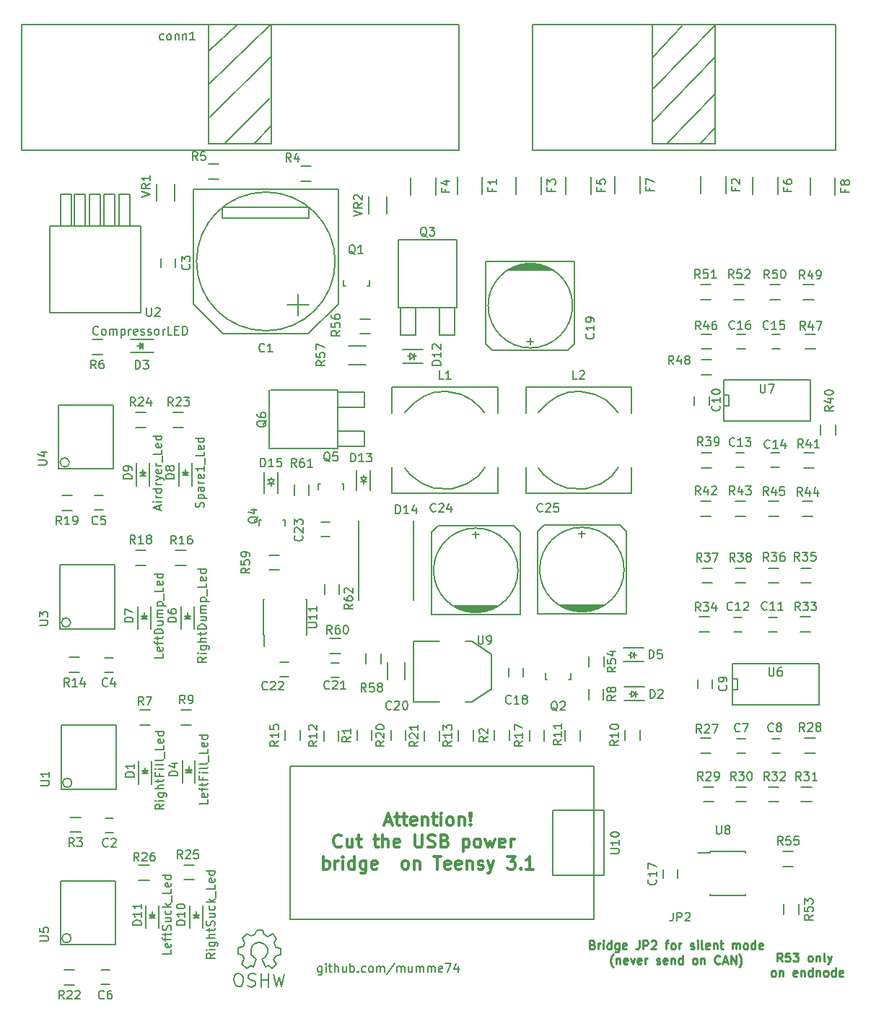
<source format=gto>
G04 #@! TF.FileFunction,Legend,Top*
%FSLAX46Y46*%
G04 Gerber Fmt 4.6, Leading zero omitted, Abs format (unit mm)*
G04 Created by KiCad (PCBNEW 0.201603210401+6634~43~ubuntu14.04.1-product) date lör  2 apr 2016 12:08:47*
%MOMM*%
G01*
G04 APERTURE LIST*
%ADD10C,0.050000*%
%ADD11C,0.250000*%
%ADD12C,0.300000*%
%ADD13C,0.200000*%
%ADD14C,0.150000*%
G04 APERTURE END LIST*
D10*
D11*
X146730675Y-145941771D02*
X146873532Y-145989390D01*
X146921151Y-146037010D01*
X146968770Y-146132248D01*
X146968770Y-146275105D01*
X146921151Y-146370343D01*
X146873532Y-146417962D01*
X146778294Y-146465581D01*
X146397341Y-146465581D01*
X146397341Y-145465581D01*
X146730675Y-145465581D01*
X146825913Y-145513200D01*
X146873532Y-145560819D01*
X146921151Y-145656057D01*
X146921151Y-145751295D01*
X146873532Y-145846533D01*
X146825913Y-145894152D01*
X146730675Y-145941771D01*
X146397341Y-145941771D01*
X147397341Y-146465581D02*
X147397341Y-145798914D01*
X147397341Y-145989390D02*
X147444960Y-145894152D01*
X147492579Y-145846533D01*
X147587817Y-145798914D01*
X147683056Y-145798914D01*
X148016389Y-146465581D02*
X148016389Y-145798914D01*
X148016389Y-145465581D02*
X147968770Y-145513200D01*
X148016389Y-145560819D01*
X148064008Y-145513200D01*
X148016389Y-145465581D01*
X148016389Y-145560819D01*
X148921151Y-146465581D02*
X148921151Y-145465581D01*
X148921151Y-146417962D02*
X148825913Y-146465581D01*
X148635436Y-146465581D01*
X148540198Y-146417962D01*
X148492579Y-146370343D01*
X148444960Y-146275105D01*
X148444960Y-145989390D01*
X148492579Y-145894152D01*
X148540198Y-145846533D01*
X148635436Y-145798914D01*
X148825913Y-145798914D01*
X148921151Y-145846533D01*
X149825913Y-145798914D02*
X149825913Y-146608438D01*
X149778294Y-146703676D01*
X149730675Y-146751295D01*
X149635436Y-146798914D01*
X149492579Y-146798914D01*
X149397341Y-146751295D01*
X149825913Y-146417962D02*
X149730675Y-146465581D01*
X149540198Y-146465581D01*
X149444960Y-146417962D01*
X149397341Y-146370343D01*
X149349722Y-146275105D01*
X149349722Y-145989390D01*
X149397341Y-145894152D01*
X149444960Y-145846533D01*
X149540198Y-145798914D01*
X149730675Y-145798914D01*
X149825913Y-145846533D01*
X150683056Y-146417962D02*
X150587818Y-146465581D01*
X150397341Y-146465581D01*
X150302103Y-146417962D01*
X150254484Y-146322724D01*
X150254484Y-145941771D01*
X150302103Y-145846533D01*
X150397341Y-145798914D01*
X150587818Y-145798914D01*
X150683056Y-145846533D01*
X150730675Y-145941771D01*
X150730675Y-146037010D01*
X150254484Y-146132248D01*
X152206866Y-145465581D02*
X152206866Y-146179867D01*
X152159246Y-146322724D01*
X152064008Y-146417962D01*
X151921151Y-146465581D01*
X151825913Y-146465581D01*
X152683056Y-146465581D02*
X152683056Y-145465581D01*
X153064009Y-145465581D01*
X153159247Y-145513200D01*
X153206866Y-145560819D01*
X153254485Y-145656057D01*
X153254485Y-145798914D01*
X153206866Y-145894152D01*
X153159247Y-145941771D01*
X153064009Y-145989390D01*
X152683056Y-145989390D01*
X153635437Y-145560819D02*
X153683056Y-145513200D01*
X153778294Y-145465581D01*
X154016390Y-145465581D01*
X154111628Y-145513200D01*
X154159247Y-145560819D01*
X154206866Y-145656057D01*
X154206866Y-145751295D01*
X154159247Y-145894152D01*
X153587818Y-146465581D01*
X154206866Y-146465581D01*
X155254485Y-145798914D02*
X155635437Y-145798914D01*
X155397342Y-146465581D02*
X155397342Y-145608438D01*
X155444961Y-145513200D01*
X155540199Y-145465581D01*
X155635437Y-145465581D01*
X156111628Y-146465581D02*
X156016390Y-146417962D01*
X155968771Y-146370343D01*
X155921152Y-146275105D01*
X155921152Y-145989390D01*
X155968771Y-145894152D01*
X156016390Y-145846533D01*
X156111628Y-145798914D01*
X156254486Y-145798914D01*
X156349724Y-145846533D01*
X156397343Y-145894152D01*
X156444962Y-145989390D01*
X156444962Y-146275105D01*
X156397343Y-146370343D01*
X156349724Y-146417962D01*
X156254486Y-146465581D01*
X156111628Y-146465581D01*
X156873533Y-146465581D02*
X156873533Y-145798914D01*
X156873533Y-145989390D02*
X156921152Y-145894152D01*
X156968771Y-145846533D01*
X157064009Y-145798914D01*
X157159248Y-145798914D01*
X158206867Y-146417962D02*
X158302105Y-146465581D01*
X158492581Y-146465581D01*
X158587820Y-146417962D01*
X158635439Y-146322724D01*
X158635439Y-146275105D01*
X158587820Y-146179867D01*
X158492581Y-146132248D01*
X158349724Y-146132248D01*
X158254486Y-146084629D01*
X158206867Y-145989390D01*
X158206867Y-145941771D01*
X158254486Y-145846533D01*
X158349724Y-145798914D01*
X158492581Y-145798914D01*
X158587820Y-145846533D01*
X159064010Y-146465581D02*
X159064010Y-145798914D01*
X159064010Y-145465581D02*
X159016391Y-145513200D01*
X159064010Y-145560819D01*
X159111629Y-145513200D01*
X159064010Y-145465581D01*
X159064010Y-145560819D01*
X159683057Y-146465581D02*
X159587819Y-146417962D01*
X159540200Y-146322724D01*
X159540200Y-145465581D01*
X160444963Y-146417962D02*
X160349725Y-146465581D01*
X160159248Y-146465581D01*
X160064010Y-146417962D01*
X160016391Y-146322724D01*
X160016391Y-145941771D01*
X160064010Y-145846533D01*
X160159248Y-145798914D01*
X160349725Y-145798914D01*
X160444963Y-145846533D01*
X160492582Y-145941771D01*
X160492582Y-146037010D01*
X160016391Y-146132248D01*
X160921153Y-145798914D02*
X160921153Y-146465581D01*
X160921153Y-145894152D02*
X160968772Y-145846533D01*
X161064010Y-145798914D01*
X161206868Y-145798914D01*
X161302106Y-145846533D01*
X161349725Y-145941771D01*
X161349725Y-146465581D01*
X161683058Y-145798914D02*
X162064010Y-145798914D01*
X161825915Y-145465581D02*
X161825915Y-146322724D01*
X161873534Y-146417962D01*
X161968772Y-146465581D01*
X162064010Y-146465581D01*
X163159249Y-146465581D02*
X163159249Y-145798914D01*
X163159249Y-145894152D02*
X163206868Y-145846533D01*
X163302106Y-145798914D01*
X163444964Y-145798914D01*
X163540202Y-145846533D01*
X163587821Y-145941771D01*
X163587821Y-146465581D01*
X163587821Y-145941771D02*
X163635440Y-145846533D01*
X163730678Y-145798914D01*
X163873535Y-145798914D01*
X163968773Y-145846533D01*
X164016392Y-145941771D01*
X164016392Y-146465581D01*
X164635439Y-146465581D02*
X164540201Y-146417962D01*
X164492582Y-146370343D01*
X164444963Y-146275105D01*
X164444963Y-145989390D01*
X164492582Y-145894152D01*
X164540201Y-145846533D01*
X164635439Y-145798914D01*
X164778297Y-145798914D01*
X164873535Y-145846533D01*
X164921154Y-145894152D01*
X164968773Y-145989390D01*
X164968773Y-146275105D01*
X164921154Y-146370343D01*
X164873535Y-146417962D01*
X164778297Y-146465581D01*
X164635439Y-146465581D01*
X165825916Y-146465581D02*
X165825916Y-145465581D01*
X165825916Y-146417962D02*
X165730678Y-146465581D01*
X165540201Y-146465581D01*
X165444963Y-146417962D01*
X165397344Y-146370343D01*
X165349725Y-146275105D01*
X165349725Y-145989390D01*
X165397344Y-145894152D01*
X165444963Y-145846533D01*
X165540201Y-145798914D01*
X165730678Y-145798914D01*
X165825916Y-145846533D01*
X166683059Y-146417962D02*
X166587821Y-146465581D01*
X166397344Y-146465581D01*
X166302106Y-146417962D01*
X166254487Y-146322724D01*
X166254487Y-145941771D01*
X166302106Y-145846533D01*
X166397344Y-145798914D01*
X166587821Y-145798914D01*
X166683059Y-145846533D01*
X166730678Y-145941771D01*
X166730678Y-146037010D01*
X166254487Y-146132248D01*
X149159247Y-148596533D02*
X149111627Y-148548914D01*
X149016389Y-148406057D01*
X148968770Y-148310819D01*
X148921151Y-148167962D01*
X148873532Y-147929867D01*
X148873532Y-147739390D01*
X148921151Y-147501295D01*
X148968770Y-147358438D01*
X149016389Y-147263200D01*
X149111627Y-147120343D01*
X149159247Y-147072724D01*
X149540199Y-147548914D02*
X149540199Y-148215581D01*
X149540199Y-147644152D02*
X149587818Y-147596533D01*
X149683056Y-147548914D01*
X149825914Y-147548914D01*
X149921152Y-147596533D01*
X149968771Y-147691771D01*
X149968771Y-148215581D01*
X150825914Y-148167962D02*
X150730676Y-148215581D01*
X150540199Y-148215581D01*
X150444961Y-148167962D01*
X150397342Y-148072724D01*
X150397342Y-147691771D01*
X150444961Y-147596533D01*
X150540199Y-147548914D01*
X150730676Y-147548914D01*
X150825914Y-147596533D01*
X150873533Y-147691771D01*
X150873533Y-147787010D01*
X150397342Y-147882248D01*
X151206866Y-147548914D02*
X151444961Y-148215581D01*
X151683057Y-147548914D01*
X152444962Y-148167962D02*
X152349724Y-148215581D01*
X152159247Y-148215581D01*
X152064009Y-148167962D01*
X152016390Y-148072724D01*
X152016390Y-147691771D01*
X152064009Y-147596533D01*
X152159247Y-147548914D01*
X152349724Y-147548914D01*
X152444962Y-147596533D01*
X152492581Y-147691771D01*
X152492581Y-147787010D01*
X152016390Y-147882248D01*
X152921152Y-148215581D02*
X152921152Y-147548914D01*
X152921152Y-147739390D02*
X152968771Y-147644152D01*
X153016390Y-147596533D01*
X153111628Y-147548914D01*
X153206867Y-147548914D01*
X154254486Y-148167962D02*
X154349724Y-148215581D01*
X154540200Y-148215581D01*
X154635439Y-148167962D01*
X154683058Y-148072724D01*
X154683058Y-148025105D01*
X154635439Y-147929867D01*
X154540200Y-147882248D01*
X154397343Y-147882248D01*
X154302105Y-147834629D01*
X154254486Y-147739390D01*
X154254486Y-147691771D01*
X154302105Y-147596533D01*
X154397343Y-147548914D01*
X154540200Y-147548914D01*
X154635439Y-147596533D01*
X155492582Y-148167962D02*
X155397344Y-148215581D01*
X155206867Y-148215581D01*
X155111629Y-148167962D01*
X155064010Y-148072724D01*
X155064010Y-147691771D01*
X155111629Y-147596533D01*
X155206867Y-147548914D01*
X155397344Y-147548914D01*
X155492582Y-147596533D01*
X155540201Y-147691771D01*
X155540201Y-147787010D01*
X155064010Y-147882248D01*
X155968772Y-147548914D02*
X155968772Y-148215581D01*
X155968772Y-147644152D02*
X156016391Y-147596533D01*
X156111629Y-147548914D01*
X156254487Y-147548914D01*
X156349725Y-147596533D01*
X156397344Y-147691771D01*
X156397344Y-148215581D01*
X157302106Y-148215581D02*
X157302106Y-147215581D01*
X157302106Y-148167962D02*
X157206868Y-148215581D01*
X157016391Y-148215581D01*
X156921153Y-148167962D01*
X156873534Y-148120343D01*
X156825915Y-148025105D01*
X156825915Y-147739390D01*
X156873534Y-147644152D01*
X156921153Y-147596533D01*
X157016391Y-147548914D01*
X157206868Y-147548914D01*
X157302106Y-147596533D01*
X158683058Y-148215581D02*
X158587820Y-148167962D01*
X158540201Y-148120343D01*
X158492582Y-148025105D01*
X158492582Y-147739390D01*
X158540201Y-147644152D01*
X158587820Y-147596533D01*
X158683058Y-147548914D01*
X158825916Y-147548914D01*
X158921154Y-147596533D01*
X158968773Y-147644152D01*
X159016392Y-147739390D01*
X159016392Y-148025105D01*
X158968773Y-148120343D01*
X158921154Y-148167962D01*
X158825916Y-148215581D01*
X158683058Y-148215581D01*
X159444963Y-147548914D02*
X159444963Y-148215581D01*
X159444963Y-147644152D02*
X159492582Y-147596533D01*
X159587820Y-147548914D01*
X159730678Y-147548914D01*
X159825916Y-147596533D01*
X159873535Y-147691771D01*
X159873535Y-148215581D01*
X161683059Y-148120343D02*
X161635440Y-148167962D01*
X161492583Y-148215581D01*
X161397345Y-148215581D01*
X161254487Y-148167962D01*
X161159249Y-148072724D01*
X161111630Y-147977486D01*
X161064011Y-147787010D01*
X161064011Y-147644152D01*
X161111630Y-147453676D01*
X161159249Y-147358438D01*
X161254487Y-147263200D01*
X161397345Y-147215581D01*
X161492583Y-147215581D01*
X161635440Y-147263200D01*
X161683059Y-147310819D01*
X162064011Y-147929867D02*
X162540202Y-147929867D01*
X161968773Y-148215581D02*
X162302106Y-147215581D01*
X162635440Y-148215581D01*
X162968773Y-148215581D02*
X162968773Y-147215581D01*
X163540202Y-148215581D01*
X163540202Y-147215581D01*
X163921154Y-148596533D02*
X163968773Y-148548914D01*
X164064011Y-148406057D01*
X164111630Y-148310819D01*
X164159249Y-148167962D01*
X164206868Y-147929867D01*
X164206868Y-147739390D01*
X164159249Y-147501295D01*
X164111630Y-147358438D01*
X164064011Y-147263200D01*
X163968773Y-147120343D01*
X163921154Y-147072724D01*
X168980219Y-147913381D02*
X168646885Y-147437190D01*
X168408790Y-147913381D02*
X168408790Y-146913381D01*
X168789743Y-146913381D01*
X168884981Y-146961000D01*
X168932600Y-147008619D01*
X168980219Y-147103857D01*
X168980219Y-147246714D01*
X168932600Y-147341952D01*
X168884981Y-147389571D01*
X168789743Y-147437190D01*
X168408790Y-147437190D01*
X169884981Y-146913381D02*
X169408790Y-146913381D01*
X169361171Y-147389571D01*
X169408790Y-147341952D01*
X169504028Y-147294333D01*
X169742124Y-147294333D01*
X169837362Y-147341952D01*
X169884981Y-147389571D01*
X169932600Y-147484810D01*
X169932600Y-147722905D01*
X169884981Y-147818143D01*
X169837362Y-147865762D01*
X169742124Y-147913381D01*
X169504028Y-147913381D01*
X169408790Y-147865762D01*
X169361171Y-147818143D01*
X170265933Y-146913381D02*
X170884981Y-146913381D01*
X170551647Y-147294333D01*
X170694505Y-147294333D01*
X170789743Y-147341952D01*
X170837362Y-147389571D01*
X170884981Y-147484810D01*
X170884981Y-147722905D01*
X170837362Y-147818143D01*
X170789743Y-147865762D01*
X170694505Y-147913381D01*
X170408790Y-147913381D01*
X170313552Y-147865762D01*
X170265933Y-147818143D01*
X172218314Y-147913381D02*
X172123076Y-147865762D01*
X172075457Y-147818143D01*
X172027838Y-147722905D01*
X172027838Y-147437190D01*
X172075457Y-147341952D01*
X172123076Y-147294333D01*
X172218314Y-147246714D01*
X172361172Y-147246714D01*
X172456410Y-147294333D01*
X172504029Y-147341952D01*
X172551648Y-147437190D01*
X172551648Y-147722905D01*
X172504029Y-147818143D01*
X172456410Y-147865762D01*
X172361172Y-147913381D01*
X172218314Y-147913381D01*
X172980219Y-147246714D02*
X172980219Y-147913381D01*
X172980219Y-147341952D02*
X173027838Y-147294333D01*
X173123076Y-147246714D01*
X173265934Y-147246714D01*
X173361172Y-147294333D01*
X173408791Y-147389571D01*
X173408791Y-147913381D01*
X174027838Y-147913381D02*
X173932600Y-147865762D01*
X173884981Y-147770524D01*
X173884981Y-146913381D01*
X174313553Y-147246714D02*
X174551648Y-147913381D01*
X174789744Y-147246714D02*
X174551648Y-147913381D01*
X174456410Y-148151476D01*
X174408791Y-148199095D01*
X174313553Y-148246714D01*
X167908790Y-149663381D02*
X167813552Y-149615762D01*
X167765933Y-149568143D01*
X167718314Y-149472905D01*
X167718314Y-149187190D01*
X167765933Y-149091952D01*
X167813552Y-149044333D01*
X167908790Y-148996714D01*
X168051648Y-148996714D01*
X168146886Y-149044333D01*
X168194505Y-149091952D01*
X168242124Y-149187190D01*
X168242124Y-149472905D01*
X168194505Y-149568143D01*
X168146886Y-149615762D01*
X168051648Y-149663381D01*
X167908790Y-149663381D01*
X168670695Y-148996714D02*
X168670695Y-149663381D01*
X168670695Y-149091952D02*
X168718314Y-149044333D01*
X168813552Y-148996714D01*
X168956410Y-148996714D01*
X169051648Y-149044333D01*
X169099267Y-149139571D01*
X169099267Y-149663381D01*
X170718315Y-149615762D02*
X170623077Y-149663381D01*
X170432600Y-149663381D01*
X170337362Y-149615762D01*
X170289743Y-149520524D01*
X170289743Y-149139571D01*
X170337362Y-149044333D01*
X170432600Y-148996714D01*
X170623077Y-148996714D01*
X170718315Y-149044333D01*
X170765934Y-149139571D01*
X170765934Y-149234810D01*
X170289743Y-149330048D01*
X171194505Y-148996714D02*
X171194505Y-149663381D01*
X171194505Y-149091952D02*
X171242124Y-149044333D01*
X171337362Y-148996714D01*
X171480220Y-148996714D01*
X171575458Y-149044333D01*
X171623077Y-149139571D01*
X171623077Y-149663381D01*
X172527839Y-149663381D02*
X172527839Y-148663381D01*
X172527839Y-149615762D02*
X172432601Y-149663381D01*
X172242124Y-149663381D01*
X172146886Y-149615762D01*
X172099267Y-149568143D01*
X172051648Y-149472905D01*
X172051648Y-149187190D01*
X172099267Y-149091952D01*
X172146886Y-149044333D01*
X172242124Y-148996714D01*
X172432601Y-148996714D01*
X172527839Y-149044333D01*
X173004029Y-148996714D02*
X173004029Y-149663381D01*
X173004029Y-149091952D02*
X173051648Y-149044333D01*
X173146886Y-148996714D01*
X173289744Y-148996714D01*
X173384982Y-149044333D01*
X173432601Y-149139571D01*
X173432601Y-149663381D01*
X174051648Y-149663381D02*
X173956410Y-149615762D01*
X173908791Y-149568143D01*
X173861172Y-149472905D01*
X173861172Y-149187190D01*
X173908791Y-149091952D01*
X173956410Y-149044333D01*
X174051648Y-148996714D01*
X174194506Y-148996714D01*
X174289744Y-149044333D01*
X174337363Y-149091952D01*
X174384982Y-149187190D01*
X174384982Y-149472905D01*
X174337363Y-149568143D01*
X174289744Y-149615762D01*
X174194506Y-149663381D01*
X174051648Y-149663381D01*
X175242125Y-149663381D02*
X175242125Y-148663381D01*
X175242125Y-149615762D02*
X175146887Y-149663381D01*
X174956410Y-149663381D01*
X174861172Y-149615762D01*
X174813553Y-149568143D01*
X174765934Y-149472905D01*
X174765934Y-149187190D01*
X174813553Y-149091952D01*
X174861172Y-149044333D01*
X174956410Y-148996714D01*
X175146887Y-148996714D01*
X175242125Y-149044333D01*
X176099268Y-149615762D02*
X176004030Y-149663381D01*
X175813553Y-149663381D01*
X175718315Y-149615762D01*
X175670696Y-149520524D01*
X175670696Y-149139571D01*
X175718315Y-149044333D01*
X175813553Y-148996714D01*
X176004030Y-148996714D01*
X176099268Y-149044333D01*
X176146887Y-149139571D01*
X176146887Y-149234810D01*
X175670696Y-149330048D01*
D12*
X122421485Y-131558000D02*
X123135771Y-131558000D01*
X122278628Y-131986571D02*
X122778628Y-130486571D01*
X123278628Y-131986571D01*
X123564342Y-130986571D02*
X124135771Y-130986571D01*
X123778628Y-130486571D02*
X123778628Y-131772286D01*
X123850056Y-131915143D01*
X123992914Y-131986571D01*
X124135771Y-131986571D01*
X124421485Y-130986571D02*
X124992914Y-130986571D01*
X124635771Y-130486571D02*
X124635771Y-131772286D01*
X124707199Y-131915143D01*
X124850057Y-131986571D01*
X124992914Y-131986571D01*
X126064342Y-131915143D02*
X125921485Y-131986571D01*
X125635771Y-131986571D01*
X125492914Y-131915143D01*
X125421485Y-131772286D01*
X125421485Y-131200857D01*
X125492914Y-131058000D01*
X125635771Y-130986571D01*
X125921485Y-130986571D01*
X126064342Y-131058000D01*
X126135771Y-131200857D01*
X126135771Y-131343714D01*
X125421485Y-131486571D01*
X126778628Y-130986571D02*
X126778628Y-131986571D01*
X126778628Y-131129429D02*
X126850056Y-131058000D01*
X126992914Y-130986571D01*
X127207199Y-130986571D01*
X127350056Y-131058000D01*
X127421485Y-131200857D01*
X127421485Y-131986571D01*
X127921485Y-130986571D02*
X128492914Y-130986571D01*
X128135771Y-130486571D02*
X128135771Y-131772286D01*
X128207199Y-131915143D01*
X128350057Y-131986571D01*
X128492914Y-131986571D01*
X128992914Y-131986571D02*
X128992914Y-130986571D01*
X128992914Y-130486571D02*
X128921485Y-130558000D01*
X128992914Y-130629429D01*
X129064342Y-130558000D01*
X128992914Y-130486571D01*
X128992914Y-130629429D01*
X129921486Y-131986571D02*
X129778628Y-131915143D01*
X129707200Y-131843714D01*
X129635771Y-131700857D01*
X129635771Y-131272286D01*
X129707200Y-131129429D01*
X129778628Y-131058000D01*
X129921486Y-130986571D01*
X130135771Y-130986571D01*
X130278628Y-131058000D01*
X130350057Y-131129429D01*
X130421486Y-131272286D01*
X130421486Y-131700857D01*
X130350057Y-131843714D01*
X130278628Y-131915143D01*
X130135771Y-131986571D01*
X129921486Y-131986571D01*
X131064343Y-130986571D02*
X131064343Y-131986571D01*
X131064343Y-131129429D02*
X131135771Y-131058000D01*
X131278629Y-130986571D01*
X131492914Y-130986571D01*
X131635771Y-131058000D01*
X131707200Y-131200857D01*
X131707200Y-131986571D01*
X132421486Y-131843714D02*
X132492914Y-131915143D01*
X132421486Y-131986571D01*
X132350057Y-131915143D01*
X132421486Y-131843714D01*
X132421486Y-131986571D01*
X132421486Y-131415143D02*
X132350057Y-130558000D01*
X132421486Y-130486571D01*
X132492914Y-130558000D01*
X132421486Y-131415143D01*
X132421486Y-130486571D01*
X117278629Y-134393714D02*
X117207200Y-134465143D01*
X116992914Y-134536571D01*
X116850057Y-134536571D01*
X116635772Y-134465143D01*
X116492914Y-134322286D01*
X116421486Y-134179429D01*
X116350057Y-133893714D01*
X116350057Y-133679429D01*
X116421486Y-133393714D01*
X116492914Y-133250857D01*
X116635772Y-133108000D01*
X116850057Y-133036571D01*
X116992914Y-133036571D01*
X117207200Y-133108000D01*
X117278629Y-133179429D01*
X118564343Y-133536571D02*
X118564343Y-134536571D01*
X117921486Y-133536571D02*
X117921486Y-134322286D01*
X117992914Y-134465143D01*
X118135772Y-134536571D01*
X118350057Y-134536571D01*
X118492914Y-134465143D01*
X118564343Y-134393714D01*
X119064343Y-133536571D02*
X119635772Y-133536571D01*
X119278629Y-133036571D02*
X119278629Y-134322286D01*
X119350057Y-134465143D01*
X119492915Y-134536571D01*
X119635772Y-134536571D01*
X121064343Y-133536571D02*
X121635772Y-133536571D01*
X121278629Y-133036571D02*
X121278629Y-134322286D01*
X121350057Y-134465143D01*
X121492915Y-134536571D01*
X121635772Y-134536571D01*
X122135772Y-134536571D02*
X122135772Y-133036571D01*
X122778629Y-134536571D02*
X122778629Y-133750857D01*
X122707200Y-133608000D01*
X122564343Y-133536571D01*
X122350058Y-133536571D01*
X122207200Y-133608000D01*
X122135772Y-133679429D01*
X124064343Y-134465143D02*
X123921486Y-134536571D01*
X123635772Y-134536571D01*
X123492915Y-134465143D01*
X123421486Y-134322286D01*
X123421486Y-133750857D01*
X123492915Y-133608000D01*
X123635772Y-133536571D01*
X123921486Y-133536571D01*
X124064343Y-133608000D01*
X124135772Y-133750857D01*
X124135772Y-133893714D01*
X123421486Y-134036571D01*
X125921486Y-133036571D02*
X125921486Y-134250857D01*
X125992914Y-134393714D01*
X126064343Y-134465143D01*
X126207200Y-134536571D01*
X126492914Y-134536571D01*
X126635772Y-134465143D01*
X126707200Y-134393714D01*
X126778629Y-134250857D01*
X126778629Y-133036571D01*
X127421486Y-134465143D02*
X127635772Y-134536571D01*
X127992915Y-134536571D01*
X128135772Y-134465143D01*
X128207201Y-134393714D01*
X128278629Y-134250857D01*
X128278629Y-134108000D01*
X128207201Y-133965143D01*
X128135772Y-133893714D01*
X127992915Y-133822286D01*
X127707201Y-133750857D01*
X127564343Y-133679429D01*
X127492915Y-133608000D01*
X127421486Y-133465143D01*
X127421486Y-133322286D01*
X127492915Y-133179429D01*
X127564343Y-133108000D01*
X127707201Y-133036571D01*
X128064343Y-133036571D01*
X128278629Y-133108000D01*
X129421486Y-133750857D02*
X129635772Y-133822286D01*
X129707200Y-133893714D01*
X129778629Y-134036571D01*
X129778629Y-134250857D01*
X129707200Y-134393714D01*
X129635772Y-134465143D01*
X129492914Y-134536571D01*
X128921486Y-134536571D01*
X128921486Y-133036571D01*
X129421486Y-133036571D01*
X129564343Y-133108000D01*
X129635772Y-133179429D01*
X129707200Y-133322286D01*
X129707200Y-133465143D01*
X129635772Y-133608000D01*
X129564343Y-133679429D01*
X129421486Y-133750857D01*
X128921486Y-133750857D01*
X131564343Y-133536571D02*
X131564343Y-135036571D01*
X131564343Y-133608000D02*
X131707200Y-133536571D01*
X131992914Y-133536571D01*
X132135771Y-133608000D01*
X132207200Y-133679429D01*
X132278629Y-133822286D01*
X132278629Y-134250857D01*
X132207200Y-134393714D01*
X132135771Y-134465143D01*
X131992914Y-134536571D01*
X131707200Y-134536571D01*
X131564343Y-134465143D01*
X133135772Y-134536571D02*
X132992914Y-134465143D01*
X132921486Y-134393714D01*
X132850057Y-134250857D01*
X132850057Y-133822286D01*
X132921486Y-133679429D01*
X132992914Y-133608000D01*
X133135772Y-133536571D01*
X133350057Y-133536571D01*
X133492914Y-133608000D01*
X133564343Y-133679429D01*
X133635772Y-133822286D01*
X133635772Y-134250857D01*
X133564343Y-134393714D01*
X133492914Y-134465143D01*
X133350057Y-134536571D01*
X133135772Y-134536571D01*
X134135772Y-133536571D02*
X134421486Y-134536571D01*
X134707200Y-133822286D01*
X134992915Y-134536571D01*
X135278629Y-133536571D01*
X136421486Y-134465143D02*
X136278629Y-134536571D01*
X135992915Y-134536571D01*
X135850058Y-134465143D01*
X135778629Y-134322286D01*
X135778629Y-133750857D01*
X135850058Y-133608000D01*
X135992915Y-133536571D01*
X136278629Y-133536571D01*
X136421486Y-133608000D01*
X136492915Y-133750857D01*
X136492915Y-133893714D01*
X135778629Y-134036571D01*
X137135772Y-134536571D02*
X137135772Y-133536571D01*
X137135772Y-133822286D02*
X137207200Y-133679429D01*
X137278629Y-133608000D01*
X137421486Y-133536571D01*
X137564343Y-133536571D01*
X115171487Y-137086571D02*
X115171487Y-135586571D01*
X115171487Y-136158000D02*
X115314344Y-136086571D01*
X115600058Y-136086571D01*
X115742915Y-136158000D01*
X115814344Y-136229429D01*
X115885773Y-136372286D01*
X115885773Y-136800857D01*
X115814344Y-136943714D01*
X115742915Y-137015143D01*
X115600058Y-137086571D01*
X115314344Y-137086571D01*
X115171487Y-137015143D01*
X116528630Y-137086571D02*
X116528630Y-136086571D01*
X116528630Y-136372286D02*
X116600058Y-136229429D01*
X116671487Y-136158000D01*
X116814344Y-136086571D01*
X116957201Y-136086571D01*
X117457201Y-137086571D02*
X117457201Y-136086571D01*
X117457201Y-135586571D02*
X117385772Y-135658000D01*
X117457201Y-135729429D01*
X117528629Y-135658000D01*
X117457201Y-135586571D01*
X117457201Y-135729429D01*
X118814344Y-137086571D02*
X118814344Y-135586571D01*
X118814344Y-137015143D02*
X118671487Y-137086571D01*
X118385773Y-137086571D01*
X118242915Y-137015143D01*
X118171487Y-136943714D01*
X118100058Y-136800857D01*
X118100058Y-136372286D01*
X118171487Y-136229429D01*
X118242915Y-136158000D01*
X118385773Y-136086571D01*
X118671487Y-136086571D01*
X118814344Y-136158000D01*
X120171487Y-136086571D02*
X120171487Y-137300857D01*
X120100058Y-137443714D01*
X120028630Y-137515143D01*
X119885773Y-137586571D01*
X119671487Y-137586571D01*
X119528630Y-137515143D01*
X120171487Y-137015143D02*
X120028630Y-137086571D01*
X119742916Y-137086571D01*
X119600058Y-137015143D01*
X119528630Y-136943714D01*
X119457201Y-136800857D01*
X119457201Y-136372286D01*
X119528630Y-136229429D01*
X119600058Y-136158000D01*
X119742916Y-136086571D01*
X120028630Y-136086571D01*
X120171487Y-136158000D01*
X121457201Y-137015143D02*
X121314344Y-137086571D01*
X121028630Y-137086571D01*
X120885773Y-137015143D01*
X120814344Y-136872286D01*
X120814344Y-136300857D01*
X120885773Y-136158000D01*
X121028630Y-136086571D01*
X121314344Y-136086571D01*
X121457201Y-136158000D01*
X121528630Y-136300857D01*
X121528630Y-136443714D01*
X120814344Y-136586571D01*
X124671487Y-137086571D02*
X124528629Y-137015143D01*
X124457201Y-136943714D01*
X124385772Y-136800857D01*
X124385772Y-136372286D01*
X124457201Y-136229429D01*
X124528629Y-136158000D01*
X124671487Y-136086571D01*
X124885772Y-136086571D01*
X125028629Y-136158000D01*
X125100058Y-136229429D01*
X125171487Y-136372286D01*
X125171487Y-136800857D01*
X125100058Y-136943714D01*
X125028629Y-137015143D01*
X124885772Y-137086571D01*
X124671487Y-137086571D01*
X125814344Y-136086571D02*
X125814344Y-137086571D01*
X125814344Y-136229429D02*
X125885772Y-136158000D01*
X126028630Y-136086571D01*
X126242915Y-136086571D01*
X126385772Y-136158000D01*
X126457201Y-136300857D01*
X126457201Y-137086571D01*
X128100058Y-135586571D02*
X128957201Y-135586571D01*
X128528630Y-137086571D02*
X128528630Y-135586571D01*
X130028629Y-137015143D02*
X129885772Y-137086571D01*
X129600058Y-137086571D01*
X129457201Y-137015143D01*
X129385772Y-136872286D01*
X129385772Y-136300857D01*
X129457201Y-136158000D01*
X129600058Y-136086571D01*
X129885772Y-136086571D01*
X130028629Y-136158000D01*
X130100058Y-136300857D01*
X130100058Y-136443714D01*
X129385772Y-136586571D01*
X131314343Y-137015143D02*
X131171486Y-137086571D01*
X130885772Y-137086571D01*
X130742915Y-137015143D01*
X130671486Y-136872286D01*
X130671486Y-136300857D01*
X130742915Y-136158000D01*
X130885772Y-136086571D01*
X131171486Y-136086571D01*
X131314343Y-136158000D01*
X131385772Y-136300857D01*
X131385772Y-136443714D01*
X130671486Y-136586571D01*
X132028629Y-136086571D02*
X132028629Y-137086571D01*
X132028629Y-136229429D02*
X132100057Y-136158000D01*
X132242915Y-136086571D01*
X132457200Y-136086571D01*
X132600057Y-136158000D01*
X132671486Y-136300857D01*
X132671486Y-137086571D01*
X133314343Y-137015143D02*
X133457200Y-137086571D01*
X133742915Y-137086571D01*
X133885772Y-137015143D01*
X133957200Y-136872286D01*
X133957200Y-136800857D01*
X133885772Y-136658000D01*
X133742915Y-136586571D01*
X133528629Y-136586571D01*
X133385772Y-136515143D01*
X133314343Y-136372286D01*
X133314343Y-136300857D01*
X133385772Y-136158000D01*
X133528629Y-136086571D01*
X133742915Y-136086571D01*
X133885772Y-136158000D01*
X134457201Y-136086571D02*
X134814344Y-137086571D01*
X135171486Y-136086571D02*
X134814344Y-137086571D01*
X134671486Y-137443714D01*
X134600058Y-137515143D01*
X134457201Y-137586571D01*
X136742915Y-135586571D02*
X137671486Y-135586571D01*
X137171486Y-136158000D01*
X137385772Y-136158000D01*
X137528629Y-136229429D01*
X137600058Y-136300857D01*
X137671486Y-136443714D01*
X137671486Y-136800857D01*
X137600058Y-136943714D01*
X137528629Y-137015143D01*
X137385772Y-137086571D01*
X136957200Y-137086571D01*
X136814343Y-137015143D01*
X136742915Y-136943714D01*
X138314343Y-136943714D02*
X138385771Y-137015143D01*
X138314343Y-137086571D01*
X138242914Y-137015143D01*
X138314343Y-136943714D01*
X138314343Y-137086571D01*
X139814343Y-137086571D02*
X138957200Y-137086571D01*
X139385772Y-137086571D02*
X139385772Y-135586571D01*
X139242915Y-135800857D01*
X139100057Y-135943714D01*
X138957200Y-136015143D01*
D13*
X142082800Y-130210400D02*
X142082800Y-137810400D01*
X142082800Y-137810400D02*
X148082800Y-137810400D01*
X148082800Y-137810400D02*
X148082800Y-130210400D01*
X148082800Y-130210400D02*
X142082800Y-130210400D01*
X146882800Y-125010400D02*
X146882800Y-143010400D01*
D14*
X146882800Y-143010400D02*
X111282800Y-143010400D01*
X111282800Y-143010400D02*
X111282800Y-125010400D01*
X111282800Y-125010400D02*
X146882800Y-125010400D01*
X79730600Y-52806600D02*
X79730600Y-38100000D01*
X131089400Y-52806600D02*
X79730600Y-52806600D01*
X131089400Y-38100000D02*
X131089400Y-52806600D01*
X79730600Y-38100000D02*
X131089400Y-38100000D01*
X139725400Y-52806600D02*
X139725400Y-38100000D01*
X175234600Y-52806600D02*
X139725400Y-52806600D01*
X175234600Y-38100000D02*
X175234600Y-52806600D01*
X139725400Y-38100000D02*
X175234600Y-38100000D01*
X109042200Y-49885600D02*
X107137200Y-51943000D01*
X108864400Y-46710600D02*
X103581200Y-52019200D01*
X109016800Y-41783000D02*
X101854000Y-48920400D01*
X108915200Y-38125400D02*
X101701600Y-45085000D01*
X104952800Y-38176200D02*
X101777800Y-41097200D01*
X161086800Y-50165000D02*
X159334200Y-52019200D01*
X161137600Y-46177200D02*
X155448000Y-52044600D01*
X161036000Y-41960800D02*
X153873200Y-49453800D01*
X161112200Y-38150800D02*
X153924000Y-45542200D01*
X157251400Y-38227000D02*
X153873200Y-41859200D01*
X161163000Y-38100000D02*
X153797000Y-38100000D01*
X161163000Y-52070000D02*
X161163000Y-38100000D01*
X153797000Y-52070000D02*
X161163000Y-52070000D01*
X153797000Y-38100000D02*
X153797000Y-52070000D01*
X101727000Y-52070000D02*
X101727000Y-38100000D01*
X109093000Y-52070000D02*
X101727000Y-52070000D01*
X109093000Y-38100000D02*
X109093000Y-52070000D01*
X101727000Y-38100000D02*
X109093000Y-38100000D01*
D13*
X112217200Y-72186800D02*
X112217200Y-69646800D01*
X110947200Y-70916800D02*
X113487200Y-70916800D01*
X103327200Y-60756800D02*
X113487200Y-60756800D01*
X113487200Y-60756800D02*
X113487200Y-59486800D01*
X113487200Y-59486800D02*
X103327200Y-59486800D01*
X103327200Y-59486800D02*
X103327200Y-60756800D01*
X116539168Y-65836800D02*
G75*
G03X116539168Y-65836800I-8131968J0D01*
G01*
X99907200Y-57336800D02*
X116907200Y-57336800D01*
X116907200Y-57336800D02*
X116907200Y-70836800D01*
X116907200Y-70836800D02*
X113407200Y-74336800D01*
X113407200Y-74336800D02*
X103407200Y-74336800D01*
X103407200Y-74336800D02*
X99907200Y-70836800D01*
X99907200Y-70836800D02*
X99907200Y-57336800D01*
D14*
X89552400Y-132777600D02*
X90552400Y-132777600D01*
X90552400Y-131077600D02*
X89552400Y-131077600D01*
X97827200Y-66524000D02*
X97827200Y-65524000D01*
X96127200Y-65524000D02*
X96127200Y-66524000D01*
X89501600Y-113981600D02*
X90501600Y-113981600D01*
X90501600Y-112281600D02*
X89501600Y-112281600D01*
X88333200Y-94982400D02*
X89333200Y-94982400D01*
X89333200Y-93282400D02*
X88333200Y-93282400D01*
X89095200Y-150608400D02*
X90095200Y-150608400D01*
X90095200Y-148908400D02*
X89095200Y-148908400D01*
X164701600Y-121781200D02*
X163701600Y-121781200D01*
X163701600Y-123481200D02*
X164701600Y-123481200D01*
X167784400Y-123481200D02*
X168784400Y-123481200D01*
X168784400Y-121781200D02*
X167784400Y-121781200D01*
X160819200Y-115866800D02*
X160819200Y-114866800D01*
X159119200Y-114866800D02*
X159119200Y-115866800D01*
X160412800Y-82659600D02*
X160412800Y-81659600D01*
X158712800Y-81659600D02*
X158712800Y-82659600D01*
X167378000Y-109257200D02*
X168378000Y-109257200D01*
X168378000Y-107557200D02*
X167378000Y-107557200D01*
X164295200Y-107557200D02*
X163295200Y-107557200D01*
X163295200Y-109257200D02*
X164295200Y-109257200D01*
X164549200Y-88304000D02*
X163549200Y-88304000D01*
X163549200Y-90004000D02*
X164549200Y-90004000D01*
X167682800Y-90004000D02*
X168682800Y-90004000D01*
X168682800Y-88304000D02*
X167682800Y-88304000D01*
X167784400Y-76084800D02*
X168784400Y-76084800D01*
X168784400Y-74384800D02*
X167784400Y-74384800D01*
X164650800Y-74384800D02*
X163650800Y-74384800D01*
X163650800Y-76084800D02*
X164650800Y-76084800D01*
X155042500Y-137168000D02*
X155042500Y-138168000D01*
X156742500Y-138168000D02*
X156742500Y-137168000D01*
X136919600Y-113526000D02*
X136919600Y-114526000D01*
X138619600Y-114526000D02*
X138619600Y-113526000D01*
X138430000Y-66192400D02*
X140462000Y-66192400D01*
X140843000Y-66319400D02*
X137922000Y-66319400D01*
X137668000Y-66446400D02*
X141224000Y-66446400D01*
X141605000Y-66573400D02*
X137287000Y-66573400D01*
X137033000Y-66700400D02*
X141859000Y-66700400D01*
X141986000Y-66827400D02*
X136906000Y-66827400D01*
X144653000Y-65811400D02*
X134239000Y-65811400D01*
X134239000Y-65811400D02*
X134239000Y-75463400D01*
X134239000Y-75463400D02*
X135001000Y-76225400D01*
X135001000Y-76225400D02*
X143891000Y-76225400D01*
X143891000Y-76225400D02*
X144653000Y-75463400D01*
X144653000Y-75463400D02*
X144653000Y-65811400D01*
X139446000Y-75590400D02*
X139446000Y-74828400D01*
X139827000Y-75209400D02*
X139065000Y-75209400D01*
X144399000Y-71018400D02*
G75*
G03X144399000Y-71018400I-4953000J0D01*
G01*
X122673000Y-112824000D02*
X122673000Y-114824000D01*
X124723000Y-114824000D02*
X124723000Y-112824000D01*
X117055200Y-112942000D02*
X116055200Y-112942000D01*
X116055200Y-114642000D02*
X117055200Y-114642000D01*
X111060800Y-112840400D02*
X110060800Y-112840400D01*
X110060800Y-114540400D02*
X111060800Y-114540400D01*
X115937600Y-96432000D02*
X114937600Y-96432000D01*
X114937600Y-98132000D02*
X115937600Y-98132000D01*
X134061200Y-106883200D02*
X132029200Y-106883200D01*
X131648200Y-106756200D02*
X134569200Y-106756200D01*
X134823200Y-106629200D02*
X131267200Y-106629200D01*
X130886200Y-106502200D02*
X135204200Y-106502200D01*
X135458200Y-106375200D02*
X130632200Y-106375200D01*
X130505200Y-106248200D02*
X135585200Y-106248200D01*
X127838200Y-107264200D02*
X138252200Y-107264200D01*
X138252200Y-107264200D02*
X138252200Y-97612200D01*
X138252200Y-97612200D02*
X137490200Y-96850200D01*
X137490200Y-96850200D02*
X128600200Y-96850200D01*
X128600200Y-96850200D02*
X127838200Y-97612200D01*
X127838200Y-97612200D02*
X127838200Y-107264200D01*
X133045200Y-97485200D02*
X133045200Y-98247200D01*
X132664200Y-97866200D02*
X133426200Y-97866200D01*
X137998200Y-102057200D02*
G75*
G03X137998200Y-102057200I-4953000J0D01*
G01*
X146507200Y-106794300D02*
X144475200Y-106794300D01*
X144094200Y-106667300D02*
X147015200Y-106667300D01*
X147269200Y-106540300D02*
X143713200Y-106540300D01*
X143332200Y-106413300D02*
X147650200Y-106413300D01*
X147904200Y-106286300D02*
X143078200Y-106286300D01*
X142951200Y-106159300D02*
X148031200Y-106159300D01*
X140284200Y-107175300D02*
X150698200Y-107175300D01*
X150698200Y-107175300D02*
X150698200Y-97523300D01*
X150698200Y-97523300D02*
X149936200Y-96761300D01*
X149936200Y-96761300D02*
X141046200Y-96761300D01*
X141046200Y-96761300D02*
X140284200Y-97523300D01*
X140284200Y-97523300D02*
X140284200Y-107175300D01*
X145491200Y-97396300D02*
X145491200Y-98158300D01*
X145110200Y-97777300D02*
X145872200Y-97777300D01*
X150444200Y-101968300D02*
G75*
G03X150444200Y-101968300I-4953000J0D01*
G01*
X151298200Y-116535200D02*
X151048200Y-116535200D01*
X151798200Y-116535200D02*
X152048200Y-116535200D01*
X151798200Y-116535200D02*
X151298200Y-116885200D01*
X151298200Y-116885200D02*
X151298200Y-116185200D01*
X151298200Y-116185200D02*
X151798200Y-116535200D01*
X151798200Y-116885200D02*
X151798200Y-116185200D01*
X152848200Y-115735200D02*
X150448200Y-115735200D01*
X152848200Y-117335200D02*
X150448200Y-117335200D01*
X151184800Y-111963200D02*
X150934800Y-111963200D01*
X151684800Y-111963200D02*
X151934800Y-111963200D01*
X151684800Y-111963200D02*
X151184800Y-112313200D01*
X151184800Y-112313200D02*
X151184800Y-111613200D01*
X151184800Y-111613200D02*
X151684800Y-111963200D01*
X151684800Y-112313200D02*
X151684800Y-111613200D01*
X152734800Y-111163200D02*
X150334800Y-111163200D01*
X152734800Y-112763200D02*
X150334800Y-112763200D01*
X99708400Y-92176400D02*
X99708400Y-89476400D01*
X98208400Y-92176400D02*
X98208400Y-89476400D01*
X99108400Y-90676400D02*
X98858400Y-90676400D01*
X98858400Y-90676400D02*
X99008400Y-90826400D01*
X98608400Y-90926400D02*
X99308400Y-90926400D01*
X98958400Y-90576400D02*
X98958400Y-90226400D01*
X98958400Y-90926400D02*
X98608400Y-90576400D01*
X98608400Y-90576400D02*
X99308400Y-90576400D01*
X99308400Y-90576400D02*
X98958400Y-90926400D01*
X125327600Y-76962000D02*
X125077600Y-76962000D01*
X125827600Y-76962000D02*
X126077600Y-76962000D01*
X125827600Y-76962000D02*
X125327600Y-77312000D01*
X125327600Y-77312000D02*
X125327600Y-76612000D01*
X125327600Y-76612000D02*
X125827600Y-76962000D01*
X125827600Y-77312000D02*
X125827600Y-76612000D01*
X126877600Y-76162000D02*
X124477600Y-76162000D01*
X126877600Y-77762000D02*
X124477600Y-77762000D01*
X119888000Y-91139200D02*
X119888000Y-90889200D01*
X119888000Y-91639200D02*
X119888000Y-91889200D01*
X119888000Y-91639200D02*
X119538000Y-91139200D01*
X119538000Y-91139200D02*
X120238000Y-91139200D01*
X120238000Y-91139200D02*
X119888000Y-91639200D01*
X119538000Y-91639200D02*
X120238000Y-91639200D01*
X120688000Y-92689200D02*
X120688000Y-90289200D01*
X119088000Y-92689200D02*
X119088000Y-90289200D01*
X109016800Y-91444000D02*
X109016800Y-91194000D01*
X109016800Y-91944000D02*
X109016800Y-92194000D01*
X109016800Y-91944000D02*
X108666800Y-91444000D01*
X108666800Y-91444000D02*
X109366800Y-91444000D01*
X109366800Y-91444000D02*
X109016800Y-91944000D01*
X108666800Y-91944000D02*
X109366800Y-91944000D01*
X109816800Y-92994000D02*
X109816800Y-90594000D01*
X108216800Y-92994000D02*
X108216800Y-90594000D01*
X130859000Y-57923600D02*
X130859000Y-55923600D01*
X133809000Y-55923600D02*
X133809000Y-57923600D01*
X159408600Y-57868400D02*
X159408600Y-55868400D01*
X162358600Y-55868400D02*
X162358600Y-57868400D01*
X137767800Y-57923600D02*
X137767800Y-55923600D01*
X140717800Y-55923600D02*
X140717800Y-57923600D01*
X125372600Y-58025200D02*
X125372600Y-56025200D01*
X128322600Y-56025200D02*
X128322600Y-58025200D01*
X143609800Y-57923600D02*
X143609800Y-55923600D01*
X146559800Y-55923600D02*
X146559800Y-57923600D01*
X165504600Y-57923600D02*
X165504600Y-55923600D01*
X168454600Y-55923600D02*
X168454600Y-57923600D01*
X149350200Y-57872800D02*
X149350200Y-55872800D01*
X152300200Y-55872800D02*
X152300200Y-57872800D01*
X172261000Y-58025200D02*
X172261000Y-56025200D01*
X175211000Y-56025200D02*
X175211000Y-58025200D01*
X124726700Y-90091260D02*
X125326140Y-90792300D01*
X125326140Y-90792300D02*
X126626620Y-91793060D01*
X126626620Y-91793060D02*
X128125220Y-92392500D01*
X128125220Y-92392500D02*
X130225800Y-92491560D01*
X130225800Y-92491560D02*
X132026660Y-91892120D01*
X132026660Y-91892120D02*
X133324600Y-90992960D01*
X133324600Y-90992960D02*
X134124700Y-89992200D01*
X134025640Y-83492340D02*
X133626860Y-82991960D01*
X133626860Y-82991960D02*
X132626100Y-82092800D01*
X132626100Y-82092800D02*
X131325620Y-81391760D01*
X131325620Y-81391760D02*
X129626360Y-81092040D01*
X129626360Y-81092040D02*
X128226820Y-81191100D01*
X128226820Y-81191100D02*
X126926340Y-81691480D01*
X126926340Y-81691480D02*
X125826520Y-82392520D01*
X125826520Y-82392520D02*
X124726700Y-83492340D01*
X135625840Y-83591400D02*
X135625840Y-80591660D01*
X123225560Y-89992200D02*
X123225560Y-92991940D01*
X123225560Y-92991940D02*
X135625840Y-92991940D01*
X135625840Y-92991940D02*
X135625840Y-89992200D01*
X135625840Y-80591660D02*
X123225560Y-80591660D01*
X123225560Y-80591660D02*
X123225560Y-83591400D01*
X140411200Y-90091260D02*
X141010640Y-90792300D01*
X141010640Y-90792300D02*
X142311120Y-91793060D01*
X142311120Y-91793060D02*
X143809720Y-92392500D01*
X143809720Y-92392500D02*
X145910300Y-92491560D01*
X145910300Y-92491560D02*
X147711160Y-91892120D01*
X147711160Y-91892120D02*
X149009100Y-90992960D01*
X149009100Y-90992960D02*
X149809200Y-89992200D01*
X149710140Y-83492340D02*
X149311360Y-82991960D01*
X149311360Y-82991960D02*
X148310600Y-82092800D01*
X148310600Y-82092800D02*
X147010120Y-81391760D01*
X147010120Y-81391760D02*
X145310860Y-81092040D01*
X145310860Y-81092040D02*
X143911320Y-81191100D01*
X143911320Y-81191100D02*
X142610840Y-81691480D01*
X142610840Y-81691480D02*
X141511020Y-82392520D01*
X141511020Y-82392520D02*
X140411200Y-83492340D01*
X151310340Y-83591400D02*
X151310340Y-80591660D01*
X138910060Y-89992200D02*
X138910060Y-92991940D01*
X138910060Y-92991940D02*
X151310340Y-92991940D01*
X151310340Y-92991940D02*
X151310340Y-89992200D01*
X151310340Y-80591660D02*
X138910060Y-80591660D01*
X138910060Y-80591660D02*
X138910060Y-83591400D01*
X128803400Y-71272400D02*
X128803400Y-74447400D01*
X128803400Y-74447400D02*
X130581400Y-74447400D01*
X130581400Y-74447400D02*
X130581400Y-71272400D01*
X124231400Y-71272400D02*
X124231400Y-74447400D01*
X124231400Y-74447400D02*
X126009400Y-74447400D01*
X126009400Y-74447400D02*
X126009400Y-71272400D01*
X130835400Y-65176400D02*
X130835400Y-71272400D01*
X130835400Y-71272400D02*
X123977400Y-71272400D01*
X123977400Y-71272400D02*
X123977400Y-63398400D01*
X123977400Y-63271400D02*
X130835400Y-63271400D01*
X130835400Y-63398400D02*
X130835400Y-65176400D01*
X116840000Y-82981800D02*
X120015000Y-82981800D01*
X120015000Y-82981800D02*
X120015000Y-81203800D01*
X120015000Y-81203800D02*
X116840000Y-81203800D01*
X116840000Y-87553800D02*
X120015000Y-87553800D01*
X120015000Y-87553800D02*
X120015000Y-85775800D01*
X120015000Y-85775800D02*
X116840000Y-85775800D01*
X110744000Y-80949800D02*
X116840000Y-80949800D01*
X116840000Y-80949800D02*
X116840000Y-87807800D01*
X116840000Y-87807800D02*
X108966000Y-87807800D01*
X108839000Y-87807800D02*
X108839000Y-80949800D01*
X108966000Y-80949800D02*
X110744000Y-80949800D01*
X120864600Y-120796800D02*
X120864600Y-121996800D01*
X119114600Y-121996800D02*
X119114600Y-120796800D01*
X136968200Y-120812000D02*
X136968200Y-122012000D01*
X135218200Y-122012000D02*
X135218200Y-120812000D01*
X85470400Y-131001800D02*
X86670400Y-131001800D01*
X86670400Y-132751800D02*
X85470400Y-132751800D01*
X113746800Y-56399400D02*
X112546800Y-56399400D01*
X112546800Y-54649400D02*
X113746800Y-54649400D01*
X102911200Y-56145400D02*
X101711200Y-56145400D01*
X101711200Y-54395400D02*
X102911200Y-54395400D01*
X88046000Y-74969400D02*
X89246000Y-74969400D01*
X89246000Y-76719400D02*
X88046000Y-76719400D01*
X93649200Y-118454200D02*
X94849200Y-118454200D01*
X94849200Y-120204200D02*
X93649200Y-120204200D01*
X146292600Y-117201200D02*
X146292600Y-116001200D01*
X148042600Y-116001200D02*
X148042600Y-117201200D01*
X99675200Y-120204200D02*
X98475200Y-120204200D01*
X98475200Y-118454200D02*
X99675200Y-118454200D01*
X152309800Y-120761200D02*
X152309800Y-121961200D01*
X150559800Y-121961200D02*
X150559800Y-120761200D01*
X143549400Y-122027200D02*
X143549400Y-120827200D01*
X145299400Y-120827200D02*
X145299400Y-122027200D01*
X116953000Y-120847600D02*
X116953000Y-122047600D01*
X115203000Y-122047600D02*
X115203000Y-120847600D01*
X132751800Y-120827200D02*
X132751800Y-122027200D01*
X131001800Y-122027200D02*
X131001800Y-120827200D01*
X85368800Y-112256600D02*
X86568800Y-112256600D01*
X86568800Y-114006600D02*
X85368800Y-114006600D01*
X112431800Y-120812000D02*
X112431800Y-122012000D01*
X110681800Y-122012000D02*
X110681800Y-120812000D01*
X97835200Y-99709000D02*
X99035200Y-99709000D01*
X99035200Y-101459000D02*
X97835200Y-101459000D01*
X141083000Y-120827200D02*
X141083000Y-122027200D01*
X139333000Y-122027200D02*
X139333000Y-120827200D01*
X94326000Y-101459000D02*
X93126000Y-101459000D01*
X93126000Y-99709000D02*
X94326000Y-99709000D01*
X84474800Y-93257400D02*
X85674800Y-93257400D01*
X85674800Y-95007400D02*
X84474800Y-95007400D01*
X124827000Y-120812000D02*
X124827000Y-122012000D01*
X123077000Y-122012000D02*
X123077000Y-120812000D01*
X128789400Y-120862800D02*
X128789400Y-122062800D01*
X127039400Y-122062800D02*
X127039400Y-120862800D01*
X84759200Y-148883400D02*
X85959200Y-148883400D01*
X85959200Y-150633400D02*
X84759200Y-150633400D01*
X98760800Y-85304600D02*
X97560800Y-85304600D01*
X97560800Y-83554600D02*
X98760800Y-83554600D01*
X94341200Y-85304600D02*
X93141200Y-85304600D01*
X93141200Y-83554600D02*
X94341200Y-83554600D01*
X98780000Y-136589800D02*
X99980000Y-136589800D01*
X99980000Y-138339800D02*
X98780000Y-138339800D01*
X94717200Y-138390600D02*
X93517200Y-138390600D01*
X93517200Y-136640600D02*
X94717200Y-136640600D01*
X159435200Y-121756200D02*
X160635200Y-121756200D01*
X160635200Y-123506200D02*
X159435200Y-123506200D01*
X172862800Y-123455400D02*
X171662800Y-123455400D01*
X171662800Y-121705400D02*
X172862800Y-121705400D01*
X160940000Y-129195800D02*
X159740000Y-129195800D01*
X159740000Y-127445800D02*
X160940000Y-127445800D01*
X164800800Y-129195800D02*
X163600800Y-129195800D01*
X163600800Y-127445800D02*
X164800800Y-127445800D01*
X171241200Y-127445800D02*
X172441200Y-127445800D01*
X172441200Y-129195800D02*
X171241200Y-129195800D01*
X167410800Y-127445800D02*
X168610800Y-127445800D01*
X168610800Y-129195800D02*
X167410800Y-129195800D01*
X172339600Y-109282200D02*
X171139600Y-109282200D01*
X171139600Y-107532200D02*
X172339600Y-107532200D01*
X159282800Y-107532200D02*
X160482800Y-107532200D01*
X160482800Y-109282200D02*
X159282800Y-109282200D01*
X171170000Y-101804500D02*
X172370000Y-101804500D01*
X172370000Y-103554500D02*
X171170000Y-103554500D01*
X167418500Y-101804500D02*
X168618500Y-101804500D01*
X168618500Y-103554500D02*
X167418500Y-103554500D01*
X160787600Y-103541800D02*
X159587600Y-103541800D01*
X159587600Y-101791800D02*
X160787600Y-101791800D01*
X164684000Y-103541800D02*
X163484000Y-103541800D01*
X163484000Y-101791800D02*
X164684000Y-101791800D01*
X159486000Y-88279000D02*
X160686000Y-88279000D01*
X160686000Y-90029000D02*
X159486000Y-90029000D01*
X175271400Y-84982800D02*
X175271400Y-86182800D01*
X173521400Y-86182800D02*
X173521400Y-84982800D01*
X172746000Y-90029000D02*
X171546000Y-90029000D01*
X171546000Y-88279000D02*
X172746000Y-88279000D01*
X160635200Y-95718600D02*
X159435200Y-95718600D01*
X159435200Y-93968600D02*
X160635200Y-93968600D01*
X164668800Y-95718600D02*
X163468800Y-95718600D01*
X163468800Y-93968600D02*
X164668800Y-93968600D01*
X171393600Y-93968600D02*
X172593600Y-93968600D01*
X172593600Y-95718600D02*
X171393600Y-95718600D01*
X167410800Y-93968600D02*
X168610800Y-93968600D01*
X168610800Y-95718600D02*
X167410800Y-95718600D01*
X160706400Y-79107000D02*
X159506400Y-79107000D01*
X159506400Y-77357000D02*
X160706400Y-77357000D01*
X172928800Y-76109800D02*
X171728800Y-76109800D01*
X171728800Y-74359800D02*
X172928800Y-74359800D01*
X159536800Y-74359800D02*
X160736800Y-74359800D01*
X160736800Y-76109800D02*
X159536800Y-76109800D01*
X171495200Y-68568600D02*
X172695200Y-68568600D01*
X172695200Y-70318600D02*
X171495200Y-70318600D01*
X167563200Y-68568600D02*
X168763200Y-68568600D01*
X168763200Y-70318600D02*
X167563200Y-70318600D01*
X160604800Y-70318600D02*
X159404800Y-70318600D01*
X159404800Y-68568600D02*
X160604800Y-68568600D01*
X164546800Y-70318600D02*
X163346800Y-70318600D01*
X163346800Y-68568600D02*
X164546800Y-68568600D01*
X169178000Y-142412000D02*
X169178000Y-141212000D01*
X170928000Y-141212000D02*
X170928000Y-142412000D01*
X146343400Y-113376000D02*
X146343400Y-112176000D01*
X148093400Y-112176000D02*
X148093400Y-113376000D01*
X170288500Y-136765000D02*
X169088500Y-136765000D01*
X169088500Y-135015000D02*
X170288500Y-135015000D01*
X119462000Y-72581800D02*
X120662000Y-72581800D01*
X120662000Y-74331800D02*
X119462000Y-74331800D01*
X120158000Y-77935400D02*
X118158000Y-77935400D01*
X118158000Y-75785400D02*
X120158000Y-75785400D01*
X120181400Y-112991200D02*
X120181400Y-111791200D01*
X121931400Y-111791200D02*
X121931400Y-112991200D01*
X108801600Y-100267800D02*
X110001600Y-100267800D01*
X110001600Y-102017800D02*
X108801600Y-102017800D01*
X115956800Y-110021400D02*
X117156800Y-110021400D01*
X117156800Y-111771400D02*
X115956800Y-111771400D01*
X113498600Y-92030000D02*
X113498600Y-93230000D01*
X111748600Y-93230000D02*
X111748600Y-92030000D01*
X115304600Y-104863200D02*
X115304600Y-103663200D01*
X117054600Y-103663200D02*
X117054600Y-104863200D01*
D13*
X85655816Y-126964700D02*
G75*
G03X85655816Y-126964700I-538516J0D01*
G01*
X84417300Y-127714700D02*
X84417300Y-120214700D01*
X84417300Y-120214700D02*
X90817300Y-120214700D01*
X90817300Y-120214700D02*
X90817300Y-127714700D01*
X90817300Y-127714700D02*
X84417300Y-127714700D01*
D14*
X85598000Y-61658500D02*
X85598000Y-57975500D01*
X85598000Y-57975500D02*
X84328000Y-57975500D01*
X84328000Y-57975500D02*
X84328000Y-61658500D01*
X87249000Y-61658500D02*
X87249000Y-57975500D01*
X87249000Y-57975500D02*
X85979000Y-57975500D01*
X85979000Y-57975500D02*
X85979000Y-61658500D01*
X89027000Y-61658500D02*
X89027000Y-57975500D01*
X89027000Y-57975500D02*
X87757000Y-57975500D01*
X87757000Y-57975500D02*
X87757000Y-61658500D01*
X90678000Y-61658500D02*
X90678000Y-57975500D01*
X90678000Y-57975500D02*
X89535000Y-57975500D01*
X89535000Y-57975500D02*
X89408000Y-57975500D01*
X89408000Y-57975500D02*
X89408000Y-61658500D01*
X92456000Y-61658500D02*
X92456000Y-57975500D01*
X92456000Y-57975500D02*
X91186000Y-57975500D01*
X91186000Y-57975500D02*
X91186000Y-61658500D01*
X93726000Y-61658500D02*
X83058000Y-61658500D01*
X83058000Y-61658500D02*
X83058000Y-71818500D01*
X83058000Y-71818500D02*
X93726000Y-71818500D01*
X93726000Y-71818500D02*
X93726000Y-61658500D01*
D13*
X85503416Y-108168700D02*
G75*
G03X85503416Y-108168700I-538516J0D01*
G01*
X84264900Y-108918700D02*
X84264900Y-101418700D01*
X84264900Y-101418700D02*
X90664900Y-101418700D01*
X90664900Y-101418700D02*
X90664900Y-108918700D01*
X90664900Y-108918700D02*
X84264900Y-108918700D01*
X85351016Y-89398100D02*
G75*
G03X85351016Y-89398100I-538516J0D01*
G01*
X84112500Y-90148100D02*
X84112500Y-82648100D01*
X84112500Y-82648100D02*
X90512500Y-82648100D01*
X90512500Y-82648100D02*
X90512500Y-90148100D01*
X90512500Y-90148100D02*
X84112500Y-90148100D01*
X85566916Y-145189200D02*
G75*
G03X85566916Y-145189200I-538516J0D01*
G01*
X84328400Y-145939200D02*
X84328400Y-138439200D01*
X84328400Y-138439200D02*
X90728400Y-138439200D01*
X90728400Y-138439200D02*
X90728400Y-145939200D01*
X90728400Y-145939200D02*
X84328400Y-145939200D01*
D14*
X173278800Y-112979200D02*
X173278800Y-117805200D01*
X173278800Y-117805200D02*
X163118800Y-117805200D01*
X163118800Y-117805200D02*
X163118800Y-112979200D01*
X163118800Y-112979200D02*
X173278800Y-112979200D01*
X163118800Y-114757200D02*
X163753800Y-114757200D01*
X163753800Y-114757200D02*
X163753800Y-116027200D01*
X163753800Y-116027200D02*
X163118800Y-116027200D01*
X172262800Y-79756000D02*
X172262800Y-84582000D01*
X172262800Y-84582000D02*
X162102800Y-84582000D01*
X162102800Y-84582000D02*
X162102800Y-79756000D01*
X162102800Y-79756000D02*
X172262800Y-79756000D01*
X162102800Y-81534000D02*
X162737800Y-81534000D01*
X162737800Y-81534000D02*
X162737800Y-82804000D01*
X162737800Y-82804000D02*
X162102800Y-82804000D01*
X160518000Y-135029500D02*
X160518000Y-135174500D01*
X164668000Y-135029500D02*
X164668000Y-135174500D01*
X164668000Y-140179500D02*
X164668000Y-140034500D01*
X160518000Y-140179500D02*
X160518000Y-140034500D01*
X160518000Y-135029500D02*
X164668000Y-135029500D01*
X160518000Y-140179500D02*
X164668000Y-140179500D01*
X160518000Y-135174500D02*
X159118000Y-135174500D01*
X128778000Y-110337600D02*
X125730000Y-110337600D01*
X125730000Y-110337600D02*
X125730000Y-117449600D01*
X125730000Y-117449600D02*
X128778000Y-117449600D01*
X131826000Y-110337600D02*
X132588000Y-110337600D01*
X132588000Y-110337600D02*
X134874000Y-111861600D01*
X134874000Y-111861600D02*
X134874000Y-115925600D01*
X134874000Y-115925600D02*
X132588000Y-117449600D01*
X132588000Y-117449600D02*
X131826000Y-117449600D01*
X108092800Y-109575400D02*
X108237800Y-109575400D01*
X108092800Y-105425400D02*
X108237800Y-105425400D01*
X113242800Y-105425400D02*
X113097800Y-105425400D01*
X113242800Y-109575400D02*
X113097800Y-109575400D01*
X108092800Y-109575400D02*
X108092800Y-105425400D01*
X113242800Y-109575400D02*
X113242800Y-105425400D01*
X108237800Y-109575400D02*
X108237800Y-110975400D01*
X97747400Y-56740800D02*
X97747400Y-58740800D01*
X95597400Y-58740800D02*
X95597400Y-56740800D01*
X122639400Y-58232800D02*
X122639400Y-60232800D01*
X120489400Y-60232800D02*
X120489400Y-58232800D01*
X94984000Y-127109020D02*
X94984000Y-124409020D01*
X93484000Y-127109020D02*
X93484000Y-124409020D01*
X94384000Y-125609020D02*
X94134000Y-125609020D01*
X94134000Y-125609020D02*
X94284000Y-125759020D01*
X93884000Y-125859020D02*
X94584000Y-125859020D01*
X94234000Y-125509020D02*
X94234000Y-125159020D01*
X94234000Y-125859020D02*
X93884000Y-125509020D01*
X93884000Y-125509020D02*
X94584000Y-125509020D01*
X94584000Y-125509020D02*
X94234000Y-125859020D01*
X95275200Y-74992800D02*
X92575200Y-74992800D01*
X95275200Y-76492800D02*
X92575200Y-76492800D01*
X93775200Y-75592800D02*
X93775200Y-75842800D01*
X93775200Y-75842800D02*
X93925200Y-75692800D01*
X94025200Y-76092800D02*
X94025200Y-75392800D01*
X93675200Y-75742800D02*
X93325200Y-75742800D01*
X94025200Y-75742800D02*
X93675200Y-76092800D01*
X93675200Y-76092800D02*
X93675200Y-75392800D01*
X93675200Y-75392800D02*
X94025200Y-75742800D01*
X100114800Y-127007420D02*
X100114800Y-124307420D01*
X98614800Y-127007420D02*
X98614800Y-124307420D01*
X99514800Y-125507420D02*
X99264800Y-125507420D01*
X99264800Y-125507420D02*
X99414800Y-125657420D01*
X99014800Y-125757420D02*
X99714800Y-125757420D01*
X99364800Y-125407420D02*
X99364800Y-125057420D01*
X99364800Y-125757420D02*
X99014800Y-125407420D01*
X99014800Y-125407420D02*
X99714800Y-125407420D01*
X99714800Y-125407420D02*
X99364800Y-125757420D01*
X99962400Y-108973420D02*
X99962400Y-106273420D01*
X98462400Y-108973420D02*
X98462400Y-106273420D01*
X99362400Y-107473420D02*
X99112400Y-107473420D01*
X99112400Y-107473420D02*
X99262400Y-107623420D01*
X98862400Y-107723420D02*
X99562400Y-107723420D01*
X99212400Y-107373420D02*
X99212400Y-107023420D01*
X99212400Y-107723420D02*
X98862400Y-107373420D01*
X98862400Y-107373420D02*
X99562400Y-107373420D01*
X99562400Y-107373420D02*
X99212400Y-107723420D01*
X94882400Y-108973420D02*
X94882400Y-106273420D01*
X93382400Y-108973420D02*
X93382400Y-106273420D01*
X94282400Y-107473420D02*
X94032400Y-107473420D01*
X94032400Y-107473420D02*
X94182400Y-107623420D01*
X93782400Y-107723420D02*
X94482400Y-107723420D01*
X94132400Y-107373420D02*
X94132400Y-107023420D01*
X94132400Y-107723420D02*
X93782400Y-107373420D01*
X93782400Y-107373420D02*
X94482400Y-107373420D01*
X94482400Y-107373420D02*
X94132400Y-107723420D01*
X94730000Y-92194180D02*
X94730000Y-89494180D01*
X93230000Y-92194180D02*
X93230000Y-89494180D01*
X94130000Y-90694180D02*
X93880000Y-90694180D01*
X93880000Y-90694180D02*
X94030000Y-90844180D01*
X93630000Y-90944180D02*
X94330000Y-90944180D01*
X93980000Y-90594180D02*
X93980000Y-90244180D01*
X93980000Y-90944180D02*
X93630000Y-90594180D01*
X93630000Y-90594180D02*
X94330000Y-90594180D01*
X94330000Y-90594180D02*
X93980000Y-90944180D01*
X100978400Y-144025420D02*
X100978400Y-141325420D01*
X99478400Y-144025420D02*
X99478400Y-141325420D01*
X100378400Y-142525420D02*
X100128400Y-142525420D01*
X100128400Y-142525420D02*
X100278400Y-142675420D01*
X99878400Y-142775420D02*
X100578400Y-142775420D01*
X100228400Y-142425420D02*
X100228400Y-142075420D01*
X100228400Y-142775420D02*
X99878400Y-142425420D01*
X99878400Y-142425420D02*
X100578400Y-142425420D01*
X100578400Y-142425420D02*
X100228400Y-142775420D01*
X95847600Y-144025420D02*
X95847600Y-141325420D01*
X94347600Y-144025420D02*
X94347600Y-141325420D01*
X95247600Y-142525420D02*
X94997600Y-142525420D01*
X94997600Y-142525420D02*
X95147600Y-142675420D01*
X94747600Y-142775420D02*
X95447600Y-142775420D01*
X95097600Y-142425420D02*
X95097600Y-142075420D01*
X95097600Y-142775420D02*
X94747600Y-142425420D01*
X94747600Y-142425420D02*
X95447600Y-142425420D01*
X95447600Y-142425420D02*
X95097600Y-142775420D01*
X120539420Y-68049140D02*
X120539420Y-68750180D01*
X120539420Y-68750180D02*
X120290500Y-68750180D01*
X117740440Y-68750180D02*
X117539780Y-68750180D01*
X117539780Y-68750180D02*
X117539780Y-68049140D01*
X144212220Y-114124740D02*
X144212220Y-114825780D01*
X144212220Y-114825780D02*
X143963300Y-114825780D01*
X141413240Y-114825780D02*
X141212580Y-114825780D01*
X141212580Y-114825780D02*
X141212580Y-114124740D01*
X107633780Y-96847660D02*
X107633780Y-96146620D01*
X107633780Y-96146620D02*
X107882700Y-96146620D01*
X110432760Y-96146620D02*
X110633420Y-96146620D01*
X110633420Y-96146620D02*
X110633420Y-96847660D01*
X114542580Y-92631260D02*
X114542580Y-91930220D01*
X114542580Y-91930220D02*
X114791500Y-91930220D01*
X117341560Y-91930220D02*
X117542220Y-91930220D01*
X117542220Y-91930220D02*
X117542220Y-92631260D01*
X119329600Y-105506400D02*
X119329600Y-96206400D01*
X125729600Y-96206400D02*
X125729600Y-105506400D01*
X109313980Y-149374860D02*
X109674660Y-150845520D01*
X109674660Y-150845520D02*
X109954060Y-149783800D01*
X109954060Y-149783800D02*
X110263940Y-150855680D01*
X110263940Y-150855680D02*
X110604300Y-149405340D01*
X107894120Y-150065740D02*
X108684060Y-150055580D01*
X108684060Y-150055580D02*
X108694220Y-150065740D01*
X108694220Y-150065740D02*
X108694220Y-150055580D01*
X108734860Y-149344380D02*
X108734860Y-150886160D01*
X107845860Y-149334220D02*
X107845860Y-150903940D01*
X107845860Y-150903940D02*
X107856020Y-150893780D01*
X107294680Y-149435820D02*
X106944160Y-149354540D01*
X106944160Y-149354540D02*
X106624120Y-149344380D01*
X106624120Y-149344380D02*
X106385360Y-149545040D01*
X106385360Y-149545040D02*
X106354880Y-149814280D01*
X106354880Y-149814280D02*
X106596180Y-150055580D01*
X106596180Y-150055580D02*
X106984800Y-150185120D01*
X106984800Y-150185120D02*
X107165140Y-150345140D01*
X107165140Y-150345140D02*
X107205780Y-150644860D01*
X107205780Y-150644860D02*
X106974640Y-150865840D01*
X106974640Y-150865840D02*
X106654600Y-150893780D01*
X106654600Y-150893780D02*
X106304080Y-150784560D01*
X105265220Y-149334220D02*
X105016300Y-149354540D01*
X105016300Y-149354540D02*
X104775000Y-149595840D01*
X104775000Y-149595840D02*
X104686100Y-150086060D01*
X104686100Y-150086060D02*
X104714040Y-150434040D01*
X104714040Y-150434040D02*
X104914700Y-150754080D01*
X104914700Y-150754080D02*
X105166160Y-150876000D01*
X105166160Y-150876000D02*
X105476040Y-150804880D01*
X105476040Y-150804880D02*
X105694480Y-150624540D01*
X105694480Y-150624540D02*
X105765600Y-150164800D01*
X105765600Y-150164800D02*
X105714800Y-149755860D01*
X105714800Y-149755860D02*
X105605580Y-149473920D01*
X105605580Y-149473920D02*
X105244900Y-149344380D01*
X105864660Y-147614640D02*
X105605580Y-148175980D01*
X105605580Y-148175980D02*
X106144060Y-148694140D01*
X106144060Y-148694140D02*
X106664760Y-148424900D01*
X106664760Y-148424900D02*
X106944160Y-148584920D01*
X108384340Y-148564600D02*
X108714540Y-148374100D01*
X108714540Y-148374100D02*
X109153960Y-148704300D01*
X109153960Y-148704300D02*
X109626400Y-148214080D01*
X109626400Y-148214080D02*
X109344460Y-147734020D01*
X109344460Y-147734020D02*
X109534960Y-147264120D01*
X109534960Y-147264120D02*
X110144560Y-147076160D01*
X110144560Y-147076160D02*
X110144560Y-146395440D01*
X110144560Y-146395440D02*
X109585760Y-146255740D01*
X109585760Y-146255740D02*
X109385100Y-145684240D01*
X109385100Y-145684240D02*
X109654340Y-145214340D01*
X109654340Y-145214340D02*
X109184440Y-144703800D01*
X109184440Y-144703800D02*
X108666280Y-144965420D01*
X108666280Y-144965420D02*
X108196380Y-144764760D01*
X108196380Y-144764760D02*
X108026200Y-144223740D01*
X108026200Y-144223740D02*
X107335320Y-144205960D01*
X107335320Y-144205960D02*
X107124500Y-144754600D01*
X107124500Y-144754600D02*
X106705400Y-144924780D01*
X106705400Y-144924780D02*
X106154220Y-144655540D01*
X106154220Y-144655540D02*
X105636060Y-145183860D01*
X105636060Y-145183860D02*
X105884980Y-145724880D01*
X105884980Y-145724880D02*
X105714800Y-146204940D01*
X105714800Y-146204940D02*
X105166160Y-146304000D01*
X105166160Y-146304000D02*
X105156000Y-147005040D01*
X105156000Y-147005040D02*
X105714800Y-147205700D01*
X105714800Y-147205700D02*
X105854500Y-147604480D01*
X107995720Y-147584160D02*
X108295440Y-147434300D01*
X108295440Y-147434300D02*
X108496100Y-147236180D01*
X108496100Y-147236180D02*
X108645960Y-146834860D01*
X108645960Y-146834860D02*
X108645960Y-146436080D01*
X108645960Y-146436080D02*
X108496100Y-146085560D01*
X108496100Y-146085560D02*
X108043980Y-145735040D01*
X108043980Y-145735040D02*
X107594400Y-145684240D01*
X107594400Y-145684240D02*
X107195620Y-145785840D01*
X107195620Y-145785840D02*
X106794300Y-146133820D01*
X106794300Y-146133820D02*
X106644440Y-146585940D01*
X106644440Y-146585940D02*
X106695240Y-147083780D01*
X106695240Y-147083780D02*
X106944160Y-147386040D01*
X106944160Y-147386040D02*
X107294680Y-147584160D01*
X107294680Y-147584160D02*
X106944160Y-148584920D01*
X107995720Y-147584160D02*
X108394500Y-148584920D01*
X148855181Y-135248495D02*
X149664705Y-135248495D01*
X149759943Y-135200876D01*
X149807562Y-135153257D01*
X149855181Y-135058019D01*
X149855181Y-134867542D01*
X149807562Y-134772304D01*
X149759943Y-134724685D01*
X149664705Y-134677066D01*
X148855181Y-134677066D01*
X149855181Y-133677066D02*
X149855181Y-134248495D01*
X149855181Y-133962781D02*
X148855181Y-133962781D01*
X148998038Y-134058019D01*
X149093276Y-134153257D01*
X149140895Y-134248495D01*
X148855181Y-133058019D02*
X148855181Y-132962780D01*
X148902800Y-132867542D01*
X148950419Y-132819923D01*
X149045657Y-132772304D01*
X149236133Y-132724685D01*
X149474229Y-132724685D01*
X149664705Y-132772304D01*
X149759943Y-132819923D01*
X149807562Y-132867542D01*
X149855181Y-132962780D01*
X149855181Y-133058019D01*
X149807562Y-133153257D01*
X149759943Y-133200876D01*
X149664705Y-133248495D01*
X149474229Y-133296114D01*
X149236133Y-133296114D01*
X149045657Y-133248495D01*
X148950419Y-133200876D01*
X148902800Y-133153257D01*
X148855181Y-133058019D01*
X96423362Y-39825562D02*
X96328124Y-39873181D01*
X96137647Y-39873181D01*
X96042409Y-39825562D01*
X95994790Y-39777943D01*
X95947171Y-39682705D01*
X95947171Y-39396990D01*
X95994790Y-39301752D01*
X96042409Y-39254133D01*
X96137647Y-39206514D01*
X96328124Y-39206514D01*
X96423362Y-39254133D01*
X96994790Y-39873181D02*
X96899552Y-39825562D01*
X96851933Y-39777943D01*
X96804314Y-39682705D01*
X96804314Y-39396990D01*
X96851933Y-39301752D01*
X96899552Y-39254133D01*
X96994790Y-39206514D01*
X97137648Y-39206514D01*
X97232886Y-39254133D01*
X97280505Y-39301752D01*
X97328124Y-39396990D01*
X97328124Y-39682705D01*
X97280505Y-39777943D01*
X97232886Y-39825562D01*
X97137648Y-39873181D01*
X96994790Y-39873181D01*
X97756695Y-39206514D02*
X97756695Y-39873181D01*
X97756695Y-39301752D02*
X97804314Y-39254133D01*
X97899552Y-39206514D01*
X98042410Y-39206514D01*
X98137648Y-39254133D01*
X98185267Y-39349371D01*
X98185267Y-39873181D01*
X98661457Y-39206514D02*
X98661457Y-39873181D01*
X98661457Y-39301752D02*
X98709076Y-39254133D01*
X98804314Y-39206514D01*
X98947172Y-39206514D01*
X99042410Y-39254133D01*
X99090029Y-39349371D01*
X99090029Y-39873181D01*
X100090029Y-39873181D02*
X99518600Y-39873181D01*
X99804314Y-39873181D02*
X99804314Y-38873181D01*
X99709076Y-39016038D01*
X99613838Y-39111276D01*
X99518600Y-39158895D01*
X108240534Y-76353943D02*
X108192915Y-76401562D01*
X108050058Y-76449181D01*
X107954820Y-76449181D01*
X107811962Y-76401562D01*
X107716724Y-76306324D01*
X107669105Y-76211086D01*
X107621486Y-76020610D01*
X107621486Y-75877752D01*
X107669105Y-75687276D01*
X107716724Y-75592038D01*
X107811962Y-75496800D01*
X107954820Y-75449181D01*
X108050058Y-75449181D01*
X108192915Y-75496800D01*
X108240534Y-75544419D01*
X109192915Y-76449181D02*
X108621486Y-76449181D01*
X108907200Y-76449181D02*
X108907200Y-75449181D01*
X108811962Y-75592038D01*
X108716724Y-75687276D01*
X108621486Y-75734895D01*
X89885734Y-134384743D02*
X89838115Y-134432362D01*
X89695258Y-134479981D01*
X89600020Y-134479981D01*
X89457162Y-134432362D01*
X89361924Y-134337124D01*
X89314305Y-134241886D01*
X89266686Y-134051410D01*
X89266686Y-133908552D01*
X89314305Y-133718076D01*
X89361924Y-133622838D01*
X89457162Y-133527600D01*
X89600020Y-133479981D01*
X89695258Y-133479981D01*
X89838115Y-133527600D01*
X89885734Y-133575219D01*
X90266686Y-133575219D02*
X90314305Y-133527600D01*
X90409543Y-133479981D01*
X90647639Y-133479981D01*
X90742877Y-133527600D01*
X90790496Y-133575219D01*
X90838115Y-133670457D01*
X90838115Y-133765695D01*
X90790496Y-133908552D01*
X90219067Y-134479981D01*
X90838115Y-134479981D01*
X99434343Y-66190666D02*
X99481962Y-66238285D01*
X99529581Y-66381142D01*
X99529581Y-66476380D01*
X99481962Y-66619238D01*
X99386724Y-66714476D01*
X99291486Y-66762095D01*
X99101010Y-66809714D01*
X98958152Y-66809714D01*
X98767676Y-66762095D01*
X98672438Y-66714476D01*
X98577200Y-66619238D01*
X98529581Y-66476380D01*
X98529581Y-66381142D01*
X98577200Y-66238285D01*
X98624819Y-66190666D01*
X98529581Y-65857333D02*
X98529581Y-65238285D01*
X98910533Y-65571619D01*
X98910533Y-65428761D01*
X98958152Y-65333523D01*
X99005771Y-65285904D01*
X99101010Y-65238285D01*
X99339105Y-65238285D01*
X99434343Y-65285904D01*
X99481962Y-65333523D01*
X99529581Y-65428761D01*
X99529581Y-65714476D01*
X99481962Y-65809714D01*
X99434343Y-65857333D01*
X89834934Y-115588743D02*
X89787315Y-115636362D01*
X89644458Y-115683981D01*
X89549220Y-115683981D01*
X89406362Y-115636362D01*
X89311124Y-115541124D01*
X89263505Y-115445886D01*
X89215886Y-115255410D01*
X89215886Y-115112552D01*
X89263505Y-114922076D01*
X89311124Y-114826838D01*
X89406362Y-114731600D01*
X89549220Y-114683981D01*
X89644458Y-114683981D01*
X89787315Y-114731600D01*
X89834934Y-114779219D01*
X90692077Y-115017314D02*
X90692077Y-115683981D01*
X90453981Y-114636362D02*
X90215886Y-115350648D01*
X90834934Y-115350648D01*
X88666534Y-96589543D02*
X88618915Y-96637162D01*
X88476058Y-96684781D01*
X88380820Y-96684781D01*
X88237962Y-96637162D01*
X88142724Y-96541924D01*
X88095105Y-96446686D01*
X88047486Y-96256210D01*
X88047486Y-96113352D01*
X88095105Y-95922876D01*
X88142724Y-95827638D01*
X88237962Y-95732400D01*
X88380820Y-95684781D01*
X88476058Y-95684781D01*
X88618915Y-95732400D01*
X88666534Y-95780019D01*
X89571296Y-95684781D02*
X89095105Y-95684781D01*
X89047486Y-96160971D01*
X89095105Y-96113352D01*
X89190343Y-96065733D01*
X89428439Y-96065733D01*
X89523677Y-96113352D01*
X89571296Y-96160971D01*
X89618915Y-96256210D01*
X89618915Y-96494305D01*
X89571296Y-96589543D01*
X89523677Y-96637162D01*
X89428439Y-96684781D01*
X89190343Y-96684781D01*
X89095105Y-96637162D01*
X89047486Y-96589543D01*
X89428534Y-152215543D02*
X89380915Y-152263162D01*
X89238058Y-152310781D01*
X89142820Y-152310781D01*
X88999962Y-152263162D01*
X88904724Y-152167924D01*
X88857105Y-152072686D01*
X88809486Y-151882210D01*
X88809486Y-151739352D01*
X88857105Y-151548876D01*
X88904724Y-151453638D01*
X88999962Y-151358400D01*
X89142820Y-151310781D01*
X89238058Y-151310781D01*
X89380915Y-151358400D01*
X89428534Y-151406019D01*
X90285677Y-151310781D02*
X90095200Y-151310781D01*
X89999962Y-151358400D01*
X89952343Y-151406019D01*
X89857105Y-151548876D01*
X89809486Y-151739352D01*
X89809486Y-152120305D01*
X89857105Y-152215543D01*
X89904724Y-152263162D01*
X89999962Y-152310781D01*
X90190439Y-152310781D01*
X90285677Y-152263162D01*
X90333296Y-152215543D01*
X90380915Y-152120305D01*
X90380915Y-151882210D01*
X90333296Y-151786971D01*
X90285677Y-151739352D01*
X90190439Y-151691733D01*
X89999962Y-151691733D01*
X89904724Y-151739352D01*
X89857105Y-151786971D01*
X89809486Y-151882210D01*
X164034934Y-120888343D02*
X163987315Y-120935962D01*
X163844458Y-120983581D01*
X163749220Y-120983581D01*
X163606362Y-120935962D01*
X163511124Y-120840724D01*
X163463505Y-120745486D01*
X163415886Y-120555010D01*
X163415886Y-120412152D01*
X163463505Y-120221676D01*
X163511124Y-120126438D01*
X163606362Y-120031200D01*
X163749220Y-119983581D01*
X163844458Y-119983581D01*
X163987315Y-120031200D01*
X164034934Y-120078819D01*
X164368267Y-119983581D02*
X165034934Y-119983581D01*
X164606362Y-120983581D01*
X167955934Y-120880143D02*
X167908315Y-120927762D01*
X167765458Y-120975381D01*
X167670220Y-120975381D01*
X167527362Y-120927762D01*
X167432124Y-120832524D01*
X167384505Y-120737286D01*
X167336886Y-120546810D01*
X167336886Y-120403952D01*
X167384505Y-120213476D01*
X167432124Y-120118238D01*
X167527362Y-120023000D01*
X167670220Y-119975381D01*
X167765458Y-119975381D01*
X167908315Y-120023000D01*
X167955934Y-120070619D01*
X168527362Y-120403952D02*
X168432124Y-120356333D01*
X168384505Y-120308714D01*
X168336886Y-120213476D01*
X168336886Y-120165857D01*
X168384505Y-120070619D01*
X168432124Y-120023000D01*
X168527362Y-119975381D01*
X168717839Y-119975381D01*
X168813077Y-120023000D01*
X168860696Y-120070619D01*
X168908315Y-120165857D01*
X168908315Y-120213476D01*
X168860696Y-120308714D01*
X168813077Y-120356333D01*
X168717839Y-120403952D01*
X168527362Y-120403952D01*
X168432124Y-120451571D01*
X168384505Y-120499190D01*
X168336886Y-120594429D01*
X168336886Y-120784905D01*
X168384505Y-120880143D01*
X168432124Y-120927762D01*
X168527362Y-120975381D01*
X168717839Y-120975381D01*
X168813077Y-120927762D01*
X168860696Y-120880143D01*
X168908315Y-120784905D01*
X168908315Y-120594429D01*
X168860696Y-120499190D01*
X168813077Y-120451571D01*
X168717839Y-120403952D01*
X162426343Y-115533466D02*
X162473962Y-115581085D01*
X162521581Y-115723942D01*
X162521581Y-115819180D01*
X162473962Y-115962038D01*
X162378724Y-116057276D01*
X162283486Y-116104895D01*
X162093010Y-116152514D01*
X161950152Y-116152514D01*
X161759676Y-116104895D01*
X161664438Y-116057276D01*
X161569200Y-115962038D01*
X161521581Y-115819180D01*
X161521581Y-115723942D01*
X161569200Y-115581085D01*
X161616819Y-115533466D01*
X162521581Y-115057276D02*
X162521581Y-114866800D01*
X162473962Y-114771561D01*
X162426343Y-114723942D01*
X162283486Y-114628704D01*
X162093010Y-114581085D01*
X161712057Y-114581085D01*
X161616819Y-114628704D01*
X161569200Y-114676323D01*
X161521581Y-114771561D01*
X161521581Y-114962038D01*
X161569200Y-115057276D01*
X161616819Y-115104895D01*
X161712057Y-115152514D01*
X161950152Y-115152514D01*
X162045390Y-115104895D01*
X162093010Y-115057276D01*
X162140629Y-114962038D01*
X162140629Y-114771561D01*
X162093010Y-114676323D01*
X162045390Y-114628704D01*
X161950152Y-114581085D01*
X161621743Y-82735657D02*
X161669362Y-82783276D01*
X161716981Y-82926133D01*
X161716981Y-83021371D01*
X161669362Y-83164229D01*
X161574124Y-83259467D01*
X161478886Y-83307086D01*
X161288410Y-83354705D01*
X161145552Y-83354705D01*
X160955076Y-83307086D01*
X160859838Y-83259467D01*
X160764600Y-83164229D01*
X160716981Y-83021371D01*
X160716981Y-82926133D01*
X160764600Y-82783276D01*
X160812219Y-82735657D01*
X161716981Y-81783276D02*
X161716981Y-82354705D01*
X161716981Y-82068991D02*
X160716981Y-82068991D01*
X160859838Y-82164229D01*
X160955076Y-82259467D01*
X161002695Y-82354705D01*
X160716981Y-81164229D02*
X160716981Y-81068990D01*
X160764600Y-80973752D01*
X160812219Y-80926133D01*
X160907457Y-80878514D01*
X161097933Y-80830895D01*
X161336029Y-80830895D01*
X161526505Y-80878514D01*
X161621743Y-80926133D01*
X161669362Y-80973752D01*
X161716981Y-81068990D01*
X161716981Y-81164229D01*
X161669362Y-81259467D01*
X161621743Y-81307086D01*
X161526505Y-81354705D01*
X161336029Y-81402324D01*
X161097933Y-81402324D01*
X160907457Y-81354705D01*
X160812219Y-81307086D01*
X160764600Y-81259467D01*
X160716981Y-81164229D01*
X167200343Y-106630743D02*
X167152724Y-106678362D01*
X167009867Y-106725981D01*
X166914629Y-106725981D01*
X166771771Y-106678362D01*
X166676533Y-106583124D01*
X166628914Y-106487886D01*
X166581295Y-106297410D01*
X166581295Y-106154552D01*
X166628914Y-105964076D01*
X166676533Y-105868838D01*
X166771771Y-105773600D01*
X166914629Y-105725981D01*
X167009867Y-105725981D01*
X167152724Y-105773600D01*
X167200343Y-105821219D01*
X168152724Y-106725981D02*
X167581295Y-106725981D01*
X167867009Y-106725981D02*
X167867009Y-105725981D01*
X167771771Y-105868838D01*
X167676533Y-105964076D01*
X167581295Y-106011695D01*
X169105105Y-106725981D02*
X168533676Y-106725981D01*
X168819390Y-106725981D02*
X168819390Y-105725981D01*
X168724152Y-105868838D01*
X168628914Y-105964076D01*
X168533676Y-106011695D01*
X163152343Y-106664343D02*
X163104724Y-106711962D01*
X162961867Y-106759581D01*
X162866629Y-106759581D01*
X162723771Y-106711962D01*
X162628533Y-106616724D01*
X162580914Y-106521486D01*
X162533295Y-106331010D01*
X162533295Y-106188152D01*
X162580914Y-105997676D01*
X162628533Y-105902438D01*
X162723771Y-105807200D01*
X162866629Y-105759581D01*
X162961867Y-105759581D01*
X163104724Y-105807200D01*
X163152343Y-105854819D01*
X164104724Y-106759581D02*
X163533295Y-106759581D01*
X163819009Y-106759581D02*
X163819009Y-105759581D01*
X163723771Y-105902438D01*
X163628533Y-105997676D01*
X163533295Y-106045295D01*
X164485676Y-105854819D02*
X164533295Y-105807200D01*
X164628533Y-105759581D01*
X164866629Y-105759581D01*
X164961867Y-105807200D01*
X165009486Y-105854819D01*
X165057105Y-105950057D01*
X165057105Y-106045295D01*
X165009486Y-106188152D01*
X164438057Y-106759581D01*
X165057105Y-106759581D01*
X163406343Y-87411143D02*
X163358724Y-87458762D01*
X163215867Y-87506381D01*
X163120629Y-87506381D01*
X162977771Y-87458762D01*
X162882533Y-87363524D01*
X162834914Y-87268286D01*
X162787295Y-87077810D01*
X162787295Y-86934952D01*
X162834914Y-86744476D01*
X162882533Y-86649238D01*
X162977771Y-86554000D01*
X163120629Y-86506381D01*
X163215867Y-86506381D01*
X163358724Y-86554000D01*
X163406343Y-86601619D01*
X164358724Y-87506381D02*
X163787295Y-87506381D01*
X164073009Y-87506381D02*
X164073009Y-86506381D01*
X163977771Y-86649238D01*
X163882533Y-86744476D01*
X163787295Y-86792095D01*
X164692057Y-86506381D02*
X165311105Y-86506381D01*
X164977771Y-86887333D01*
X165120629Y-86887333D01*
X165215867Y-86934952D01*
X165263486Y-86982571D01*
X165311105Y-87077810D01*
X165311105Y-87315905D01*
X165263486Y-87411143D01*
X165215867Y-87458762D01*
X165120629Y-87506381D01*
X164834914Y-87506381D01*
X164739676Y-87458762D01*
X164692057Y-87411143D01*
X167530543Y-87656943D02*
X167482924Y-87704562D01*
X167340067Y-87752181D01*
X167244829Y-87752181D01*
X167101971Y-87704562D01*
X167006733Y-87609324D01*
X166959114Y-87514086D01*
X166911495Y-87323610D01*
X166911495Y-87180752D01*
X166959114Y-86990276D01*
X167006733Y-86895038D01*
X167101971Y-86799800D01*
X167244829Y-86752181D01*
X167340067Y-86752181D01*
X167482924Y-86799800D01*
X167530543Y-86847419D01*
X168482924Y-87752181D02*
X167911495Y-87752181D01*
X168197209Y-87752181D02*
X168197209Y-86752181D01*
X168101971Y-86895038D01*
X168006733Y-86990276D01*
X167911495Y-87037895D01*
X169340067Y-87085514D02*
X169340067Y-87752181D01*
X169101971Y-86704562D02*
X168863876Y-87418848D01*
X169482924Y-87418848D01*
X167378143Y-73712343D02*
X167330524Y-73759962D01*
X167187667Y-73807581D01*
X167092429Y-73807581D01*
X166949571Y-73759962D01*
X166854333Y-73664724D01*
X166806714Y-73569486D01*
X166759095Y-73379010D01*
X166759095Y-73236152D01*
X166806714Y-73045676D01*
X166854333Y-72950438D01*
X166949571Y-72855200D01*
X167092429Y-72807581D01*
X167187667Y-72807581D01*
X167330524Y-72855200D01*
X167378143Y-72902819D01*
X168330524Y-73807581D02*
X167759095Y-73807581D01*
X168044809Y-73807581D02*
X168044809Y-72807581D01*
X167949571Y-72950438D01*
X167854333Y-73045676D01*
X167759095Y-73093295D01*
X169235286Y-72807581D02*
X168759095Y-72807581D01*
X168711476Y-73283771D01*
X168759095Y-73236152D01*
X168854333Y-73188533D01*
X169092429Y-73188533D01*
X169187667Y-73236152D01*
X169235286Y-73283771D01*
X169282905Y-73379010D01*
X169282905Y-73617105D01*
X169235286Y-73712343D01*
X169187667Y-73759962D01*
X169092429Y-73807581D01*
X168854333Y-73807581D01*
X168759095Y-73759962D01*
X168711476Y-73712343D01*
X163390343Y-73686943D02*
X163342724Y-73734562D01*
X163199867Y-73782181D01*
X163104629Y-73782181D01*
X162961771Y-73734562D01*
X162866533Y-73639324D01*
X162818914Y-73544086D01*
X162771295Y-73353610D01*
X162771295Y-73210752D01*
X162818914Y-73020276D01*
X162866533Y-72925038D01*
X162961771Y-72829800D01*
X163104629Y-72782181D01*
X163199867Y-72782181D01*
X163342724Y-72829800D01*
X163390343Y-72877419D01*
X164342724Y-73782181D02*
X163771295Y-73782181D01*
X164057009Y-73782181D02*
X164057009Y-72782181D01*
X163961771Y-72925038D01*
X163866533Y-73020276D01*
X163771295Y-73067895D01*
X165199867Y-72782181D02*
X165009390Y-72782181D01*
X164914152Y-72829800D01*
X164866533Y-72877419D01*
X164771295Y-73020276D01*
X164723676Y-73210752D01*
X164723676Y-73591705D01*
X164771295Y-73686943D01*
X164818914Y-73734562D01*
X164914152Y-73782181D01*
X165104629Y-73782181D01*
X165199867Y-73734562D01*
X165247486Y-73686943D01*
X165295105Y-73591705D01*
X165295105Y-73353610D01*
X165247486Y-73258371D01*
X165199867Y-73210752D01*
X165104629Y-73163133D01*
X164914152Y-73163133D01*
X164818914Y-73210752D01*
X164771295Y-73258371D01*
X164723676Y-73353610D01*
X154149643Y-138310857D02*
X154197262Y-138358476D01*
X154244881Y-138501333D01*
X154244881Y-138596571D01*
X154197262Y-138739429D01*
X154102024Y-138834667D01*
X154006786Y-138882286D01*
X153816310Y-138929905D01*
X153673452Y-138929905D01*
X153482976Y-138882286D01*
X153387738Y-138834667D01*
X153292500Y-138739429D01*
X153244881Y-138596571D01*
X153244881Y-138501333D01*
X153292500Y-138358476D01*
X153340119Y-138310857D01*
X154244881Y-137358476D02*
X154244881Y-137929905D01*
X154244881Y-137644191D02*
X153244881Y-137644191D01*
X153387738Y-137739429D01*
X153482976Y-137834667D01*
X153530595Y-137929905D01*
X153244881Y-137025143D02*
X153244881Y-136358476D01*
X154244881Y-136787048D01*
X137177543Y-117603543D02*
X137129924Y-117651162D01*
X136987067Y-117698781D01*
X136891829Y-117698781D01*
X136748971Y-117651162D01*
X136653733Y-117555924D01*
X136606114Y-117460686D01*
X136558495Y-117270210D01*
X136558495Y-117127352D01*
X136606114Y-116936876D01*
X136653733Y-116841638D01*
X136748971Y-116746400D01*
X136891829Y-116698781D01*
X136987067Y-116698781D01*
X137129924Y-116746400D01*
X137177543Y-116794019D01*
X138129924Y-117698781D02*
X137558495Y-117698781D01*
X137844209Y-117698781D02*
X137844209Y-116698781D01*
X137748971Y-116841638D01*
X137653733Y-116936876D01*
X137558495Y-116984495D01*
X138701352Y-117127352D02*
X138606114Y-117079733D01*
X138558495Y-117032114D01*
X138510876Y-116936876D01*
X138510876Y-116889257D01*
X138558495Y-116794019D01*
X138606114Y-116746400D01*
X138701352Y-116698781D01*
X138891829Y-116698781D01*
X138987067Y-116746400D01*
X139034686Y-116794019D01*
X139082305Y-116889257D01*
X139082305Y-116936876D01*
X139034686Y-117032114D01*
X138987067Y-117079733D01*
X138891829Y-117127352D01*
X138701352Y-117127352D01*
X138606114Y-117174971D01*
X138558495Y-117222590D01*
X138510876Y-117317829D01*
X138510876Y-117508305D01*
X138558495Y-117603543D01*
X138606114Y-117651162D01*
X138701352Y-117698781D01*
X138891829Y-117698781D01*
X138987067Y-117651162D01*
X139034686Y-117603543D01*
X139082305Y-117508305D01*
X139082305Y-117317829D01*
X139034686Y-117222590D01*
X138987067Y-117174971D01*
X138891829Y-117127352D01*
X146838943Y-74302857D02*
X146886562Y-74350476D01*
X146934181Y-74493333D01*
X146934181Y-74588571D01*
X146886562Y-74731429D01*
X146791324Y-74826667D01*
X146696086Y-74874286D01*
X146505610Y-74921905D01*
X146362752Y-74921905D01*
X146172276Y-74874286D01*
X146077038Y-74826667D01*
X145981800Y-74731429D01*
X145934181Y-74588571D01*
X145934181Y-74493333D01*
X145981800Y-74350476D01*
X146029419Y-74302857D01*
X146934181Y-73350476D02*
X146934181Y-73921905D01*
X146934181Y-73636191D02*
X145934181Y-73636191D01*
X146077038Y-73731429D01*
X146172276Y-73826667D01*
X146219895Y-73921905D01*
X146934181Y-72874286D02*
X146934181Y-72683810D01*
X146886562Y-72588571D01*
X146838943Y-72540952D01*
X146696086Y-72445714D01*
X146505610Y-72398095D01*
X146124657Y-72398095D01*
X146029419Y-72445714D01*
X145981800Y-72493333D01*
X145934181Y-72588571D01*
X145934181Y-72779048D01*
X145981800Y-72874286D01*
X146029419Y-72921905D01*
X146124657Y-72969524D01*
X146362752Y-72969524D01*
X146457990Y-72921905D01*
X146505610Y-72874286D01*
X146553229Y-72779048D01*
X146553229Y-72588571D01*
X146505610Y-72493333D01*
X146457990Y-72445714D01*
X146362752Y-72398095D01*
X123131343Y-118289343D02*
X123083724Y-118336962D01*
X122940867Y-118384581D01*
X122845629Y-118384581D01*
X122702771Y-118336962D01*
X122607533Y-118241724D01*
X122559914Y-118146486D01*
X122512295Y-117956010D01*
X122512295Y-117813152D01*
X122559914Y-117622676D01*
X122607533Y-117527438D01*
X122702771Y-117432200D01*
X122845629Y-117384581D01*
X122940867Y-117384581D01*
X123083724Y-117432200D01*
X123131343Y-117479819D01*
X123512295Y-117479819D02*
X123559914Y-117432200D01*
X123655152Y-117384581D01*
X123893248Y-117384581D01*
X123988486Y-117432200D01*
X124036105Y-117479819D01*
X124083724Y-117575057D01*
X124083724Y-117670295D01*
X124036105Y-117813152D01*
X123464676Y-118384581D01*
X124083724Y-118384581D01*
X124702771Y-117384581D02*
X124798010Y-117384581D01*
X124893248Y-117432200D01*
X124940867Y-117479819D01*
X124988486Y-117575057D01*
X125036105Y-117765533D01*
X125036105Y-118003629D01*
X124988486Y-118194105D01*
X124940867Y-118289343D01*
X124893248Y-118336962D01*
X124798010Y-118384581D01*
X124702771Y-118384581D01*
X124607533Y-118336962D01*
X124559914Y-118289343D01*
X124512295Y-118194105D01*
X124464676Y-118003629D01*
X124464676Y-117765533D01*
X124512295Y-117575057D01*
X124559914Y-117479819D01*
X124607533Y-117432200D01*
X124702771Y-117384581D01*
X115866943Y-115901743D02*
X115819324Y-115949362D01*
X115676467Y-115996981D01*
X115581229Y-115996981D01*
X115438371Y-115949362D01*
X115343133Y-115854124D01*
X115295514Y-115758886D01*
X115247895Y-115568410D01*
X115247895Y-115425552D01*
X115295514Y-115235076D01*
X115343133Y-115139838D01*
X115438371Y-115044600D01*
X115581229Y-114996981D01*
X115676467Y-114996981D01*
X115819324Y-115044600D01*
X115866943Y-115092219D01*
X116247895Y-115092219D02*
X116295514Y-115044600D01*
X116390752Y-114996981D01*
X116628848Y-114996981D01*
X116724086Y-115044600D01*
X116771705Y-115092219D01*
X116819324Y-115187457D01*
X116819324Y-115282695D01*
X116771705Y-115425552D01*
X116200276Y-115996981D01*
X116819324Y-115996981D01*
X117771705Y-115996981D02*
X117200276Y-115996981D01*
X117485990Y-115996981D02*
X117485990Y-114996981D01*
X117390752Y-115139838D01*
X117295514Y-115235076D01*
X117200276Y-115282695D01*
X108577143Y-115977943D02*
X108529524Y-116025562D01*
X108386667Y-116073181D01*
X108291429Y-116073181D01*
X108148571Y-116025562D01*
X108053333Y-115930324D01*
X108005714Y-115835086D01*
X107958095Y-115644610D01*
X107958095Y-115501752D01*
X108005714Y-115311276D01*
X108053333Y-115216038D01*
X108148571Y-115120800D01*
X108291429Y-115073181D01*
X108386667Y-115073181D01*
X108529524Y-115120800D01*
X108577143Y-115168419D01*
X108958095Y-115168419D02*
X109005714Y-115120800D01*
X109100952Y-115073181D01*
X109339048Y-115073181D01*
X109434286Y-115120800D01*
X109481905Y-115168419D01*
X109529524Y-115263657D01*
X109529524Y-115358895D01*
X109481905Y-115501752D01*
X108910476Y-116073181D01*
X109529524Y-116073181D01*
X109910476Y-115168419D02*
X109958095Y-115120800D01*
X110053333Y-115073181D01*
X110291429Y-115073181D01*
X110386667Y-115120800D01*
X110434286Y-115168419D01*
X110481905Y-115263657D01*
X110481905Y-115358895D01*
X110434286Y-115501752D01*
X109862857Y-116073181D01*
X110481905Y-116073181D01*
X112650543Y-97975657D02*
X112698162Y-98023276D01*
X112745781Y-98166133D01*
X112745781Y-98261371D01*
X112698162Y-98404229D01*
X112602924Y-98499467D01*
X112507686Y-98547086D01*
X112317210Y-98594705D01*
X112174352Y-98594705D01*
X111983876Y-98547086D01*
X111888638Y-98499467D01*
X111793400Y-98404229D01*
X111745781Y-98261371D01*
X111745781Y-98166133D01*
X111793400Y-98023276D01*
X111841019Y-97975657D01*
X111841019Y-97594705D02*
X111793400Y-97547086D01*
X111745781Y-97451848D01*
X111745781Y-97213752D01*
X111793400Y-97118514D01*
X111841019Y-97070895D01*
X111936257Y-97023276D01*
X112031495Y-97023276D01*
X112174352Y-97070895D01*
X112745781Y-97642324D01*
X112745781Y-97023276D01*
X111745781Y-96689943D02*
X111745781Y-96070895D01*
X112126733Y-96404229D01*
X112126733Y-96261371D01*
X112174352Y-96166133D01*
X112221971Y-96118514D01*
X112317210Y-96070895D01*
X112555305Y-96070895D01*
X112650543Y-96118514D01*
X112698162Y-96166133D01*
X112745781Y-96261371D01*
X112745781Y-96547086D01*
X112698162Y-96642324D01*
X112650543Y-96689943D01*
X128338343Y-95124543D02*
X128290724Y-95172162D01*
X128147867Y-95219781D01*
X128052629Y-95219781D01*
X127909771Y-95172162D01*
X127814533Y-95076924D01*
X127766914Y-94981686D01*
X127719295Y-94791210D01*
X127719295Y-94648352D01*
X127766914Y-94457876D01*
X127814533Y-94362638D01*
X127909771Y-94267400D01*
X128052629Y-94219781D01*
X128147867Y-94219781D01*
X128290724Y-94267400D01*
X128338343Y-94315019D01*
X128719295Y-94315019D02*
X128766914Y-94267400D01*
X128862152Y-94219781D01*
X129100248Y-94219781D01*
X129195486Y-94267400D01*
X129243105Y-94315019D01*
X129290724Y-94410257D01*
X129290724Y-94505495D01*
X129243105Y-94648352D01*
X128671676Y-95219781D01*
X129290724Y-95219781D01*
X130147867Y-94553114D02*
X130147867Y-95219781D01*
X129909771Y-94172162D02*
X129671676Y-94886448D01*
X130290724Y-94886448D01*
X140860543Y-95124543D02*
X140812924Y-95172162D01*
X140670067Y-95219781D01*
X140574829Y-95219781D01*
X140431971Y-95172162D01*
X140336733Y-95076924D01*
X140289114Y-94981686D01*
X140241495Y-94791210D01*
X140241495Y-94648352D01*
X140289114Y-94457876D01*
X140336733Y-94362638D01*
X140431971Y-94267400D01*
X140574829Y-94219781D01*
X140670067Y-94219781D01*
X140812924Y-94267400D01*
X140860543Y-94315019D01*
X141241495Y-94315019D02*
X141289114Y-94267400D01*
X141384352Y-94219781D01*
X141622448Y-94219781D01*
X141717686Y-94267400D01*
X141765305Y-94315019D01*
X141812924Y-94410257D01*
X141812924Y-94505495D01*
X141765305Y-94648352D01*
X141193876Y-95219781D01*
X141812924Y-95219781D01*
X142717686Y-94219781D02*
X142241495Y-94219781D01*
X142193876Y-94695971D01*
X142241495Y-94648352D01*
X142336733Y-94600733D01*
X142574829Y-94600733D01*
X142670067Y-94648352D01*
X142717686Y-94695971D01*
X142765305Y-94791210D01*
X142765305Y-95029305D01*
X142717686Y-95124543D01*
X142670067Y-95172162D01*
X142574829Y-95219781D01*
X142336733Y-95219781D01*
X142241495Y-95172162D01*
X142193876Y-95124543D01*
X153490705Y-117038381D02*
X153490705Y-116038381D01*
X153728800Y-116038381D01*
X153871658Y-116086000D01*
X153966896Y-116181238D01*
X154014515Y-116276476D01*
X154062134Y-116466952D01*
X154062134Y-116609810D01*
X154014515Y-116800286D01*
X153966896Y-116895524D01*
X153871658Y-116990762D01*
X153728800Y-117038381D01*
X153490705Y-117038381D01*
X154443086Y-116133619D02*
X154490705Y-116086000D01*
X154585943Y-116038381D01*
X154824039Y-116038381D01*
X154919277Y-116086000D01*
X154966896Y-116133619D01*
X155014515Y-116228857D01*
X155014515Y-116324095D01*
X154966896Y-116466952D01*
X154395467Y-117038381D01*
X155014515Y-117038381D01*
X153389105Y-112390181D02*
X153389105Y-111390181D01*
X153627200Y-111390181D01*
X153770058Y-111437800D01*
X153865296Y-111533038D01*
X153912915Y-111628276D01*
X153960534Y-111818752D01*
X153960534Y-111961610D01*
X153912915Y-112152086D01*
X153865296Y-112247324D01*
X153770058Y-112342562D01*
X153627200Y-112390181D01*
X153389105Y-112390181D01*
X154865296Y-111390181D02*
X154389105Y-111390181D01*
X154341486Y-111866371D01*
X154389105Y-111818752D01*
X154484343Y-111771133D01*
X154722439Y-111771133D01*
X154817677Y-111818752D01*
X154865296Y-111866371D01*
X154912915Y-111961610D01*
X154912915Y-112199705D01*
X154865296Y-112294943D01*
X154817677Y-112342562D01*
X154722439Y-112390181D01*
X154484343Y-112390181D01*
X154389105Y-112342562D01*
X154341486Y-112294943D01*
X97660781Y-91314495D02*
X96660781Y-91314495D01*
X96660781Y-91076400D01*
X96708400Y-90933542D01*
X96803638Y-90838304D01*
X96898876Y-90790685D01*
X97089352Y-90743066D01*
X97232210Y-90743066D01*
X97422686Y-90790685D01*
X97517924Y-90838304D01*
X97613162Y-90933542D01*
X97660781Y-91076400D01*
X97660781Y-91314495D01*
X97089352Y-90171638D02*
X97041733Y-90266876D01*
X96994114Y-90314495D01*
X96898876Y-90362114D01*
X96851257Y-90362114D01*
X96756019Y-90314495D01*
X96708400Y-90266876D01*
X96660781Y-90171638D01*
X96660781Y-89981161D01*
X96708400Y-89885923D01*
X96756019Y-89838304D01*
X96851257Y-89790685D01*
X96898876Y-89790685D01*
X96994114Y-89838304D01*
X97041733Y-89885923D01*
X97089352Y-89981161D01*
X97089352Y-90171638D01*
X97136971Y-90266876D01*
X97184590Y-90314495D01*
X97279829Y-90362114D01*
X97470305Y-90362114D01*
X97565543Y-90314495D01*
X97613162Y-90266876D01*
X97660781Y-90171638D01*
X97660781Y-89981161D01*
X97613162Y-89885923D01*
X97565543Y-89838304D01*
X97470305Y-89790685D01*
X97279829Y-89790685D01*
X97184590Y-89838304D01*
X97136971Y-89885923D01*
X97089352Y-89981161D01*
X101113162Y-94647829D02*
X101160781Y-94504972D01*
X101160781Y-94266876D01*
X101113162Y-94171638D01*
X101065543Y-94124019D01*
X100970305Y-94076400D01*
X100875067Y-94076400D01*
X100779829Y-94124019D01*
X100732210Y-94171638D01*
X100684590Y-94266876D01*
X100636971Y-94457353D01*
X100589352Y-94552591D01*
X100541733Y-94600210D01*
X100446495Y-94647829D01*
X100351257Y-94647829D01*
X100256019Y-94600210D01*
X100208400Y-94552591D01*
X100160781Y-94457353D01*
X100160781Y-94219257D01*
X100208400Y-94076400D01*
X100494114Y-93647829D02*
X101494114Y-93647829D01*
X100541733Y-93647829D02*
X100494114Y-93552591D01*
X100494114Y-93362114D01*
X100541733Y-93266876D01*
X100589352Y-93219257D01*
X100684590Y-93171638D01*
X100970305Y-93171638D01*
X101065543Y-93219257D01*
X101113162Y-93266876D01*
X101160781Y-93362114D01*
X101160781Y-93552591D01*
X101113162Y-93647829D01*
X101160781Y-92314495D02*
X100636971Y-92314495D01*
X100541733Y-92362114D01*
X100494114Y-92457352D01*
X100494114Y-92647829D01*
X100541733Y-92743067D01*
X101113162Y-92314495D02*
X101160781Y-92409733D01*
X101160781Y-92647829D01*
X101113162Y-92743067D01*
X101017924Y-92790686D01*
X100922686Y-92790686D01*
X100827448Y-92743067D01*
X100779829Y-92647829D01*
X100779829Y-92409733D01*
X100732210Y-92314495D01*
X101160781Y-91838305D02*
X100494114Y-91838305D01*
X100684590Y-91838305D02*
X100589352Y-91790686D01*
X100541733Y-91743067D01*
X100494114Y-91647829D01*
X100494114Y-91552590D01*
X101113162Y-90838304D02*
X101160781Y-90933542D01*
X101160781Y-91124019D01*
X101113162Y-91219257D01*
X101017924Y-91266876D01*
X100636971Y-91266876D01*
X100541733Y-91219257D01*
X100494114Y-91124019D01*
X100494114Y-90933542D01*
X100541733Y-90838304D01*
X100636971Y-90790685D01*
X100732210Y-90790685D01*
X100827448Y-91266876D01*
X101160781Y-89838304D02*
X101160781Y-90409733D01*
X101160781Y-90124019D02*
X100160781Y-90124019D01*
X100303638Y-90219257D01*
X100398876Y-90314495D01*
X100446495Y-90409733D01*
X101256019Y-89647828D02*
X101256019Y-88885923D01*
X101160781Y-88171637D02*
X101160781Y-88647828D01*
X100160781Y-88647828D01*
X101113162Y-87457351D02*
X101160781Y-87552589D01*
X101160781Y-87743066D01*
X101113162Y-87838304D01*
X101017924Y-87885923D01*
X100636971Y-87885923D01*
X100541733Y-87838304D01*
X100494114Y-87743066D01*
X100494114Y-87552589D01*
X100541733Y-87457351D01*
X100636971Y-87409732D01*
X100732210Y-87409732D01*
X100827448Y-87885923D01*
X101160781Y-86552589D02*
X100160781Y-86552589D01*
X101113162Y-86552589D02*
X101160781Y-86647827D01*
X101160781Y-86838304D01*
X101113162Y-86933542D01*
X101065543Y-86981161D01*
X100970305Y-87028780D01*
X100684590Y-87028780D01*
X100589352Y-86981161D01*
X100541733Y-86933542D01*
X100494114Y-86838304D01*
X100494114Y-86647827D01*
X100541733Y-86552589D01*
X128925581Y-77998486D02*
X127925581Y-77998486D01*
X127925581Y-77760391D01*
X127973200Y-77617533D01*
X128068438Y-77522295D01*
X128163676Y-77474676D01*
X128354152Y-77427057D01*
X128497010Y-77427057D01*
X128687486Y-77474676D01*
X128782724Y-77522295D01*
X128877962Y-77617533D01*
X128925581Y-77760391D01*
X128925581Y-77998486D01*
X128925581Y-76474676D02*
X128925581Y-77046105D01*
X128925581Y-76760391D02*
X127925581Y-76760391D01*
X128068438Y-76855629D01*
X128163676Y-76950867D01*
X128211295Y-77046105D01*
X128020819Y-76093724D02*
X127973200Y-76046105D01*
X127925581Y-75950867D01*
X127925581Y-75712771D01*
X127973200Y-75617533D01*
X128020819Y-75569914D01*
X128116057Y-75522295D01*
X128211295Y-75522295D01*
X128354152Y-75569914D01*
X128925581Y-76141343D01*
X128925581Y-75522295D01*
X118368914Y-89326081D02*
X118368914Y-88326081D01*
X118607009Y-88326081D01*
X118749867Y-88373700D01*
X118845105Y-88468938D01*
X118892724Y-88564176D01*
X118940343Y-88754652D01*
X118940343Y-88897510D01*
X118892724Y-89087986D01*
X118845105Y-89183224D01*
X118749867Y-89278462D01*
X118607009Y-89326081D01*
X118368914Y-89326081D01*
X119892724Y-89326081D02*
X119321295Y-89326081D01*
X119607009Y-89326081D02*
X119607009Y-88326081D01*
X119511771Y-88468938D01*
X119416533Y-88564176D01*
X119321295Y-88611795D01*
X120226057Y-88326081D02*
X120845105Y-88326081D01*
X120511771Y-88707033D01*
X120654629Y-88707033D01*
X120749867Y-88754652D01*
X120797486Y-88802271D01*
X120845105Y-88897510D01*
X120845105Y-89135605D01*
X120797486Y-89230843D01*
X120749867Y-89278462D01*
X120654629Y-89326081D01*
X120368914Y-89326081D01*
X120273676Y-89278462D01*
X120226057Y-89230843D01*
X107802514Y-89911181D02*
X107802514Y-88911181D01*
X108040609Y-88911181D01*
X108183467Y-88958800D01*
X108278705Y-89054038D01*
X108326324Y-89149276D01*
X108373943Y-89339752D01*
X108373943Y-89482610D01*
X108326324Y-89673086D01*
X108278705Y-89768324D01*
X108183467Y-89863562D01*
X108040609Y-89911181D01*
X107802514Y-89911181D01*
X109326324Y-89911181D02*
X108754895Y-89911181D01*
X109040609Y-89911181D02*
X109040609Y-88911181D01*
X108945371Y-89054038D01*
X108850133Y-89149276D01*
X108754895Y-89196895D01*
X110231086Y-88911181D02*
X109754895Y-88911181D01*
X109707276Y-89387371D01*
X109754895Y-89339752D01*
X109850133Y-89292133D01*
X110088229Y-89292133D01*
X110183467Y-89339752D01*
X110231086Y-89387371D01*
X110278705Y-89482610D01*
X110278705Y-89720705D01*
X110231086Y-89815943D01*
X110183467Y-89863562D01*
X110088229Y-89911181D01*
X109850133Y-89911181D01*
X109754895Y-89863562D01*
X109707276Y-89815943D01*
X134962571Y-57256933D02*
X134962571Y-57590267D01*
X135486381Y-57590267D02*
X134486381Y-57590267D01*
X134486381Y-57114076D01*
X135486381Y-56209314D02*
X135486381Y-56780743D01*
X135486381Y-56495029D02*
X134486381Y-56495029D01*
X134629238Y-56590267D01*
X134724476Y-56685505D01*
X134772095Y-56780743D01*
X163512171Y-57201733D02*
X163512171Y-57535067D01*
X164035981Y-57535067D02*
X163035981Y-57535067D01*
X163035981Y-57058876D01*
X163131219Y-56725543D02*
X163083600Y-56677924D01*
X163035981Y-56582686D01*
X163035981Y-56344590D01*
X163083600Y-56249352D01*
X163131219Y-56201733D01*
X163226457Y-56154114D01*
X163321695Y-56154114D01*
X163464552Y-56201733D01*
X164035981Y-56773162D01*
X164035981Y-56154114D01*
X141871371Y-57256933D02*
X141871371Y-57590267D01*
X142395181Y-57590267D02*
X141395181Y-57590267D01*
X141395181Y-57114076D01*
X141395181Y-56828362D02*
X141395181Y-56209314D01*
X141776133Y-56542648D01*
X141776133Y-56399790D01*
X141823752Y-56304552D01*
X141871371Y-56256933D01*
X141966610Y-56209314D01*
X142204705Y-56209314D01*
X142299943Y-56256933D01*
X142347562Y-56304552D01*
X142395181Y-56399790D01*
X142395181Y-56685505D01*
X142347562Y-56780743D01*
X142299943Y-56828362D01*
X129476171Y-57358533D02*
X129476171Y-57691867D01*
X129999981Y-57691867D02*
X128999981Y-57691867D01*
X128999981Y-57215676D01*
X129333314Y-56406152D02*
X129999981Y-56406152D01*
X128952362Y-56644248D02*
X129666648Y-56882343D01*
X129666648Y-56263295D01*
X147713371Y-57256933D02*
X147713371Y-57590267D01*
X148237181Y-57590267D02*
X147237181Y-57590267D01*
X147237181Y-57114076D01*
X147237181Y-56256933D02*
X147237181Y-56733124D01*
X147713371Y-56780743D01*
X147665752Y-56733124D01*
X147618133Y-56637886D01*
X147618133Y-56399790D01*
X147665752Y-56304552D01*
X147713371Y-56256933D01*
X147808610Y-56209314D01*
X148046705Y-56209314D01*
X148141943Y-56256933D01*
X148189562Y-56304552D01*
X148237181Y-56399790D01*
X148237181Y-56637886D01*
X148189562Y-56733124D01*
X148141943Y-56780743D01*
X169608171Y-57256933D02*
X169608171Y-57590267D01*
X170131981Y-57590267D02*
X169131981Y-57590267D01*
X169131981Y-57114076D01*
X169131981Y-56304552D02*
X169131981Y-56495029D01*
X169179600Y-56590267D01*
X169227219Y-56637886D01*
X169370076Y-56733124D01*
X169560552Y-56780743D01*
X169941505Y-56780743D01*
X170036743Y-56733124D01*
X170084362Y-56685505D01*
X170131981Y-56590267D01*
X170131981Y-56399790D01*
X170084362Y-56304552D01*
X170036743Y-56256933D01*
X169941505Y-56209314D01*
X169703410Y-56209314D01*
X169608171Y-56256933D01*
X169560552Y-56304552D01*
X169512933Y-56399790D01*
X169512933Y-56590267D01*
X169560552Y-56685505D01*
X169608171Y-56733124D01*
X169703410Y-56780743D01*
X153453771Y-57206133D02*
X153453771Y-57539467D01*
X153977581Y-57539467D02*
X152977581Y-57539467D01*
X152977581Y-57063276D01*
X152977581Y-56777562D02*
X152977581Y-56110895D01*
X153977581Y-56539467D01*
X176364571Y-57358533D02*
X176364571Y-57691867D01*
X176888381Y-57691867D02*
X175888381Y-57691867D01*
X175888381Y-57215676D01*
X176316952Y-56691867D02*
X176269333Y-56787105D01*
X176221714Y-56834724D01*
X176126476Y-56882343D01*
X176078857Y-56882343D01*
X175983619Y-56834724D01*
X175936000Y-56787105D01*
X175888381Y-56691867D01*
X175888381Y-56501390D01*
X175936000Y-56406152D01*
X175983619Y-56358533D01*
X176078857Y-56310914D01*
X176126476Y-56310914D01*
X176221714Y-56358533D01*
X176269333Y-56406152D01*
X176316952Y-56501390D01*
X176316952Y-56691867D01*
X176364571Y-56787105D01*
X176412190Y-56834724D01*
X176507429Y-56882343D01*
X176697905Y-56882343D01*
X176793143Y-56834724D01*
X176840762Y-56787105D01*
X176888381Y-56691867D01*
X176888381Y-56501390D01*
X176840762Y-56406152D01*
X176793143Y-56358533D01*
X176697905Y-56310914D01*
X176507429Y-56310914D01*
X176412190Y-56358533D01*
X176364571Y-56406152D01*
X176316952Y-56501390D01*
X156189467Y-142174981D02*
X156189467Y-142889267D01*
X156141847Y-143032124D01*
X156046609Y-143127362D01*
X155903752Y-143174981D01*
X155808514Y-143174981D01*
X156665657Y-143174981D02*
X156665657Y-142174981D01*
X157046610Y-142174981D01*
X157141848Y-142222600D01*
X157189467Y-142270219D01*
X157237086Y-142365457D01*
X157237086Y-142508314D01*
X157189467Y-142603552D01*
X157141848Y-142651171D01*
X157046610Y-142698790D01*
X156665657Y-142698790D01*
X157618038Y-142270219D02*
X157665657Y-142222600D01*
X157760895Y-142174981D01*
X157998991Y-142174981D01*
X158094229Y-142222600D01*
X158141848Y-142270219D01*
X158189467Y-142365457D01*
X158189467Y-142460695D01*
X158141848Y-142603552D01*
X157570419Y-143174981D01*
X158189467Y-143174981D01*
X129259034Y-79644501D02*
X128782843Y-79644501D01*
X128782843Y-78644501D01*
X130116177Y-79644501D02*
X129544748Y-79644501D01*
X129830462Y-79644501D02*
X129830462Y-78644501D01*
X129735224Y-78787358D01*
X129639986Y-78882596D01*
X129544748Y-78930215D01*
X144943534Y-79644501D02*
X144467343Y-79644501D01*
X144467343Y-78644501D01*
X145229248Y-78739739D02*
X145276867Y-78692120D01*
X145372105Y-78644501D01*
X145610201Y-78644501D01*
X145705439Y-78692120D01*
X145753058Y-78739739D01*
X145800677Y-78834977D01*
X145800677Y-78930215D01*
X145753058Y-79073072D01*
X145181629Y-79644501D01*
X145800677Y-79644501D01*
X127311162Y-62930019D02*
X127215924Y-62882400D01*
X127120686Y-62787162D01*
X126977829Y-62644305D01*
X126882590Y-62596686D01*
X126787352Y-62596686D01*
X126834971Y-62834781D02*
X126739733Y-62787162D01*
X126644495Y-62691924D01*
X126596876Y-62501448D01*
X126596876Y-62168114D01*
X126644495Y-61977638D01*
X126739733Y-61882400D01*
X126834971Y-61834781D01*
X127025448Y-61834781D01*
X127120686Y-61882400D01*
X127215924Y-61977638D01*
X127263543Y-62168114D01*
X127263543Y-62501448D01*
X127215924Y-62691924D01*
X127120686Y-62787162D01*
X127025448Y-62834781D01*
X126834971Y-62834781D01*
X127596876Y-61834781D02*
X128215924Y-61834781D01*
X127882590Y-62215733D01*
X128025448Y-62215733D01*
X128120686Y-62263352D01*
X128168305Y-62310971D01*
X128215924Y-62406210D01*
X128215924Y-62644305D01*
X128168305Y-62739543D01*
X128120686Y-62787162D01*
X128025448Y-62834781D01*
X127739733Y-62834781D01*
X127644495Y-62787162D01*
X127596876Y-62739543D01*
X108497619Y-84474038D02*
X108450000Y-84569276D01*
X108354762Y-84664514D01*
X108211905Y-84807371D01*
X108164286Y-84902610D01*
X108164286Y-84997848D01*
X108402381Y-84950229D02*
X108354762Y-85045467D01*
X108259524Y-85140705D01*
X108069048Y-85188324D01*
X107735714Y-85188324D01*
X107545238Y-85140705D01*
X107450000Y-85045467D01*
X107402381Y-84950229D01*
X107402381Y-84759752D01*
X107450000Y-84664514D01*
X107545238Y-84569276D01*
X107735714Y-84521657D01*
X108069048Y-84521657D01*
X108259524Y-84569276D01*
X108354762Y-84664514D01*
X108402381Y-84759752D01*
X108402381Y-84950229D01*
X107402381Y-83664514D02*
X107402381Y-83854991D01*
X107450000Y-83950229D01*
X107497619Y-83997848D01*
X107640476Y-84093086D01*
X107830952Y-84140705D01*
X108211905Y-84140705D01*
X108307143Y-84093086D01*
X108354762Y-84045467D01*
X108402381Y-83950229D01*
X108402381Y-83759752D01*
X108354762Y-83664514D01*
X108307143Y-83616895D01*
X108211905Y-83569276D01*
X107973810Y-83569276D01*
X107878571Y-83616895D01*
X107830952Y-83664514D01*
X107783333Y-83759752D01*
X107783333Y-83950229D01*
X107830952Y-84045467D01*
X107878571Y-84093086D01*
X107973810Y-84140705D01*
X118341981Y-121563466D02*
X117865790Y-121896800D01*
X118341981Y-122134895D02*
X117341981Y-122134895D01*
X117341981Y-121753942D01*
X117389600Y-121658704D01*
X117437219Y-121611085D01*
X117532457Y-121563466D01*
X117675314Y-121563466D01*
X117770552Y-121611085D01*
X117818171Y-121658704D01*
X117865790Y-121753942D01*
X117865790Y-122134895D01*
X118341981Y-120611085D02*
X118341981Y-121182514D01*
X118341981Y-120896800D02*
X117341981Y-120896800D01*
X117484838Y-120992038D01*
X117580076Y-121087276D01*
X117627695Y-121182514D01*
X134445581Y-121578666D02*
X133969390Y-121912000D01*
X134445581Y-122150095D02*
X133445581Y-122150095D01*
X133445581Y-121769142D01*
X133493200Y-121673904D01*
X133540819Y-121626285D01*
X133636057Y-121578666D01*
X133778914Y-121578666D01*
X133874152Y-121626285D01*
X133921771Y-121673904D01*
X133969390Y-121769142D01*
X133969390Y-122150095D01*
X133540819Y-121197714D02*
X133493200Y-121150095D01*
X133445581Y-121054857D01*
X133445581Y-120816761D01*
X133493200Y-120721523D01*
X133540819Y-120673904D01*
X133636057Y-120626285D01*
X133731295Y-120626285D01*
X133874152Y-120673904D01*
X134445581Y-121245333D01*
X134445581Y-120626285D01*
X85903734Y-134429181D02*
X85570400Y-133952990D01*
X85332305Y-134429181D02*
X85332305Y-133429181D01*
X85713258Y-133429181D01*
X85808496Y-133476800D01*
X85856115Y-133524419D01*
X85903734Y-133619657D01*
X85903734Y-133762514D01*
X85856115Y-133857752D01*
X85808496Y-133905371D01*
X85713258Y-133952990D01*
X85332305Y-133952990D01*
X86237067Y-133429181D02*
X86856115Y-133429181D01*
X86522781Y-133810133D01*
X86665639Y-133810133D01*
X86760877Y-133857752D01*
X86808496Y-133905371D01*
X86856115Y-134000610D01*
X86856115Y-134238705D01*
X86808496Y-134333943D01*
X86760877Y-134381562D01*
X86665639Y-134429181D01*
X86379924Y-134429181D01*
X86284686Y-134381562D01*
X86237067Y-134333943D01*
X111364734Y-54147981D02*
X111031400Y-53671790D01*
X110793305Y-54147981D02*
X110793305Y-53147981D01*
X111174258Y-53147981D01*
X111269496Y-53195600D01*
X111317115Y-53243219D01*
X111364734Y-53338457D01*
X111364734Y-53481314D01*
X111317115Y-53576552D01*
X111269496Y-53624171D01*
X111174258Y-53671790D01*
X110793305Y-53671790D01*
X112221877Y-53481314D02*
X112221877Y-54147981D01*
X111983781Y-53100362D02*
X111745686Y-53814648D01*
X112364734Y-53814648D01*
X100391934Y-53970181D02*
X100058600Y-53493990D01*
X99820505Y-53970181D02*
X99820505Y-52970181D01*
X100201458Y-52970181D01*
X100296696Y-53017800D01*
X100344315Y-53065419D01*
X100391934Y-53160657D01*
X100391934Y-53303514D01*
X100344315Y-53398752D01*
X100296696Y-53446371D01*
X100201458Y-53493990D01*
X99820505Y-53493990D01*
X101296696Y-52970181D02*
X100820505Y-52970181D01*
X100772886Y-53446371D01*
X100820505Y-53398752D01*
X100915743Y-53351133D01*
X101153839Y-53351133D01*
X101249077Y-53398752D01*
X101296696Y-53446371D01*
X101344315Y-53541610D01*
X101344315Y-53779705D01*
X101296696Y-53874943D01*
X101249077Y-53922562D01*
X101153839Y-53970181D01*
X100915743Y-53970181D01*
X100820505Y-53922562D01*
X100772886Y-53874943D01*
X88479334Y-78396781D02*
X88146000Y-77920590D01*
X87907905Y-78396781D02*
X87907905Y-77396781D01*
X88288858Y-77396781D01*
X88384096Y-77444400D01*
X88431715Y-77492019D01*
X88479334Y-77587257D01*
X88479334Y-77730114D01*
X88431715Y-77825352D01*
X88384096Y-77872971D01*
X88288858Y-77920590D01*
X87907905Y-77920590D01*
X89336477Y-77396781D02*
X89146000Y-77396781D01*
X89050762Y-77444400D01*
X89003143Y-77492019D01*
X88907905Y-77634876D01*
X88860286Y-77825352D01*
X88860286Y-78206305D01*
X88907905Y-78301543D01*
X88955524Y-78349162D01*
X89050762Y-78396781D01*
X89241239Y-78396781D01*
X89336477Y-78349162D01*
X89384096Y-78301543D01*
X89431715Y-78206305D01*
X89431715Y-77968210D01*
X89384096Y-77872971D01*
X89336477Y-77825352D01*
X89241239Y-77777733D01*
X89050762Y-77777733D01*
X88955524Y-77825352D01*
X88907905Y-77872971D01*
X88860286Y-77968210D01*
X94041934Y-117851181D02*
X93708600Y-117374990D01*
X93470505Y-117851181D02*
X93470505Y-116851181D01*
X93851458Y-116851181D01*
X93946696Y-116898800D01*
X93994315Y-116946419D01*
X94041934Y-117041657D01*
X94041934Y-117184514D01*
X93994315Y-117279752D01*
X93946696Y-117327371D01*
X93851458Y-117374990D01*
X93470505Y-117374990D01*
X94375267Y-116851181D02*
X95041934Y-116851181D01*
X94613362Y-117851181D01*
X149448781Y-116701866D02*
X148972590Y-117035200D01*
X149448781Y-117273295D02*
X148448781Y-117273295D01*
X148448781Y-116892342D01*
X148496400Y-116797104D01*
X148544019Y-116749485D01*
X148639257Y-116701866D01*
X148782114Y-116701866D01*
X148877352Y-116749485D01*
X148924971Y-116797104D01*
X148972590Y-116892342D01*
X148972590Y-117273295D01*
X148877352Y-116130438D02*
X148829733Y-116225676D01*
X148782114Y-116273295D01*
X148686876Y-116320914D01*
X148639257Y-116320914D01*
X148544019Y-116273295D01*
X148496400Y-116225676D01*
X148448781Y-116130438D01*
X148448781Y-115939961D01*
X148496400Y-115844723D01*
X148544019Y-115797104D01*
X148639257Y-115749485D01*
X148686876Y-115749485D01*
X148782114Y-115797104D01*
X148829733Y-115844723D01*
X148877352Y-115939961D01*
X148877352Y-116130438D01*
X148924971Y-116225676D01*
X148972590Y-116273295D01*
X149067829Y-116320914D01*
X149258305Y-116320914D01*
X149353543Y-116273295D01*
X149401162Y-116225676D01*
X149448781Y-116130438D01*
X149448781Y-115939961D01*
X149401162Y-115844723D01*
X149353543Y-115797104D01*
X149258305Y-115749485D01*
X149067829Y-115749485D01*
X148972590Y-115797104D01*
X148924971Y-115844723D01*
X148877352Y-115939961D01*
X98908534Y-117681581D02*
X98575200Y-117205390D01*
X98337105Y-117681581D02*
X98337105Y-116681581D01*
X98718058Y-116681581D01*
X98813296Y-116729200D01*
X98860915Y-116776819D01*
X98908534Y-116872057D01*
X98908534Y-117014914D01*
X98860915Y-117110152D01*
X98813296Y-117157771D01*
X98718058Y-117205390D01*
X98337105Y-117205390D01*
X99384724Y-117681581D02*
X99575200Y-117681581D01*
X99670439Y-117633962D01*
X99718058Y-117586343D01*
X99813296Y-117443486D01*
X99860915Y-117253010D01*
X99860915Y-116872057D01*
X99813296Y-116776819D01*
X99765677Y-116729200D01*
X99670439Y-116681581D01*
X99479962Y-116681581D01*
X99384724Y-116729200D01*
X99337105Y-116776819D01*
X99289486Y-116872057D01*
X99289486Y-117110152D01*
X99337105Y-117205390D01*
X99384724Y-117253010D01*
X99479962Y-117300629D01*
X99670439Y-117300629D01*
X99765677Y-117253010D01*
X99813296Y-117205390D01*
X99860915Y-117110152D01*
X149787181Y-122004057D02*
X149310990Y-122337391D01*
X149787181Y-122575486D02*
X148787181Y-122575486D01*
X148787181Y-122194533D01*
X148834800Y-122099295D01*
X148882419Y-122051676D01*
X148977657Y-122004057D01*
X149120514Y-122004057D01*
X149215752Y-122051676D01*
X149263371Y-122099295D01*
X149310990Y-122194533D01*
X149310990Y-122575486D01*
X149787181Y-121051676D02*
X149787181Y-121623105D01*
X149787181Y-121337391D02*
X148787181Y-121337391D01*
X148930038Y-121432629D01*
X149025276Y-121527867D01*
X149072895Y-121623105D01*
X148787181Y-120432629D02*
X148787181Y-120337390D01*
X148834800Y-120242152D01*
X148882419Y-120194533D01*
X148977657Y-120146914D01*
X149168133Y-120099295D01*
X149406229Y-120099295D01*
X149596705Y-120146914D01*
X149691943Y-120194533D01*
X149739562Y-120242152D01*
X149787181Y-120337390D01*
X149787181Y-120432629D01*
X149739562Y-120527867D01*
X149691943Y-120575486D01*
X149596705Y-120623105D01*
X149406229Y-120670724D01*
X149168133Y-120670724D01*
X148977657Y-120623105D01*
X148882419Y-120575486D01*
X148834800Y-120527867D01*
X148787181Y-120432629D01*
X143124181Y-121927857D02*
X142647990Y-122261191D01*
X143124181Y-122499286D02*
X142124181Y-122499286D01*
X142124181Y-122118333D01*
X142171800Y-122023095D01*
X142219419Y-121975476D01*
X142314657Y-121927857D01*
X142457514Y-121927857D01*
X142552752Y-121975476D01*
X142600371Y-122023095D01*
X142647990Y-122118333D01*
X142647990Y-122499286D01*
X143124181Y-120975476D02*
X143124181Y-121546905D01*
X143124181Y-121261191D02*
X142124181Y-121261191D01*
X142267038Y-121356429D01*
X142362276Y-121451667D01*
X142409895Y-121546905D01*
X143124181Y-120023095D02*
X143124181Y-120594524D01*
X143124181Y-120308810D02*
X142124181Y-120308810D01*
X142267038Y-120404048D01*
X142362276Y-120499286D01*
X142409895Y-120594524D01*
X114430381Y-122090457D02*
X113954190Y-122423791D01*
X114430381Y-122661886D02*
X113430381Y-122661886D01*
X113430381Y-122280933D01*
X113478000Y-122185695D01*
X113525619Y-122138076D01*
X113620857Y-122090457D01*
X113763714Y-122090457D01*
X113858952Y-122138076D01*
X113906571Y-122185695D01*
X113954190Y-122280933D01*
X113954190Y-122661886D01*
X114430381Y-121138076D02*
X114430381Y-121709505D01*
X114430381Y-121423791D02*
X113430381Y-121423791D01*
X113573238Y-121519029D01*
X113668476Y-121614267D01*
X113716095Y-121709505D01*
X113525619Y-120757124D02*
X113478000Y-120709505D01*
X113430381Y-120614267D01*
X113430381Y-120376171D01*
X113478000Y-120280933D01*
X113525619Y-120233314D01*
X113620857Y-120185695D01*
X113716095Y-120185695D01*
X113858952Y-120233314D01*
X114430381Y-120804743D01*
X114430381Y-120185695D01*
X130229181Y-122070057D02*
X129752990Y-122403391D01*
X130229181Y-122641486D02*
X129229181Y-122641486D01*
X129229181Y-122260533D01*
X129276800Y-122165295D01*
X129324419Y-122117676D01*
X129419657Y-122070057D01*
X129562514Y-122070057D01*
X129657752Y-122117676D01*
X129705371Y-122165295D01*
X129752990Y-122260533D01*
X129752990Y-122641486D01*
X130229181Y-121117676D02*
X130229181Y-121689105D01*
X130229181Y-121403391D02*
X129229181Y-121403391D01*
X129372038Y-121498629D01*
X129467276Y-121593867D01*
X129514895Y-121689105D01*
X129229181Y-120784343D02*
X129229181Y-120165295D01*
X129610133Y-120498629D01*
X129610133Y-120355771D01*
X129657752Y-120260533D01*
X129705371Y-120212914D01*
X129800610Y-120165295D01*
X130038705Y-120165295D01*
X130133943Y-120212914D01*
X130181562Y-120260533D01*
X130229181Y-120355771D01*
X130229181Y-120641486D01*
X130181562Y-120736724D01*
X130133943Y-120784343D01*
X85325943Y-115683981D02*
X84992609Y-115207790D01*
X84754514Y-115683981D02*
X84754514Y-114683981D01*
X85135467Y-114683981D01*
X85230705Y-114731600D01*
X85278324Y-114779219D01*
X85325943Y-114874457D01*
X85325943Y-115017314D01*
X85278324Y-115112552D01*
X85230705Y-115160171D01*
X85135467Y-115207790D01*
X84754514Y-115207790D01*
X86278324Y-115683981D02*
X85706895Y-115683981D01*
X85992609Y-115683981D02*
X85992609Y-114683981D01*
X85897371Y-114826838D01*
X85802133Y-114922076D01*
X85706895Y-114969695D01*
X87135467Y-115017314D02*
X87135467Y-115683981D01*
X86897371Y-114636362D02*
X86659276Y-115350648D01*
X87278324Y-115350648D01*
X109909181Y-122054857D02*
X109432990Y-122388191D01*
X109909181Y-122626286D02*
X108909181Y-122626286D01*
X108909181Y-122245333D01*
X108956800Y-122150095D01*
X109004419Y-122102476D01*
X109099657Y-122054857D01*
X109242514Y-122054857D01*
X109337752Y-122102476D01*
X109385371Y-122150095D01*
X109432990Y-122245333D01*
X109432990Y-122626286D01*
X109909181Y-121102476D02*
X109909181Y-121673905D01*
X109909181Y-121388191D02*
X108909181Y-121388191D01*
X109052038Y-121483429D01*
X109147276Y-121578667D01*
X109194895Y-121673905D01*
X108909181Y-120197714D02*
X108909181Y-120673905D01*
X109385371Y-120721524D01*
X109337752Y-120673905D01*
X109290133Y-120578667D01*
X109290133Y-120340571D01*
X109337752Y-120245333D01*
X109385371Y-120197714D01*
X109480610Y-120150095D01*
X109718705Y-120150095D01*
X109813943Y-120197714D01*
X109861562Y-120245333D01*
X109909181Y-120340571D01*
X109909181Y-120578667D01*
X109861562Y-120673905D01*
X109813943Y-120721524D01*
X97883743Y-98978981D02*
X97550409Y-98502790D01*
X97312314Y-98978981D02*
X97312314Y-97978981D01*
X97693267Y-97978981D01*
X97788505Y-98026600D01*
X97836124Y-98074219D01*
X97883743Y-98169457D01*
X97883743Y-98312314D01*
X97836124Y-98407552D01*
X97788505Y-98455171D01*
X97693267Y-98502790D01*
X97312314Y-98502790D01*
X98836124Y-98978981D02*
X98264695Y-98978981D01*
X98550409Y-98978981D02*
X98550409Y-97978981D01*
X98455171Y-98121838D01*
X98359933Y-98217076D01*
X98264695Y-98264695D01*
X99693267Y-97978981D02*
X99502790Y-97978981D01*
X99407552Y-98026600D01*
X99359933Y-98074219D01*
X99264695Y-98217076D01*
X99217076Y-98407552D01*
X99217076Y-98788505D01*
X99264695Y-98883743D01*
X99312314Y-98931362D01*
X99407552Y-98978981D01*
X99598029Y-98978981D01*
X99693267Y-98931362D01*
X99740886Y-98883743D01*
X99788505Y-98788505D01*
X99788505Y-98550410D01*
X99740886Y-98455171D01*
X99693267Y-98407552D01*
X99598029Y-98359933D01*
X99407552Y-98359933D01*
X99312314Y-98407552D01*
X99264695Y-98455171D01*
X99217076Y-98550410D01*
X138560381Y-122070057D02*
X138084190Y-122403391D01*
X138560381Y-122641486D02*
X137560381Y-122641486D01*
X137560381Y-122260533D01*
X137608000Y-122165295D01*
X137655619Y-122117676D01*
X137750857Y-122070057D01*
X137893714Y-122070057D01*
X137988952Y-122117676D01*
X138036571Y-122165295D01*
X138084190Y-122260533D01*
X138084190Y-122641486D01*
X138560381Y-121117676D02*
X138560381Y-121689105D01*
X138560381Y-121403391D02*
X137560381Y-121403391D01*
X137703238Y-121498629D01*
X137798476Y-121593867D01*
X137846095Y-121689105D01*
X137560381Y-120784343D02*
X137560381Y-120117676D01*
X138560381Y-120546248D01*
X93083143Y-98936381D02*
X92749809Y-98460190D01*
X92511714Y-98936381D02*
X92511714Y-97936381D01*
X92892667Y-97936381D01*
X92987905Y-97984000D01*
X93035524Y-98031619D01*
X93083143Y-98126857D01*
X93083143Y-98269714D01*
X93035524Y-98364952D01*
X92987905Y-98412571D01*
X92892667Y-98460190D01*
X92511714Y-98460190D01*
X94035524Y-98936381D02*
X93464095Y-98936381D01*
X93749809Y-98936381D02*
X93749809Y-97936381D01*
X93654571Y-98079238D01*
X93559333Y-98174476D01*
X93464095Y-98222095D01*
X94606952Y-98364952D02*
X94511714Y-98317333D01*
X94464095Y-98269714D01*
X94416476Y-98174476D01*
X94416476Y-98126857D01*
X94464095Y-98031619D01*
X94511714Y-97984000D01*
X94606952Y-97936381D01*
X94797429Y-97936381D01*
X94892667Y-97984000D01*
X94940286Y-98031619D01*
X94987905Y-98126857D01*
X94987905Y-98174476D01*
X94940286Y-98269714D01*
X94892667Y-98317333D01*
X94797429Y-98364952D01*
X94606952Y-98364952D01*
X94511714Y-98412571D01*
X94464095Y-98460190D01*
X94416476Y-98555429D01*
X94416476Y-98745905D01*
X94464095Y-98841143D01*
X94511714Y-98888762D01*
X94606952Y-98936381D01*
X94797429Y-98936381D01*
X94892667Y-98888762D01*
X94940286Y-98841143D01*
X94987905Y-98745905D01*
X94987905Y-98555429D01*
X94940286Y-98460190D01*
X94892667Y-98412571D01*
X94797429Y-98364952D01*
X84431943Y-96684781D02*
X84098609Y-96208590D01*
X83860514Y-96684781D02*
X83860514Y-95684781D01*
X84241467Y-95684781D01*
X84336705Y-95732400D01*
X84384324Y-95780019D01*
X84431943Y-95875257D01*
X84431943Y-96018114D01*
X84384324Y-96113352D01*
X84336705Y-96160971D01*
X84241467Y-96208590D01*
X83860514Y-96208590D01*
X85384324Y-96684781D02*
X84812895Y-96684781D01*
X85098609Y-96684781D02*
X85098609Y-95684781D01*
X85003371Y-95827638D01*
X84908133Y-95922876D01*
X84812895Y-95970495D01*
X85860514Y-96684781D02*
X86050990Y-96684781D01*
X86146229Y-96637162D01*
X86193848Y-96589543D01*
X86289086Y-96446686D01*
X86336705Y-96256210D01*
X86336705Y-95875257D01*
X86289086Y-95780019D01*
X86241467Y-95732400D01*
X86146229Y-95684781D01*
X85955752Y-95684781D01*
X85860514Y-95732400D01*
X85812895Y-95780019D01*
X85765276Y-95875257D01*
X85765276Y-96113352D01*
X85812895Y-96208590D01*
X85860514Y-96256210D01*
X85955752Y-96303829D01*
X86146229Y-96303829D01*
X86241467Y-96256210D01*
X86289086Y-96208590D01*
X86336705Y-96113352D01*
X122304381Y-122054857D02*
X121828190Y-122388191D01*
X122304381Y-122626286D02*
X121304381Y-122626286D01*
X121304381Y-122245333D01*
X121352000Y-122150095D01*
X121399619Y-122102476D01*
X121494857Y-122054857D01*
X121637714Y-122054857D01*
X121732952Y-122102476D01*
X121780571Y-122150095D01*
X121828190Y-122245333D01*
X121828190Y-122626286D01*
X121399619Y-121673905D02*
X121352000Y-121626286D01*
X121304381Y-121531048D01*
X121304381Y-121292952D01*
X121352000Y-121197714D01*
X121399619Y-121150095D01*
X121494857Y-121102476D01*
X121590095Y-121102476D01*
X121732952Y-121150095D01*
X122304381Y-121721524D01*
X122304381Y-121102476D01*
X121304381Y-120483429D02*
X121304381Y-120388190D01*
X121352000Y-120292952D01*
X121399619Y-120245333D01*
X121494857Y-120197714D01*
X121685333Y-120150095D01*
X121923429Y-120150095D01*
X122113905Y-120197714D01*
X122209143Y-120245333D01*
X122256762Y-120292952D01*
X122304381Y-120388190D01*
X122304381Y-120483429D01*
X122256762Y-120578667D01*
X122209143Y-120626286D01*
X122113905Y-120673905D01*
X121923429Y-120721524D01*
X121685333Y-120721524D01*
X121494857Y-120673905D01*
X121399619Y-120626286D01*
X121352000Y-120578667D01*
X121304381Y-120483429D01*
X126266781Y-122105657D02*
X125790590Y-122438991D01*
X126266781Y-122677086D02*
X125266781Y-122677086D01*
X125266781Y-122296133D01*
X125314400Y-122200895D01*
X125362019Y-122153276D01*
X125457257Y-122105657D01*
X125600114Y-122105657D01*
X125695352Y-122153276D01*
X125742971Y-122200895D01*
X125790590Y-122296133D01*
X125790590Y-122677086D01*
X125362019Y-121724705D02*
X125314400Y-121677086D01*
X125266781Y-121581848D01*
X125266781Y-121343752D01*
X125314400Y-121248514D01*
X125362019Y-121200895D01*
X125457257Y-121153276D01*
X125552495Y-121153276D01*
X125695352Y-121200895D01*
X126266781Y-121772324D01*
X126266781Y-121153276D01*
X126266781Y-120200895D02*
X126266781Y-120772324D01*
X126266781Y-120486610D02*
X125266781Y-120486610D01*
X125409638Y-120581848D01*
X125504876Y-120677086D01*
X125552495Y-120772324D01*
X84716343Y-152310781D02*
X84383009Y-151834590D01*
X84144914Y-152310781D02*
X84144914Y-151310781D01*
X84525867Y-151310781D01*
X84621105Y-151358400D01*
X84668724Y-151406019D01*
X84716343Y-151501257D01*
X84716343Y-151644114D01*
X84668724Y-151739352D01*
X84621105Y-151786971D01*
X84525867Y-151834590D01*
X84144914Y-151834590D01*
X85097295Y-151406019D02*
X85144914Y-151358400D01*
X85240152Y-151310781D01*
X85478248Y-151310781D01*
X85573486Y-151358400D01*
X85621105Y-151406019D01*
X85668724Y-151501257D01*
X85668724Y-151596495D01*
X85621105Y-151739352D01*
X85049676Y-152310781D01*
X85668724Y-152310781D01*
X86049676Y-151406019D02*
X86097295Y-151358400D01*
X86192533Y-151310781D01*
X86430629Y-151310781D01*
X86525867Y-151358400D01*
X86573486Y-151406019D01*
X86621105Y-151501257D01*
X86621105Y-151596495D01*
X86573486Y-151739352D01*
X86002057Y-152310781D01*
X86621105Y-152310781D01*
X97517943Y-82781981D02*
X97184609Y-82305790D01*
X96946514Y-82781981D02*
X96946514Y-81781981D01*
X97327467Y-81781981D01*
X97422705Y-81829600D01*
X97470324Y-81877219D01*
X97517943Y-81972457D01*
X97517943Y-82115314D01*
X97470324Y-82210552D01*
X97422705Y-82258171D01*
X97327467Y-82305790D01*
X96946514Y-82305790D01*
X97898895Y-81877219D02*
X97946514Y-81829600D01*
X98041752Y-81781981D01*
X98279848Y-81781981D01*
X98375086Y-81829600D01*
X98422705Y-81877219D01*
X98470324Y-81972457D01*
X98470324Y-82067695D01*
X98422705Y-82210552D01*
X97851276Y-82781981D01*
X98470324Y-82781981D01*
X98803657Y-81781981D02*
X99422705Y-81781981D01*
X99089371Y-82162933D01*
X99232229Y-82162933D01*
X99327467Y-82210552D01*
X99375086Y-82258171D01*
X99422705Y-82353410D01*
X99422705Y-82591505D01*
X99375086Y-82686743D01*
X99327467Y-82734362D01*
X99232229Y-82781981D01*
X98946514Y-82781981D01*
X98851276Y-82734362D01*
X98803657Y-82686743D01*
X93098343Y-82781981D02*
X92765009Y-82305790D01*
X92526914Y-82781981D02*
X92526914Y-81781981D01*
X92907867Y-81781981D01*
X93003105Y-81829600D01*
X93050724Y-81877219D01*
X93098343Y-81972457D01*
X93098343Y-82115314D01*
X93050724Y-82210552D01*
X93003105Y-82258171D01*
X92907867Y-82305790D01*
X92526914Y-82305790D01*
X93479295Y-81877219D02*
X93526914Y-81829600D01*
X93622152Y-81781981D01*
X93860248Y-81781981D01*
X93955486Y-81829600D01*
X94003105Y-81877219D01*
X94050724Y-81972457D01*
X94050724Y-82067695D01*
X94003105Y-82210552D01*
X93431676Y-82781981D01*
X94050724Y-82781981D01*
X94907867Y-82115314D02*
X94907867Y-82781981D01*
X94669771Y-81734362D02*
X94431676Y-82448648D01*
X95050724Y-82448648D01*
X98620343Y-135859781D02*
X98287009Y-135383590D01*
X98048914Y-135859781D02*
X98048914Y-134859781D01*
X98429867Y-134859781D01*
X98525105Y-134907400D01*
X98572724Y-134955019D01*
X98620343Y-135050257D01*
X98620343Y-135193114D01*
X98572724Y-135288352D01*
X98525105Y-135335971D01*
X98429867Y-135383590D01*
X98048914Y-135383590D01*
X99001295Y-134955019D02*
X99048914Y-134907400D01*
X99144152Y-134859781D01*
X99382248Y-134859781D01*
X99477486Y-134907400D01*
X99525105Y-134955019D01*
X99572724Y-135050257D01*
X99572724Y-135145495D01*
X99525105Y-135288352D01*
X98953676Y-135859781D01*
X99572724Y-135859781D01*
X100477486Y-134859781D02*
X100001295Y-134859781D01*
X99953676Y-135335971D01*
X100001295Y-135288352D01*
X100096533Y-135240733D01*
X100334629Y-135240733D01*
X100429867Y-135288352D01*
X100477486Y-135335971D01*
X100525105Y-135431210D01*
X100525105Y-135669305D01*
X100477486Y-135764543D01*
X100429867Y-135812162D01*
X100334629Y-135859781D01*
X100096533Y-135859781D01*
X100001295Y-135812162D01*
X99953676Y-135764543D01*
X93514943Y-136139181D02*
X93181609Y-135662990D01*
X92943514Y-136139181D02*
X92943514Y-135139181D01*
X93324467Y-135139181D01*
X93419705Y-135186800D01*
X93467324Y-135234419D01*
X93514943Y-135329657D01*
X93514943Y-135472514D01*
X93467324Y-135567752D01*
X93419705Y-135615371D01*
X93324467Y-135662990D01*
X92943514Y-135662990D01*
X93895895Y-135234419D02*
X93943514Y-135186800D01*
X94038752Y-135139181D01*
X94276848Y-135139181D01*
X94372086Y-135186800D01*
X94419705Y-135234419D01*
X94467324Y-135329657D01*
X94467324Y-135424895D01*
X94419705Y-135567752D01*
X93848276Y-136139181D01*
X94467324Y-136139181D01*
X95324467Y-135139181D02*
X95133990Y-135139181D01*
X95038752Y-135186800D01*
X94991133Y-135234419D01*
X94895895Y-135377276D01*
X94848276Y-135567752D01*
X94848276Y-135948705D01*
X94895895Y-136043943D01*
X94943514Y-136091562D01*
X95038752Y-136139181D01*
X95229229Y-136139181D01*
X95324467Y-136091562D01*
X95372086Y-136043943D01*
X95419705Y-135948705D01*
X95419705Y-135710610D01*
X95372086Y-135615371D01*
X95324467Y-135567752D01*
X95229229Y-135520133D01*
X95038752Y-135520133D01*
X94943514Y-135567752D01*
X94895895Y-135615371D01*
X94848276Y-135710610D01*
X159529543Y-121127781D02*
X159196209Y-120651590D01*
X158958114Y-121127781D02*
X158958114Y-120127781D01*
X159339067Y-120127781D01*
X159434305Y-120175400D01*
X159481924Y-120223019D01*
X159529543Y-120318257D01*
X159529543Y-120461114D01*
X159481924Y-120556352D01*
X159434305Y-120603971D01*
X159339067Y-120651590D01*
X158958114Y-120651590D01*
X159910495Y-120223019D02*
X159958114Y-120175400D01*
X160053352Y-120127781D01*
X160291448Y-120127781D01*
X160386686Y-120175400D01*
X160434305Y-120223019D01*
X160481924Y-120318257D01*
X160481924Y-120413495D01*
X160434305Y-120556352D01*
X159862876Y-121127781D01*
X160481924Y-121127781D01*
X160815257Y-120127781D02*
X161481924Y-120127781D01*
X161053352Y-121127781D01*
X171619943Y-120932781D02*
X171286609Y-120456590D01*
X171048514Y-120932781D02*
X171048514Y-119932781D01*
X171429467Y-119932781D01*
X171524705Y-119980400D01*
X171572324Y-120028019D01*
X171619943Y-120123257D01*
X171619943Y-120266114D01*
X171572324Y-120361352D01*
X171524705Y-120408971D01*
X171429467Y-120456590D01*
X171048514Y-120456590D01*
X172000895Y-120028019D02*
X172048514Y-119980400D01*
X172143752Y-119932781D01*
X172381848Y-119932781D01*
X172477086Y-119980400D01*
X172524705Y-120028019D01*
X172572324Y-120123257D01*
X172572324Y-120218495D01*
X172524705Y-120361352D01*
X171953276Y-120932781D01*
X172572324Y-120932781D01*
X173143752Y-120361352D02*
X173048514Y-120313733D01*
X173000895Y-120266114D01*
X172953276Y-120170876D01*
X172953276Y-120123257D01*
X173000895Y-120028019D01*
X173048514Y-119980400D01*
X173143752Y-119932781D01*
X173334229Y-119932781D01*
X173429467Y-119980400D01*
X173477086Y-120028019D01*
X173524705Y-120123257D01*
X173524705Y-120170876D01*
X173477086Y-120266114D01*
X173429467Y-120313733D01*
X173334229Y-120361352D01*
X173143752Y-120361352D01*
X173048514Y-120408971D01*
X173000895Y-120456590D01*
X172953276Y-120551829D01*
X172953276Y-120742305D01*
X173000895Y-120837543D01*
X173048514Y-120885162D01*
X173143752Y-120932781D01*
X173334229Y-120932781D01*
X173429467Y-120885162D01*
X173477086Y-120837543D01*
X173524705Y-120742305D01*
X173524705Y-120551829D01*
X173477086Y-120456590D01*
X173429467Y-120408971D01*
X173334229Y-120361352D01*
X159697143Y-126673181D02*
X159363809Y-126196990D01*
X159125714Y-126673181D02*
X159125714Y-125673181D01*
X159506667Y-125673181D01*
X159601905Y-125720800D01*
X159649524Y-125768419D01*
X159697143Y-125863657D01*
X159697143Y-126006514D01*
X159649524Y-126101752D01*
X159601905Y-126149371D01*
X159506667Y-126196990D01*
X159125714Y-126196990D01*
X160078095Y-125768419D02*
X160125714Y-125720800D01*
X160220952Y-125673181D01*
X160459048Y-125673181D01*
X160554286Y-125720800D01*
X160601905Y-125768419D01*
X160649524Y-125863657D01*
X160649524Y-125958895D01*
X160601905Y-126101752D01*
X160030476Y-126673181D01*
X160649524Y-126673181D01*
X161125714Y-126673181D02*
X161316190Y-126673181D01*
X161411429Y-126625562D01*
X161459048Y-126577943D01*
X161554286Y-126435086D01*
X161601905Y-126244610D01*
X161601905Y-125863657D01*
X161554286Y-125768419D01*
X161506667Y-125720800D01*
X161411429Y-125673181D01*
X161220952Y-125673181D01*
X161125714Y-125720800D01*
X161078095Y-125768419D01*
X161030476Y-125863657D01*
X161030476Y-126101752D01*
X161078095Y-126196990D01*
X161125714Y-126244610D01*
X161220952Y-126292229D01*
X161411429Y-126292229D01*
X161506667Y-126244610D01*
X161554286Y-126196990D01*
X161601905Y-126101752D01*
X163557943Y-126673181D02*
X163224609Y-126196990D01*
X162986514Y-126673181D02*
X162986514Y-125673181D01*
X163367467Y-125673181D01*
X163462705Y-125720800D01*
X163510324Y-125768419D01*
X163557943Y-125863657D01*
X163557943Y-126006514D01*
X163510324Y-126101752D01*
X163462705Y-126149371D01*
X163367467Y-126196990D01*
X162986514Y-126196990D01*
X163891276Y-125673181D02*
X164510324Y-125673181D01*
X164176990Y-126054133D01*
X164319848Y-126054133D01*
X164415086Y-126101752D01*
X164462705Y-126149371D01*
X164510324Y-126244610D01*
X164510324Y-126482705D01*
X164462705Y-126577943D01*
X164415086Y-126625562D01*
X164319848Y-126673181D01*
X164034133Y-126673181D01*
X163938895Y-126625562D01*
X163891276Y-126577943D01*
X165129371Y-125673181D02*
X165224610Y-125673181D01*
X165319848Y-125720800D01*
X165367467Y-125768419D01*
X165415086Y-125863657D01*
X165462705Y-126054133D01*
X165462705Y-126292229D01*
X165415086Y-126482705D01*
X165367467Y-126577943D01*
X165319848Y-126625562D01*
X165224610Y-126673181D01*
X165129371Y-126673181D01*
X165034133Y-126625562D01*
X164986514Y-126577943D01*
X164938895Y-126482705D01*
X164891276Y-126292229D01*
X164891276Y-126054133D01*
X164938895Y-125863657D01*
X164986514Y-125768419D01*
X165034133Y-125720800D01*
X165129371Y-125673181D01*
X171188143Y-126690381D02*
X170854809Y-126214190D01*
X170616714Y-126690381D02*
X170616714Y-125690381D01*
X170997667Y-125690381D01*
X171092905Y-125738000D01*
X171140524Y-125785619D01*
X171188143Y-125880857D01*
X171188143Y-126023714D01*
X171140524Y-126118952D01*
X171092905Y-126166571D01*
X170997667Y-126214190D01*
X170616714Y-126214190D01*
X171521476Y-125690381D02*
X172140524Y-125690381D01*
X171807190Y-126071333D01*
X171950048Y-126071333D01*
X172045286Y-126118952D01*
X172092905Y-126166571D01*
X172140524Y-126261810D01*
X172140524Y-126499905D01*
X172092905Y-126595143D01*
X172045286Y-126642762D01*
X171950048Y-126690381D01*
X171664333Y-126690381D01*
X171569095Y-126642762D01*
X171521476Y-126595143D01*
X173092905Y-126690381D02*
X172521476Y-126690381D01*
X172807190Y-126690381D02*
X172807190Y-125690381D01*
X172711952Y-125833238D01*
X172616714Y-125928476D01*
X172521476Y-125976095D01*
X167454343Y-126690381D02*
X167121009Y-126214190D01*
X166882914Y-126690381D02*
X166882914Y-125690381D01*
X167263867Y-125690381D01*
X167359105Y-125738000D01*
X167406724Y-125785619D01*
X167454343Y-125880857D01*
X167454343Y-126023714D01*
X167406724Y-126118952D01*
X167359105Y-126166571D01*
X167263867Y-126214190D01*
X166882914Y-126214190D01*
X167787676Y-125690381D02*
X168406724Y-125690381D01*
X168073390Y-126071333D01*
X168216248Y-126071333D01*
X168311486Y-126118952D01*
X168359105Y-126166571D01*
X168406724Y-126261810D01*
X168406724Y-126499905D01*
X168359105Y-126595143D01*
X168311486Y-126642762D01*
X168216248Y-126690381D01*
X167930533Y-126690381D01*
X167835295Y-126642762D01*
X167787676Y-126595143D01*
X168787676Y-125785619D02*
X168835295Y-125738000D01*
X168930533Y-125690381D01*
X169168629Y-125690381D01*
X169263867Y-125738000D01*
X169311486Y-125785619D01*
X169359105Y-125880857D01*
X169359105Y-125976095D01*
X169311486Y-126118952D01*
X168740057Y-126690381D01*
X169359105Y-126690381D01*
X171096743Y-106759581D02*
X170763409Y-106283390D01*
X170525314Y-106759581D02*
X170525314Y-105759581D01*
X170906267Y-105759581D01*
X171001505Y-105807200D01*
X171049124Y-105854819D01*
X171096743Y-105950057D01*
X171096743Y-106092914D01*
X171049124Y-106188152D01*
X171001505Y-106235771D01*
X170906267Y-106283390D01*
X170525314Y-106283390D01*
X171430076Y-105759581D02*
X172049124Y-105759581D01*
X171715790Y-106140533D01*
X171858648Y-106140533D01*
X171953886Y-106188152D01*
X172001505Y-106235771D01*
X172049124Y-106331010D01*
X172049124Y-106569105D01*
X172001505Y-106664343D01*
X171953886Y-106711962D01*
X171858648Y-106759581D01*
X171572933Y-106759581D01*
X171477695Y-106711962D01*
X171430076Y-106664343D01*
X172382457Y-105759581D02*
X173001505Y-105759581D01*
X172668171Y-106140533D01*
X172811029Y-106140533D01*
X172906267Y-106188152D01*
X172953886Y-106235771D01*
X173001505Y-106331010D01*
X173001505Y-106569105D01*
X172953886Y-106664343D01*
X172906267Y-106711962D01*
X172811029Y-106759581D01*
X172525314Y-106759581D01*
X172430076Y-106711962D01*
X172382457Y-106664343D01*
X159402543Y-106827581D02*
X159069209Y-106351390D01*
X158831114Y-106827581D02*
X158831114Y-105827581D01*
X159212067Y-105827581D01*
X159307305Y-105875200D01*
X159354924Y-105922819D01*
X159402543Y-106018057D01*
X159402543Y-106160914D01*
X159354924Y-106256152D01*
X159307305Y-106303771D01*
X159212067Y-106351390D01*
X158831114Y-106351390D01*
X159735876Y-105827581D02*
X160354924Y-105827581D01*
X160021590Y-106208533D01*
X160164448Y-106208533D01*
X160259686Y-106256152D01*
X160307305Y-106303771D01*
X160354924Y-106399010D01*
X160354924Y-106637105D01*
X160307305Y-106732343D01*
X160259686Y-106779962D01*
X160164448Y-106827581D01*
X159878733Y-106827581D01*
X159783495Y-106779962D01*
X159735876Y-106732343D01*
X161212067Y-106160914D02*
X161212067Y-106827581D01*
X160973971Y-105779962D02*
X160735876Y-106494248D01*
X161354924Y-106494248D01*
X171035743Y-100934781D02*
X170702409Y-100458590D01*
X170464314Y-100934781D02*
X170464314Y-99934781D01*
X170845267Y-99934781D01*
X170940505Y-99982400D01*
X170988124Y-100030019D01*
X171035743Y-100125257D01*
X171035743Y-100268114D01*
X170988124Y-100363352D01*
X170940505Y-100410971D01*
X170845267Y-100458590D01*
X170464314Y-100458590D01*
X171369076Y-99934781D02*
X171988124Y-99934781D01*
X171654790Y-100315733D01*
X171797648Y-100315733D01*
X171892886Y-100363352D01*
X171940505Y-100410971D01*
X171988124Y-100506210D01*
X171988124Y-100744305D01*
X171940505Y-100839543D01*
X171892886Y-100887162D01*
X171797648Y-100934781D01*
X171511933Y-100934781D01*
X171416695Y-100887162D01*
X171369076Y-100839543D01*
X172892886Y-99934781D02*
X172416695Y-99934781D01*
X172369076Y-100410971D01*
X172416695Y-100363352D01*
X172511933Y-100315733D01*
X172750029Y-100315733D01*
X172845267Y-100363352D01*
X172892886Y-100410971D01*
X172940505Y-100506210D01*
X172940505Y-100744305D01*
X172892886Y-100839543D01*
X172845267Y-100887162D01*
X172750029Y-100934781D01*
X172511933Y-100934781D01*
X172416695Y-100887162D01*
X172369076Y-100839543D01*
X167403543Y-100985581D02*
X167070209Y-100509390D01*
X166832114Y-100985581D02*
X166832114Y-99985581D01*
X167213067Y-99985581D01*
X167308305Y-100033200D01*
X167355924Y-100080819D01*
X167403543Y-100176057D01*
X167403543Y-100318914D01*
X167355924Y-100414152D01*
X167308305Y-100461771D01*
X167213067Y-100509390D01*
X166832114Y-100509390D01*
X167736876Y-99985581D02*
X168355924Y-99985581D01*
X168022590Y-100366533D01*
X168165448Y-100366533D01*
X168260686Y-100414152D01*
X168308305Y-100461771D01*
X168355924Y-100557010D01*
X168355924Y-100795105D01*
X168308305Y-100890343D01*
X168260686Y-100937962D01*
X168165448Y-100985581D01*
X167879733Y-100985581D01*
X167784495Y-100937962D01*
X167736876Y-100890343D01*
X169213067Y-99985581D02*
X169022590Y-99985581D01*
X168927352Y-100033200D01*
X168879733Y-100080819D01*
X168784495Y-100223676D01*
X168736876Y-100414152D01*
X168736876Y-100795105D01*
X168784495Y-100890343D01*
X168832114Y-100937962D01*
X168927352Y-100985581D01*
X169117829Y-100985581D01*
X169213067Y-100937962D01*
X169260686Y-100890343D01*
X169308305Y-100795105D01*
X169308305Y-100557010D01*
X169260686Y-100461771D01*
X169213067Y-100414152D01*
X169117829Y-100366533D01*
X168927352Y-100366533D01*
X168832114Y-100414152D01*
X168784495Y-100461771D01*
X168736876Y-100557010D01*
X159544743Y-101019181D02*
X159211409Y-100542990D01*
X158973314Y-101019181D02*
X158973314Y-100019181D01*
X159354267Y-100019181D01*
X159449505Y-100066800D01*
X159497124Y-100114419D01*
X159544743Y-100209657D01*
X159544743Y-100352514D01*
X159497124Y-100447752D01*
X159449505Y-100495371D01*
X159354267Y-100542990D01*
X158973314Y-100542990D01*
X159878076Y-100019181D02*
X160497124Y-100019181D01*
X160163790Y-100400133D01*
X160306648Y-100400133D01*
X160401886Y-100447752D01*
X160449505Y-100495371D01*
X160497124Y-100590610D01*
X160497124Y-100828705D01*
X160449505Y-100923943D01*
X160401886Y-100971562D01*
X160306648Y-101019181D01*
X160020933Y-101019181D01*
X159925695Y-100971562D01*
X159878076Y-100923943D01*
X160830457Y-100019181D02*
X161497124Y-100019181D01*
X161068552Y-101019181D01*
X163441143Y-101019181D02*
X163107809Y-100542990D01*
X162869714Y-101019181D02*
X162869714Y-100019181D01*
X163250667Y-100019181D01*
X163345905Y-100066800D01*
X163393524Y-100114419D01*
X163441143Y-100209657D01*
X163441143Y-100352514D01*
X163393524Y-100447752D01*
X163345905Y-100495371D01*
X163250667Y-100542990D01*
X162869714Y-100542990D01*
X163774476Y-100019181D02*
X164393524Y-100019181D01*
X164060190Y-100400133D01*
X164203048Y-100400133D01*
X164298286Y-100447752D01*
X164345905Y-100495371D01*
X164393524Y-100590610D01*
X164393524Y-100828705D01*
X164345905Y-100923943D01*
X164298286Y-100971562D01*
X164203048Y-101019181D01*
X163917333Y-101019181D01*
X163822095Y-100971562D01*
X163774476Y-100923943D01*
X164964952Y-100447752D02*
X164869714Y-100400133D01*
X164822095Y-100352514D01*
X164774476Y-100257276D01*
X164774476Y-100209657D01*
X164822095Y-100114419D01*
X164869714Y-100066800D01*
X164964952Y-100019181D01*
X165155429Y-100019181D01*
X165250667Y-100066800D01*
X165298286Y-100114419D01*
X165345905Y-100209657D01*
X165345905Y-100257276D01*
X165298286Y-100352514D01*
X165250667Y-100400133D01*
X165155429Y-100447752D01*
X164964952Y-100447752D01*
X164869714Y-100495371D01*
X164822095Y-100542990D01*
X164774476Y-100638229D01*
X164774476Y-100828705D01*
X164822095Y-100923943D01*
X164869714Y-100971562D01*
X164964952Y-101019181D01*
X165155429Y-101019181D01*
X165250667Y-100971562D01*
X165298286Y-100923943D01*
X165345905Y-100828705D01*
X165345905Y-100638229D01*
X165298286Y-100542990D01*
X165250667Y-100495371D01*
X165155429Y-100447752D01*
X159681943Y-87447381D02*
X159348609Y-86971190D01*
X159110514Y-87447381D02*
X159110514Y-86447381D01*
X159491467Y-86447381D01*
X159586705Y-86495000D01*
X159634324Y-86542619D01*
X159681943Y-86637857D01*
X159681943Y-86780714D01*
X159634324Y-86875952D01*
X159586705Y-86923571D01*
X159491467Y-86971190D01*
X159110514Y-86971190D01*
X160015276Y-86447381D02*
X160634324Y-86447381D01*
X160300990Y-86828333D01*
X160443848Y-86828333D01*
X160539086Y-86875952D01*
X160586705Y-86923571D01*
X160634324Y-87018810D01*
X160634324Y-87256905D01*
X160586705Y-87352143D01*
X160539086Y-87399762D01*
X160443848Y-87447381D01*
X160158133Y-87447381D01*
X160062895Y-87399762D01*
X160015276Y-87352143D01*
X161110514Y-87447381D02*
X161300990Y-87447381D01*
X161396229Y-87399762D01*
X161443848Y-87352143D01*
X161539086Y-87209286D01*
X161586705Y-87018810D01*
X161586705Y-86637857D01*
X161539086Y-86542619D01*
X161491467Y-86495000D01*
X161396229Y-86447381D01*
X161205752Y-86447381D01*
X161110514Y-86495000D01*
X161062895Y-86542619D01*
X161015276Y-86637857D01*
X161015276Y-86875952D01*
X161062895Y-86971190D01*
X161110514Y-87018810D01*
X161205752Y-87066429D01*
X161396229Y-87066429D01*
X161491467Y-87018810D01*
X161539086Y-86971190D01*
X161586705Y-86875952D01*
X174975781Y-82811857D02*
X174499590Y-83145191D01*
X174975781Y-83383286D02*
X173975781Y-83383286D01*
X173975781Y-83002333D01*
X174023400Y-82907095D01*
X174071019Y-82859476D01*
X174166257Y-82811857D01*
X174309114Y-82811857D01*
X174404352Y-82859476D01*
X174451971Y-82907095D01*
X174499590Y-83002333D01*
X174499590Y-83383286D01*
X174309114Y-81954714D02*
X174975781Y-81954714D01*
X173928162Y-82192810D02*
X174642448Y-82430905D01*
X174642448Y-81811857D01*
X173975781Y-81240429D02*
X173975781Y-81145190D01*
X174023400Y-81049952D01*
X174071019Y-81002333D01*
X174166257Y-80954714D01*
X174356733Y-80907095D01*
X174594829Y-80907095D01*
X174785305Y-80954714D01*
X174880543Y-81002333D01*
X174928162Y-81049952D01*
X174975781Y-81145190D01*
X174975781Y-81240429D01*
X174928162Y-81335667D01*
X174880543Y-81383286D01*
X174785305Y-81430905D01*
X174594829Y-81478524D01*
X174356733Y-81478524D01*
X174166257Y-81430905D01*
X174071019Y-81383286D01*
X174023400Y-81335667D01*
X173975781Y-81240429D01*
X171442143Y-87701381D02*
X171108809Y-87225190D01*
X170870714Y-87701381D02*
X170870714Y-86701381D01*
X171251667Y-86701381D01*
X171346905Y-86749000D01*
X171394524Y-86796619D01*
X171442143Y-86891857D01*
X171442143Y-87034714D01*
X171394524Y-87129952D01*
X171346905Y-87177571D01*
X171251667Y-87225190D01*
X170870714Y-87225190D01*
X172299286Y-87034714D02*
X172299286Y-87701381D01*
X172061190Y-86653762D02*
X171823095Y-87368048D01*
X172442143Y-87368048D01*
X173346905Y-87701381D02*
X172775476Y-87701381D01*
X173061190Y-87701381D02*
X173061190Y-86701381D01*
X172965952Y-86844238D01*
X172870714Y-86939476D01*
X172775476Y-86987095D01*
X159392343Y-93195981D02*
X159059009Y-92719790D01*
X158820914Y-93195981D02*
X158820914Y-92195981D01*
X159201867Y-92195981D01*
X159297105Y-92243600D01*
X159344724Y-92291219D01*
X159392343Y-92386457D01*
X159392343Y-92529314D01*
X159344724Y-92624552D01*
X159297105Y-92672171D01*
X159201867Y-92719790D01*
X158820914Y-92719790D01*
X160249486Y-92529314D02*
X160249486Y-93195981D01*
X160011390Y-92148362D02*
X159773295Y-92862648D01*
X160392343Y-92862648D01*
X160725676Y-92291219D02*
X160773295Y-92243600D01*
X160868533Y-92195981D01*
X161106629Y-92195981D01*
X161201867Y-92243600D01*
X161249486Y-92291219D01*
X161297105Y-92386457D01*
X161297105Y-92481695D01*
X161249486Y-92624552D01*
X160678057Y-93195981D01*
X161297105Y-93195981D01*
X163425943Y-93195981D02*
X163092609Y-92719790D01*
X162854514Y-93195981D02*
X162854514Y-92195981D01*
X163235467Y-92195981D01*
X163330705Y-92243600D01*
X163378324Y-92291219D01*
X163425943Y-92386457D01*
X163425943Y-92529314D01*
X163378324Y-92624552D01*
X163330705Y-92672171D01*
X163235467Y-92719790D01*
X162854514Y-92719790D01*
X164283086Y-92529314D02*
X164283086Y-93195981D01*
X164044990Y-92148362D02*
X163806895Y-92862648D01*
X164425943Y-92862648D01*
X164711657Y-92195981D02*
X165330705Y-92195981D01*
X164997371Y-92576933D01*
X165140229Y-92576933D01*
X165235467Y-92624552D01*
X165283086Y-92672171D01*
X165330705Y-92767410D01*
X165330705Y-93005505D01*
X165283086Y-93100743D01*
X165235467Y-93148362D01*
X165140229Y-93195981D01*
X164854514Y-93195981D01*
X164759276Y-93148362D01*
X164711657Y-93100743D01*
X171365943Y-93314781D02*
X171032609Y-92838590D01*
X170794514Y-93314781D02*
X170794514Y-92314781D01*
X171175467Y-92314781D01*
X171270705Y-92362400D01*
X171318324Y-92410019D01*
X171365943Y-92505257D01*
X171365943Y-92648114D01*
X171318324Y-92743352D01*
X171270705Y-92790971D01*
X171175467Y-92838590D01*
X170794514Y-92838590D01*
X172223086Y-92648114D02*
X172223086Y-93314781D01*
X171984990Y-92267162D02*
X171746895Y-92981448D01*
X172365943Y-92981448D01*
X173175467Y-92648114D02*
X173175467Y-93314781D01*
X172937371Y-92267162D02*
X172699276Y-92981448D01*
X173318324Y-92981448D01*
X167367943Y-93263981D02*
X167034609Y-92787790D01*
X166796514Y-93263981D02*
X166796514Y-92263981D01*
X167177467Y-92263981D01*
X167272705Y-92311600D01*
X167320324Y-92359219D01*
X167367943Y-92454457D01*
X167367943Y-92597314D01*
X167320324Y-92692552D01*
X167272705Y-92740171D01*
X167177467Y-92787790D01*
X166796514Y-92787790D01*
X168225086Y-92597314D02*
X168225086Y-93263981D01*
X167986990Y-92216362D02*
X167748895Y-92930648D01*
X168367943Y-92930648D01*
X169225086Y-92263981D02*
X168748895Y-92263981D01*
X168701276Y-92740171D01*
X168748895Y-92692552D01*
X168844133Y-92644933D01*
X169082229Y-92644933D01*
X169177467Y-92692552D01*
X169225086Y-92740171D01*
X169272705Y-92835410D01*
X169272705Y-93073505D01*
X169225086Y-93168743D01*
X169177467Y-93216362D01*
X169082229Y-93263981D01*
X168844133Y-93263981D01*
X168748895Y-93216362D01*
X168701276Y-93168743D01*
X159427943Y-73832981D02*
X159094609Y-73356790D01*
X158856514Y-73832981D02*
X158856514Y-72832981D01*
X159237467Y-72832981D01*
X159332705Y-72880600D01*
X159380324Y-72928219D01*
X159427943Y-73023457D01*
X159427943Y-73166314D01*
X159380324Y-73261552D01*
X159332705Y-73309171D01*
X159237467Y-73356790D01*
X158856514Y-73356790D01*
X160285086Y-73166314D02*
X160285086Y-73832981D01*
X160046990Y-72785362D02*
X159808895Y-73499648D01*
X160427943Y-73499648D01*
X161237467Y-72832981D02*
X161046990Y-72832981D01*
X160951752Y-72880600D01*
X160904133Y-72928219D01*
X160808895Y-73071076D01*
X160761276Y-73261552D01*
X160761276Y-73642505D01*
X160808895Y-73737743D01*
X160856514Y-73785362D01*
X160951752Y-73832981D01*
X161142229Y-73832981D01*
X161237467Y-73785362D01*
X161285086Y-73737743D01*
X161332705Y-73642505D01*
X161332705Y-73404410D01*
X161285086Y-73309171D01*
X161237467Y-73261552D01*
X161142229Y-73213933D01*
X160951752Y-73213933D01*
X160856514Y-73261552D01*
X160808895Y-73309171D01*
X160761276Y-73404410D01*
X171696143Y-73858381D02*
X171362809Y-73382190D01*
X171124714Y-73858381D02*
X171124714Y-72858381D01*
X171505667Y-72858381D01*
X171600905Y-72906000D01*
X171648524Y-72953619D01*
X171696143Y-73048857D01*
X171696143Y-73191714D01*
X171648524Y-73286952D01*
X171600905Y-73334571D01*
X171505667Y-73382190D01*
X171124714Y-73382190D01*
X172553286Y-73191714D02*
X172553286Y-73858381D01*
X172315190Y-72810762D02*
X172077095Y-73525048D01*
X172696143Y-73525048D01*
X172981857Y-72858381D02*
X173648524Y-72858381D01*
X173219952Y-73858381D01*
X156252943Y-77896981D02*
X155919609Y-77420790D01*
X155681514Y-77896981D02*
X155681514Y-76896981D01*
X156062467Y-76896981D01*
X156157705Y-76944600D01*
X156205324Y-76992219D01*
X156252943Y-77087457D01*
X156252943Y-77230314D01*
X156205324Y-77325552D01*
X156157705Y-77373171D01*
X156062467Y-77420790D01*
X155681514Y-77420790D01*
X157110086Y-77230314D02*
X157110086Y-77896981D01*
X156871990Y-76849362D02*
X156633895Y-77563648D01*
X157252943Y-77563648D01*
X157776752Y-77325552D02*
X157681514Y-77277933D01*
X157633895Y-77230314D01*
X157586276Y-77135076D01*
X157586276Y-77087457D01*
X157633895Y-76992219D01*
X157681514Y-76944600D01*
X157776752Y-76896981D01*
X157967229Y-76896981D01*
X158062467Y-76944600D01*
X158110086Y-76992219D01*
X158157705Y-77087457D01*
X158157705Y-77135076D01*
X158110086Y-77230314D01*
X158062467Y-77277933D01*
X157967229Y-77325552D01*
X157776752Y-77325552D01*
X157681514Y-77373171D01*
X157633895Y-77420790D01*
X157586276Y-77516029D01*
X157586276Y-77706505D01*
X157633895Y-77801743D01*
X157681514Y-77849362D01*
X157776752Y-77896981D01*
X157967229Y-77896981D01*
X158062467Y-77849362D01*
X158110086Y-77801743D01*
X158157705Y-77706505D01*
X158157705Y-77516029D01*
X158110086Y-77420790D01*
X158062467Y-77373171D01*
X157967229Y-77325552D01*
X171645343Y-67889381D02*
X171312009Y-67413190D01*
X171073914Y-67889381D02*
X171073914Y-66889381D01*
X171454867Y-66889381D01*
X171550105Y-66937000D01*
X171597724Y-66984619D01*
X171645343Y-67079857D01*
X171645343Y-67222714D01*
X171597724Y-67317952D01*
X171550105Y-67365571D01*
X171454867Y-67413190D01*
X171073914Y-67413190D01*
X172502486Y-67222714D02*
X172502486Y-67889381D01*
X172264390Y-66841762D02*
X172026295Y-67556048D01*
X172645343Y-67556048D01*
X173073914Y-67889381D02*
X173264390Y-67889381D01*
X173359629Y-67841762D01*
X173407248Y-67794143D01*
X173502486Y-67651286D01*
X173550105Y-67460810D01*
X173550105Y-67079857D01*
X173502486Y-66984619D01*
X173454867Y-66937000D01*
X173359629Y-66889381D01*
X173169152Y-66889381D01*
X173073914Y-66937000D01*
X173026295Y-66984619D01*
X172978676Y-67079857D01*
X172978676Y-67317952D01*
X173026295Y-67413190D01*
X173073914Y-67460810D01*
X173169152Y-67508429D01*
X173359629Y-67508429D01*
X173454867Y-67460810D01*
X173502486Y-67413190D01*
X173550105Y-67317952D01*
X167479743Y-67813181D02*
X167146409Y-67336990D01*
X166908314Y-67813181D02*
X166908314Y-66813181D01*
X167289267Y-66813181D01*
X167384505Y-66860800D01*
X167432124Y-66908419D01*
X167479743Y-67003657D01*
X167479743Y-67146514D01*
X167432124Y-67241752D01*
X167384505Y-67289371D01*
X167289267Y-67336990D01*
X166908314Y-67336990D01*
X168384505Y-66813181D02*
X167908314Y-66813181D01*
X167860695Y-67289371D01*
X167908314Y-67241752D01*
X168003552Y-67194133D01*
X168241648Y-67194133D01*
X168336886Y-67241752D01*
X168384505Y-67289371D01*
X168432124Y-67384610D01*
X168432124Y-67622705D01*
X168384505Y-67717943D01*
X168336886Y-67765562D01*
X168241648Y-67813181D01*
X168003552Y-67813181D01*
X167908314Y-67765562D01*
X167860695Y-67717943D01*
X169051171Y-66813181D02*
X169146410Y-66813181D01*
X169241648Y-66860800D01*
X169289267Y-66908419D01*
X169336886Y-67003657D01*
X169384505Y-67194133D01*
X169384505Y-67432229D01*
X169336886Y-67622705D01*
X169289267Y-67717943D01*
X169241648Y-67765562D01*
X169146410Y-67813181D01*
X169051171Y-67813181D01*
X168955933Y-67765562D01*
X168908314Y-67717943D01*
X168860695Y-67622705D01*
X168813076Y-67432229D01*
X168813076Y-67194133D01*
X168860695Y-67003657D01*
X168908314Y-66908419D01*
X168955933Y-66860800D01*
X169051171Y-66813181D01*
X159361943Y-67795981D02*
X159028609Y-67319790D01*
X158790514Y-67795981D02*
X158790514Y-66795981D01*
X159171467Y-66795981D01*
X159266705Y-66843600D01*
X159314324Y-66891219D01*
X159361943Y-66986457D01*
X159361943Y-67129314D01*
X159314324Y-67224552D01*
X159266705Y-67272171D01*
X159171467Y-67319790D01*
X158790514Y-67319790D01*
X160266705Y-66795981D02*
X159790514Y-66795981D01*
X159742895Y-67272171D01*
X159790514Y-67224552D01*
X159885752Y-67176933D01*
X160123848Y-67176933D01*
X160219086Y-67224552D01*
X160266705Y-67272171D01*
X160314324Y-67367410D01*
X160314324Y-67605505D01*
X160266705Y-67700743D01*
X160219086Y-67748362D01*
X160123848Y-67795981D01*
X159885752Y-67795981D01*
X159790514Y-67748362D01*
X159742895Y-67700743D01*
X161266705Y-67795981D02*
X160695276Y-67795981D01*
X160980990Y-67795981D02*
X160980990Y-66795981D01*
X160885752Y-66938838D01*
X160790514Y-67034076D01*
X160695276Y-67081695D01*
X163303943Y-67795981D02*
X162970609Y-67319790D01*
X162732514Y-67795981D02*
X162732514Y-66795981D01*
X163113467Y-66795981D01*
X163208705Y-66843600D01*
X163256324Y-66891219D01*
X163303943Y-66986457D01*
X163303943Y-67129314D01*
X163256324Y-67224552D01*
X163208705Y-67272171D01*
X163113467Y-67319790D01*
X162732514Y-67319790D01*
X164208705Y-66795981D02*
X163732514Y-66795981D01*
X163684895Y-67272171D01*
X163732514Y-67224552D01*
X163827752Y-67176933D01*
X164065848Y-67176933D01*
X164161086Y-67224552D01*
X164208705Y-67272171D01*
X164256324Y-67367410D01*
X164256324Y-67605505D01*
X164208705Y-67700743D01*
X164161086Y-67748362D01*
X164065848Y-67795981D01*
X163827752Y-67795981D01*
X163732514Y-67748362D01*
X163684895Y-67700743D01*
X164637276Y-66891219D02*
X164684895Y-66843600D01*
X164780133Y-66795981D01*
X165018229Y-66795981D01*
X165113467Y-66843600D01*
X165161086Y-66891219D01*
X165208705Y-66986457D01*
X165208705Y-67081695D01*
X165161086Y-67224552D01*
X164589657Y-67795981D01*
X165208705Y-67795981D01*
X172605381Y-142454857D02*
X172129190Y-142788191D01*
X172605381Y-143026286D02*
X171605381Y-143026286D01*
X171605381Y-142645333D01*
X171653000Y-142550095D01*
X171700619Y-142502476D01*
X171795857Y-142454857D01*
X171938714Y-142454857D01*
X172033952Y-142502476D01*
X172081571Y-142550095D01*
X172129190Y-142645333D01*
X172129190Y-143026286D01*
X171605381Y-141550095D02*
X171605381Y-142026286D01*
X172081571Y-142073905D01*
X172033952Y-142026286D01*
X171986333Y-141931048D01*
X171986333Y-141692952D01*
X172033952Y-141597714D01*
X172081571Y-141550095D01*
X172176810Y-141502476D01*
X172414905Y-141502476D01*
X172510143Y-141550095D01*
X172557762Y-141597714D01*
X172605381Y-141692952D01*
X172605381Y-141931048D01*
X172557762Y-142026286D01*
X172510143Y-142073905D01*
X171605381Y-141169143D02*
X171605381Y-140550095D01*
X171986333Y-140883429D01*
X171986333Y-140740571D01*
X172033952Y-140645333D01*
X172081571Y-140597714D01*
X172176810Y-140550095D01*
X172414905Y-140550095D01*
X172510143Y-140597714D01*
X172557762Y-140645333D01*
X172605381Y-140740571D01*
X172605381Y-141026286D01*
X172557762Y-141121524D01*
X172510143Y-141169143D01*
X149474181Y-113393457D02*
X148997990Y-113726791D01*
X149474181Y-113964886D02*
X148474181Y-113964886D01*
X148474181Y-113583933D01*
X148521800Y-113488695D01*
X148569419Y-113441076D01*
X148664657Y-113393457D01*
X148807514Y-113393457D01*
X148902752Y-113441076D01*
X148950371Y-113488695D01*
X148997990Y-113583933D01*
X148997990Y-113964886D01*
X148474181Y-112488695D02*
X148474181Y-112964886D01*
X148950371Y-113012505D01*
X148902752Y-112964886D01*
X148855133Y-112869648D01*
X148855133Y-112631552D01*
X148902752Y-112536314D01*
X148950371Y-112488695D01*
X149045610Y-112441076D01*
X149283705Y-112441076D01*
X149378943Y-112488695D01*
X149426562Y-112536314D01*
X149474181Y-112631552D01*
X149474181Y-112869648D01*
X149426562Y-112964886D01*
X149378943Y-113012505D01*
X148807514Y-111583933D02*
X149474181Y-111583933D01*
X148426562Y-111822029D02*
X149140848Y-112060124D01*
X149140848Y-111441076D01*
X169054543Y-134234181D02*
X168721209Y-133757990D01*
X168483114Y-134234181D02*
X168483114Y-133234181D01*
X168864067Y-133234181D01*
X168959305Y-133281800D01*
X169006924Y-133329419D01*
X169054543Y-133424657D01*
X169054543Y-133567514D01*
X169006924Y-133662752D01*
X168959305Y-133710371D01*
X168864067Y-133757990D01*
X168483114Y-133757990D01*
X169959305Y-133234181D02*
X169483114Y-133234181D01*
X169435495Y-133710371D01*
X169483114Y-133662752D01*
X169578352Y-133615133D01*
X169816448Y-133615133D01*
X169911686Y-133662752D01*
X169959305Y-133710371D01*
X170006924Y-133805610D01*
X170006924Y-134043705D01*
X169959305Y-134138943D01*
X169911686Y-134186562D01*
X169816448Y-134234181D01*
X169578352Y-134234181D01*
X169483114Y-134186562D01*
X169435495Y-134138943D01*
X170911686Y-133234181D02*
X170435495Y-133234181D01*
X170387876Y-133710371D01*
X170435495Y-133662752D01*
X170530733Y-133615133D01*
X170768829Y-133615133D01*
X170864067Y-133662752D01*
X170911686Y-133710371D01*
X170959305Y-133805610D01*
X170959305Y-134043705D01*
X170911686Y-134138943D01*
X170864067Y-134186562D01*
X170768829Y-134234181D01*
X170530733Y-134234181D01*
X170435495Y-134186562D01*
X170387876Y-134138943D01*
X117114581Y-73947257D02*
X116638390Y-74280591D01*
X117114581Y-74518686D02*
X116114581Y-74518686D01*
X116114581Y-74137733D01*
X116162200Y-74042495D01*
X116209819Y-73994876D01*
X116305057Y-73947257D01*
X116447914Y-73947257D01*
X116543152Y-73994876D01*
X116590771Y-74042495D01*
X116638390Y-74137733D01*
X116638390Y-74518686D01*
X116114581Y-73042495D02*
X116114581Y-73518686D01*
X116590771Y-73566305D01*
X116543152Y-73518686D01*
X116495533Y-73423448D01*
X116495533Y-73185352D01*
X116543152Y-73090114D01*
X116590771Y-73042495D01*
X116686010Y-72994876D01*
X116924105Y-72994876D01*
X117019343Y-73042495D01*
X117066962Y-73090114D01*
X117114581Y-73185352D01*
X117114581Y-73423448D01*
X117066962Y-73518686D01*
X117019343Y-73566305D01*
X116114581Y-72137733D02*
X116114581Y-72328210D01*
X116162200Y-72423448D01*
X116209819Y-72471067D01*
X116352676Y-72566305D01*
X116543152Y-72613924D01*
X116924105Y-72613924D01*
X117019343Y-72566305D01*
X117066962Y-72518686D01*
X117114581Y-72423448D01*
X117114581Y-72232971D01*
X117066962Y-72137733D01*
X117019343Y-72090114D01*
X116924105Y-72042495D01*
X116686010Y-72042495D01*
X116590771Y-72090114D01*
X116543152Y-72137733D01*
X116495533Y-72232971D01*
X116495533Y-72423448D01*
X116543152Y-72518686D01*
X116590771Y-72566305D01*
X116686010Y-72613924D01*
X115336581Y-77477857D02*
X114860390Y-77811191D01*
X115336581Y-78049286D02*
X114336581Y-78049286D01*
X114336581Y-77668333D01*
X114384200Y-77573095D01*
X114431819Y-77525476D01*
X114527057Y-77477857D01*
X114669914Y-77477857D01*
X114765152Y-77525476D01*
X114812771Y-77573095D01*
X114860390Y-77668333D01*
X114860390Y-78049286D01*
X114336581Y-76573095D02*
X114336581Y-77049286D01*
X114812771Y-77096905D01*
X114765152Y-77049286D01*
X114717533Y-76954048D01*
X114717533Y-76715952D01*
X114765152Y-76620714D01*
X114812771Y-76573095D01*
X114908010Y-76525476D01*
X115146105Y-76525476D01*
X115241343Y-76573095D01*
X115288962Y-76620714D01*
X115336581Y-76715952D01*
X115336581Y-76954048D01*
X115288962Y-77049286D01*
X115241343Y-77096905D01*
X114336581Y-76192143D02*
X114336581Y-75525476D01*
X115336581Y-75954048D01*
X120184943Y-116301781D02*
X119851609Y-115825590D01*
X119613514Y-116301781D02*
X119613514Y-115301781D01*
X119994467Y-115301781D01*
X120089705Y-115349400D01*
X120137324Y-115397019D01*
X120184943Y-115492257D01*
X120184943Y-115635114D01*
X120137324Y-115730352D01*
X120089705Y-115777971D01*
X119994467Y-115825590D01*
X119613514Y-115825590D01*
X121089705Y-115301781D02*
X120613514Y-115301781D01*
X120565895Y-115777971D01*
X120613514Y-115730352D01*
X120708752Y-115682733D01*
X120946848Y-115682733D01*
X121042086Y-115730352D01*
X121089705Y-115777971D01*
X121137324Y-115873210D01*
X121137324Y-116111305D01*
X121089705Y-116206543D01*
X121042086Y-116254162D01*
X120946848Y-116301781D01*
X120708752Y-116301781D01*
X120613514Y-116254162D01*
X120565895Y-116206543D01*
X121708752Y-115730352D02*
X121613514Y-115682733D01*
X121565895Y-115635114D01*
X121518276Y-115539876D01*
X121518276Y-115492257D01*
X121565895Y-115397019D01*
X121613514Y-115349400D01*
X121708752Y-115301781D01*
X121899229Y-115301781D01*
X121994467Y-115349400D01*
X122042086Y-115397019D01*
X122089705Y-115492257D01*
X122089705Y-115539876D01*
X122042086Y-115635114D01*
X121994467Y-115682733D01*
X121899229Y-115730352D01*
X121708752Y-115730352D01*
X121613514Y-115777971D01*
X121565895Y-115825590D01*
X121518276Y-115920829D01*
X121518276Y-116111305D01*
X121565895Y-116206543D01*
X121613514Y-116254162D01*
X121708752Y-116301781D01*
X121899229Y-116301781D01*
X121994467Y-116254162D01*
X122042086Y-116206543D01*
X122089705Y-116111305D01*
X122089705Y-115920829D01*
X122042086Y-115825590D01*
X121994467Y-115777971D01*
X121899229Y-115730352D01*
X106497381Y-101785657D02*
X106021190Y-102118991D01*
X106497381Y-102357086D02*
X105497381Y-102357086D01*
X105497381Y-101976133D01*
X105545000Y-101880895D01*
X105592619Y-101833276D01*
X105687857Y-101785657D01*
X105830714Y-101785657D01*
X105925952Y-101833276D01*
X105973571Y-101880895D01*
X106021190Y-101976133D01*
X106021190Y-102357086D01*
X105497381Y-100880895D02*
X105497381Y-101357086D01*
X105973571Y-101404705D01*
X105925952Y-101357086D01*
X105878333Y-101261848D01*
X105878333Y-101023752D01*
X105925952Y-100928514D01*
X105973571Y-100880895D01*
X106068810Y-100833276D01*
X106306905Y-100833276D01*
X106402143Y-100880895D01*
X106449762Y-100928514D01*
X106497381Y-101023752D01*
X106497381Y-101261848D01*
X106449762Y-101357086D01*
X106402143Y-101404705D01*
X106497381Y-100357086D02*
X106497381Y-100166610D01*
X106449762Y-100071371D01*
X106402143Y-100023752D01*
X106259286Y-99928514D01*
X106068810Y-99880895D01*
X105687857Y-99880895D01*
X105592619Y-99928514D01*
X105545000Y-99976133D01*
X105497381Y-100071371D01*
X105497381Y-100261848D01*
X105545000Y-100357086D01*
X105592619Y-100404705D01*
X105687857Y-100452324D01*
X105925952Y-100452324D01*
X106021190Y-100404705D01*
X106068810Y-100357086D01*
X106116429Y-100261848D01*
X106116429Y-100071371D01*
X106068810Y-99976133D01*
X106021190Y-99928514D01*
X105925952Y-99880895D01*
X116171743Y-109494581D02*
X115838409Y-109018390D01*
X115600314Y-109494581D02*
X115600314Y-108494581D01*
X115981267Y-108494581D01*
X116076505Y-108542200D01*
X116124124Y-108589819D01*
X116171743Y-108685057D01*
X116171743Y-108827914D01*
X116124124Y-108923152D01*
X116076505Y-108970771D01*
X115981267Y-109018390D01*
X115600314Y-109018390D01*
X117028886Y-108494581D02*
X116838409Y-108494581D01*
X116743171Y-108542200D01*
X116695552Y-108589819D01*
X116600314Y-108732676D01*
X116552695Y-108923152D01*
X116552695Y-109304105D01*
X116600314Y-109399343D01*
X116647933Y-109446962D01*
X116743171Y-109494581D01*
X116933648Y-109494581D01*
X117028886Y-109446962D01*
X117076505Y-109399343D01*
X117124124Y-109304105D01*
X117124124Y-109066010D01*
X117076505Y-108970771D01*
X117028886Y-108923152D01*
X116933648Y-108875533D01*
X116743171Y-108875533D01*
X116647933Y-108923152D01*
X116600314Y-108970771D01*
X116552695Y-109066010D01*
X117743171Y-108494581D02*
X117838410Y-108494581D01*
X117933648Y-108542200D01*
X117981267Y-108589819D01*
X118028886Y-108685057D01*
X118076505Y-108875533D01*
X118076505Y-109113629D01*
X118028886Y-109304105D01*
X117981267Y-109399343D01*
X117933648Y-109446962D01*
X117838410Y-109494581D01*
X117743171Y-109494581D01*
X117647933Y-109446962D01*
X117600314Y-109399343D01*
X117552695Y-109304105D01*
X117505076Y-109113629D01*
X117505076Y-108875533D01*
X117552695Y-108685057D01*
X117600314Y-108589819D01*
X117647933Y-108542200D01*
X117743171Y-108494581D01*
X111980743Y-89961981D02*
X111647409Y-89485790D01*
X111409314Y-89961981D02*
X111409314Y-88961981D01*
X111790267Y-88961981D01*
X111885505Y-89009600D01*
X111933124Y-89057219D01*
X111980743Y-89152457D01*
X111980743Y-89295314D01*
X111933124Y-89390552D01*
X111885505Y-89438171D01*
X111790267Y-89485790D01*
X111409314Y-89485790D01*
X112837886Y-88961981D02*
X112647409Y-88961981D01*
X112552171Y-89009600D01*
X112504552Y-89057219D01*
X112409314Y-89200076D01*
X112361695Y-89390552D01*
X112361695Y-89771505D01*
X112409314Y-89866743D01*
X112456933Y-89914362D01*
X112552171Y-89961981D01*
X112742648Y-89961981D01*
X112837886Y-89914362D01*
X112885505Y-89866743D01*
X112933124Y-89771505D01*
X112933124Y-89533410D01*
X112885505Y-89438171D01*
X112837886Y-89390552D01*
X112742648Y-89342933D01*
X112552171Y-89342933D01*
X112456933Y-89390552D01*
X112409314Y-89438171D01*
X112361695Y-89533410D01*
X113885505Y-89961981D02*
X113314076Y-89961981D01*
X113599790Y-89961981D02*
X113599790Y-88961981D01*
X113504552Y-89104838D01*
X113409314Y-89200076D01*
X113314076Y-89247695D01*
X118587781Y-106027457D02*
X118111590Y-106360791D01*
X118587781Y-106598886D02*
X117587781Y-106598886D01*
X117587781Y-106217933D01*
X117635400Y-106122695D01*
X117683019Y-106075076D01*
X117778257Y-106027457D01*
X117921114Y-106027457D01*
X118016352Y-106075076D01*
X118063971Y-106122695D01*
X118111590Y-106217933D01*
X118111590Y-106598886D01*
X117587781Y-105170314D02*
X117587781Y-105360791D01*
X117635400Y-105456029D01*
X117683019Y-105503648D01*
X117825876Y-105598886D01*
X118016352Y-105646505D01*
X118397305Y-105646505D01*
X118492543Y-105598886D01*
X118540162Y-105551267D01*
X118587781Y-105456029D01*
X118587781Y-105265552D01*
X118540162Y-105170314D01*
X118492543Y-105122695D01*
X118397305Y-105075076D01*
X118159210Y-105075076D01*
X118063971Y-105122695D01*
X118016352Y-105170314D01*
X117968733Y-105265552D01*
X117968733Y-105456029D01*
X118016352Y-105551267D01*
X118063971Y-105598886D01*
X118159210Y-105646505D01*
X117683019Y-104694124D02*
X117635400Y-104646505D01*
X117587781Y-104551267D01*
X117587781Y-104313171D01*
X117635400Y-104217933D01*
X117683019Y-104170314D01*
X117778257Y-104122695D01*
X117873495Y-104122695D01*
X118016352Y-104170314D01*
X118587781Y-104741743D01*
X118587781Y-104122695D01*
X81989681Y-127266605D02*
X82799205Y-127266605D01*
X82894443Y-127218986D01*
X82942062Y-127171367D01*
X82989681Y-127076129D01*
X82989681Y-126885652D01*
X82942062Y-126790414D01*
X82894443Y-126742795D01*
X82799205Y-126695176D01*
X81989681Y-126695176D01*
X82989681Y-125695176D02*
X82989681Y-126266605D01*
X82989681Y-125980891D02*
X81989681Y-125980891D01*
X82132538Y-126076129D01*
X82227776Y-126171367D01*
X82275395Y-126266605D01*
X94411895Y-71258181D02*
X94411895Y-72067705D01*
X94459514Y-72162943D01*
X94507133Y-72210562D01*
X94602371Y-72258181D01*
X94792848Y-72258181D01*
X94888086Y-72210562D01*
X94935705Y-72162943D01*
X94983324Y-72067705D01*
X94983324Y-71258181D01*
X95411895Y-71353419D02*
X95459514Y-71305800D01*
X95554752Y-71258181D01*
X95792848Y-71258181D01*
X95888086Y-71305800D01*
X95935705Y-71353419D01*
X95983324Y-71448657D01*
X95983324Y-71543895D01*
X95935705Y-71686752D01*
X95364276Y-72258181D01*
X95983324Y-72258181D01*
X81837281Y-108470605D02*
X82646805Y-108470605D01*
X82742043Y-108422986D01*
X82789662Y-108375367D01*
X82837281Y-108280129D01*
X82837281Y-108089652D01*
X82789662Y-107994414D01*
X82742043Y-107946795D01*
X82646805Y-107899176D01*
X81837281Y-107899176D01*
X81837281Y-107518224D02*
X81837281Y-106899176D01*
X82218233Y-107232510D01*
X82218233Y-107089652D01*
X82265852Y-106994414D01*
X82313471Y-106946795D01*
X82408710Y-106899176D01*
X82646805Y-106899176D01*
X82742043Y-106946795D01*
X82789662Y-106994414D01*
X82837281Y-107089652D01*
X82837281Y-107375367D01*
X82789662Y-107470605D01*
X82742043Y-107518224D01*
X81684881Y-89700005D02*
X82494405Y-89700005D01*
X82589643Y-89652386D01*
X82637262Y-89604767D01*
X82684881Y-89509529D01*
X82684881Y-89319052D01*
X82637262Y-89223814D01*
X82589643Y-89176195D01*
X82494405Y-89128576D01*
X81684881Y-89128576D01*
X82018214Y-88223814D02*
X82684881Y-88223814D01*
X81637262Y-88461910D02*
X82351548Y-88700005D01*
X82351548Y-88080957D01*
X81900781Y-145491105D02*
X82710305Y-145491105D01*
X82805543Y-145443486D01*
X82853162Y-145395867D01*
X82900781Y-145300629D01*
X82900781Y-145110152D01*
X82853162Y-145014914D01*
X82805543Y-144967295D01*
X82710305Y-144919676D01*
X81900781Y-144919676D01*
X81900781Y-143967295D02*
X81900781Y-144443486D01*
X82376971Y-144491105D01*
X82329352Y-144443486D01*
X82281733Y-144348248D01*
X82281733Y-144110152D01*
X82329352Y-144014914D01*
X82376971Y-143967295D01*
X82472210Y-143919676D01*
X82710305Y-143919676D01*
X82805543Y-143967295D01*
X82853162Y-144014914D01*
X82900781Y-144110152D01*
X82900781Y-144348248D01*
X82853162Y-144443486D01*
X82805543Y-144491105D01*
X167436895Y-113447581D02*
X167436895Y-114257105D01*
X167484514Y-114352343D01*
X167532133Y-114399962D01*
X167627371Y-114447581D01*
X167817848Y-114447581D01*
X167913086Y-114399962D01*
X167960705Y-114352343D01*
X168008324Y-114257105D01*
X168008324Y-113447581D01*
X168913086Y-113447581D02*
X168722609Y-113447581D01*
X168627371Y-113495200D01*
X168579752Y-113542819D01*
X168484514Y-113685676D01*
X168436895Y-113876152D01*
X168436895Y-114257105D01*
X168484514Y-114352343D01*
X168532133Y-114399962D01*
X168627371Y-114447581D01*
X168817848Y-114447581D01*
X168913086Y-114399962D01*
X168960705Y-114352343D01*
X169008324Y-114257105D01*
X169008324Y-114019010D01*
X168960705Y-113923771D01*
X168913086Y-113876152D01*
X168817848Y-113828533D01*
X168627371Y-113828533D01*
X168532133Y-113876152D01*
X168484514Y-113923771D01*
X168436895Y-114019010D01*
X166420895Y-80224381D02*
X166420895Y-81033905D01*
X166468514Y-81129143D01*
X166516133Y-81176762D01*
X166611371Y-81224381D01*
X166801848Y-81224381D01*
X166897086Y-81176762D01*
X166944705Y-81129143D01*
X166992324Y-81033905D01*
X166992324Y-80224381D01*
X167373276Y-80224381D02*
X168039943Y-80224381D01*
X167611371Y-81224381D01*
X161290095Y-131964181D02*
X161290095Y-132773705D01*
X161337714Y-132868943D01*
X161385333Y-132916562D01*
X161480571Y-132964181D01*
X161671048Y-132964181D01*
X161766286Y-132916562D01*
X161813905Y-132868943D01*
X161861524Y-132773705D01*
X161861524Y-131964181D01*
X162480571Y-132392752D02*
X162385333Y-132345133D01*
X162337714Y-132297514D01*
X162290095Y-132202276D01*
X162290095Y-132154657D01*
X162337714Y-132059419D01*
X162385333Y-132011800D01*
X162480571Y-131964181D01*
X162671048Y-131964181D01*
X162766286Y-132011800D01*
X162813905Y-132059419D01*
X162861524Y-132154657D01*
X162861524Y-132202276D01*
X162813905Y-132297514D01*
X162766286Y-132345133D01*
X162671048Y-132392752D01*
X162480571Y-132392752D01*
X162385333Y-132440371D01*
X162337714Y-132487990D01*
X162290095Y-132583229D01*
X162290095Y-132773705D01*
X162337714Y-132868943D01*
X162385333Y-132916562D01*
X162480571Y-132964181D01*
X162671048Y-132964181D01*
X162766286Y-132916562D01*
X162813905Y-132868943D01*
X162861524Y-132773705D01*
X162861524Y-132583229D01*
X162813905Y-132487990D01*
X162766286Y-132440371D01*
X162671048Y-132392752D01*
X133324695Y-109713781D02*
X133324695Y-110523305D01*
X133372314Y-110618543D01*
X133419933Y-110666162D01*
X133515171Y-110713781D01*
X133705648Y-110713781D01*
X133800886Y-110666162D01*
X133848505Y-110618543D01*
X133896124Y-110523305D01*
X133896124Y-109713781D01*
X134419933Y-110713781D02*
X134610409Y-110713781D01*
X134705648Y-110666162D01*
X134753267Y-110618543D01*
X134848505Y-110475686D01*
X134896124Y-110285210D01*
X134896124Y-109904257D01*
X134848505Y-109809019D01*
X134800886Y-109761400D01*
X134705648Y-109713781D01*
X134515171Y-109713781D01*
X134419933Y-109761400D01*
X134372314Y-109809019D01*
X134324695Y-109904257D01*
X134324695Y-110142352D01*
X134372314Y-110237590D01*
X134419933Y-110285210D01*
X134515171Y-110332829D01*
X134705648Y-110332829D01*
X134800886Y-110285210D01*
X134848505Y-110237590D01*
X134896124Y-110142352D01*
X113371381Y-108781695D02*
X114180905Y-108781695D01*
X114276143Y-108734076D01*
X114323762Y-108686457D01*
X114371381Y-108591219D01*
X114371381Y-108400742D01*
X114323762Y-108305504D01*
X114276143Y-108257885D01*
X114180905Y-108210266D01*
X113371381Y-108210266D01*
X114371381Y-107210266D02*
X114371381Y-107781695D01*
X114371381Y-107495981D02*
X113371381Y-107495981D01*
X113514238Y-107591219D01*
X113609476Y-107686457D01*
X113657095Y-107781695D01*
X114371381Y-106257885D02*
X114371381Y-106829314D01*
X114371381Y-106543600D02*
X113371381Y-106543600D01*
X113514238Y-106638838D01*
X113609476Y-106734076D01*
X113657095Y-106829314D01*
X93838781Y-58307124D02*
X94838781Y-57973791D01*
X93838781Y-57640457D01*
X94838781Y-56735695D02*
X94362590Y-57069029D01*
X94838781Y-57307124D02*
X93838781Y-57307124D01*
X93838781Y-56926171D01*
X93886400Y-56830933D01*
X93934019Y-56783314D01*
X94029257Y-56735695D01*
X94172114Y-56735695D01*
X94267352Y-56783314D01*
X94314971Y-56830933D01*
X94362590Y-56926171D01*
X94362590Y-57307124D01*
X94838781Y-55783314D02*
X94838781Y-56354743D01*
X94838781Y-56069029D02*
X93838781Y-56069029D01*
X93981638Y-56164267D01*
X94076876Y-56259505D01*
X94124495Y-56354743D01*
X118716781Y-60542324D02*
X119716781Y-60208991D01*
X118716781Y-59875657D01*
X119716781Y-58970895D02*
X119240590Y-59304229D01*
X119716781Y-59542324D02*
X118716781Y-59542324D01*
X118716781Y-59161371D01*
X118764400Y-59066133D01*
X118812019Y-59018514D01*
X118907257Y-58970895D01*
X119050114Y-58970895D01*
X119145352Y-59018514D01*
X119192971Y-59066133D01*
X119240590Y-59161371D01*
X119240590Y-59542324D01*
X118812019Y-58589943D02*
X118764400Y-58542324D01*
X118716781Y-58447086D01*
X118716781Y-58208990D01*
X118764400Y-58113752D01*
X118812019Y-58066133D01*
X118907257Y-58018514D01*
X119002495Y-58018514D01*
X119145352Y-58066133D01*
X119716781Y-58637562D01*
X119716781Y-58018514D01*
X92936381Y-126247115D02*
X91936381Y-126247115D01*
X91936381Y-126009020D01*
X91984000Y-125866162D01*
X92079238Y-125770924D01*
X92174476Y-125723305D01*
X92364952Y-125675686D01*
X92507810Y-125675686D01*
X92698286Y-125723305D01*
X92793524Y-125770924D01*
X92888762Y-125866162D01*
X92936381Y-126009020D01*
X92936381Y-126247115D01*
X92936381Y-124723305D02*
X92936381Y-125294734D01*
X92936381Y-125009020D02*
X91936381Y-125009020D01*
X92079238Y-125104258D01*
X92174476Y-125199496D01*
X92222095Y-125294734D01*
X96436381Y-129485211D02*
X95960190Y-129818545D01*
X96436381Y-130056640D02*
X95436381Y-130056640D01*
X95436381Y-129675687D01*
X95484000Y-129580449D01*
X95531619Y-129532830D01*
X95626857Y-129485211D01*
X95769714Y-129485211D01*
X95864952Y-129532830D01*
X95912571Y-129580449D01*
X95960190Y-129675687D01*
X95960190Y-130056640D01*
X96436381Y-129056640D02*
X95769714Y-129056640D01*
X95436381Y-129056640D02*
X95484000Y-129104259D01*
X95531619Y-129056640D01*
X95484000Y-129009021D01*
X95436381Y-129056640D01*
X95531619Y-129056640D01*
X95769714Y-128151878D02*
X96579238Y-128151878D01*
X96674476Y-128199497D01*
X96722095Y-128247116D01*
X96769714Y-128342355D01*
X96769714Y-128485212D01*
X96722095Y-128580450D01*
X96388762Y-128151878D02*
X96436381Y-128247116D01*
X96436381Y-128437593D01*
X96388762Y-128532831D01*
X96341143Y-128580450D01*
X96245905Y-128628069D01*
X95960190Y-128628069D01*
X95864952Y-128580450D01*
X95817333Y-128532831D01*
X95769714Y-128437593D01*
X95769714Y-128247116D01*
X95817333Y-128151878D01*
X96436381Y-127675688D02*
X95436381Y-127675688D01*
X96436381Y-127247116D02*
X95912571Y-127247116D01*
X95817333Y-127294735D01*
X95769714Y-127389973D01*
X95769714Y-127532831D01*
X95817333Y-127628069D01*
X95864952Y-127675688D01*
X95769714Y-126913783D02*
X95769714Y-126532831D01*
X95436381Y-126770926D02*
X96293524Y-126770926D01*
X96388762Y-126723307D01*
X96436381Y-126628069D01*
X96436381Y-126532831D01*
X95912571Y-125866163D02*
X95912571Y-126199497D01*
X96436381Y-126199497D02*
X95436381Y-126199497D01*
X95436381Y-125723306D01*
X96436381Y-125342354D02*
X95769714Y-125342354D01*
X95436381Y-125342354D02*
X95484000Y-125389973D01*
X95531619Y-125342354D01*
X95484000Y-125294735D01*
X95436381Y-125342354D01*
X95531619Y-125342354D01*
X96436381Y-124723307D02*
X96388762Y-124818545D01*
X96293524Y-124866164D01*
X95436381Y-124866164D01*
X96436381Y-124199497D02*
X96388762Y-124294735D01*
X96293524Y-124342354D01*
X95436381Y-124342354D01*
X96531619Y-124056639D02*
X96531619Y-123294734D01*
X96436381Y-122580448D02*
X96436381Y-123056639D01*
X95436381Y-123056639D01*
X96388762Y-121866162D02*
X96436381Y-121961400D01*
X96436381Y-122151877D01*
X96388762Y-122247115D01*
X96293524Y-122294734D01*
X95912571Y-122294734D01*
X95817333Y-122247115D01*
X95769714Y-122151877D01*
X95769714Y-121961400D01*
X95817333Y-121866162D01*
X95912571Y-121818543D01*
X96007810Y-121818543D01*
X96103048Y-122294734D01*
X96436381Y-120961400D02*
X95436381Y-120961400D01*
X96388762Y-120961400D02*
X96436381Y-121056638D01*
X96436381Y-121247115D01*
X96388762Y-121342353D01*
X96341143Y-121389972D01*
X96245905Y-121437591D01*
X95960190Y-121437591D01*
X95864952Y-121389972D01*
X95817333Y-121342353D01*
X95769714Y-121247115D01*
X95769714Y-121056638D01*
X95817333Y-120961400D01*
X93114905Y-78455781D02*
X93114905Y-77455781D01*
X93353000Y-77455781D01*
X93495858Y-77503400D01*
X93591096Y-77598638D01*
X93638715Y-77693876D01*
X93686334Y-77884352D01*
X93686334Y-78027210D01*
X93638715Y-78217686D01*
X93591096Y-78312924D01*
X93495858Y-78408162D01*
X93353000Y-78455781D01*
X93114905Y-78455781D01*
X94019667Y-77455781D02*
X94638715Y-77455781D01*
X94305381Y-77836733D01*
X94448239Y-77836733D01*
X94543477Y-77884352D01*
X94591096Y-77931971D01*
X94638715Y-78027210D01*
X94638715Y-78265305D01*
X94591096Y-78360543D01*
X94543477Y-78408162D01*
X94448239Y-78455781D01*
X94162524Y-78455781D01*
X94067286Y-78408162D01*
X94019667Y-78360543D01*
X88746628Y-74349943D02*
X88699009Y-74397562D01*
X88556152Y-74445181D01*
X88460914Y-74445181D01*
X88318056Y-74397562D01*
X88222818Y-74302324D01*
X88175199Y-74207086D01*
X88127580Y-74016610D01*
X88127580Y-73873752D01*
X88175199Y-73683276D01*
X88222818Y-73588038D01*
X88318056Y-73492800D01*
X88460914Y-73445181D01*
X88556152Y-73445181D01*
X88699009Y-73492800D01*
X88746628Y-73540419D01*
X89318056Y-74445181D02*
X89222818Y-74397562D01*
X89175199Y-74349943D01*
X89127580Y-74254705D01*
X89127580Y-73968990D01*
X89175199Y-73873752D01*
X89222818Y-73826133D01*
X89318056Y-73778514D01*
X89460914Y-73778514D01*
X89556152Y-73826133D01*
X89603771Y-73873752D01*
X89651390Y-73968990D01*
X89651390Y-74254705D01*
X89603771Y-74349943D01*
X89556152Y-74397562D01*
X89460914Y-74445181D01*
X89318056Y-74445181D01*
X90079961Y-74445181D02*
X90079961Y-73778514D01*
X90079961Y-73873752D02*
X90127580Y-73826133D01*
X90222818Y-73778514D01*
X90365676Y-73778514D01*
X90460914Y-73826133D01*
X90508533Y-73921371D01*
X90508533Y-74445181D01*
X90508533Y-73921371D02*
X90556152Y-73826133D01*
X90651390Y-73778514D01*
X90794247Y-73778514D01*
X90889485Y-73826133D01*
X90937104Y-73921371D01*
X90937104Y-74445181D01*
X91413294Y-73778514D02*
X91413294Y-74778514D01*
X91413294Y-73826133D02*
X91508532Y-73778514D01*
X91699009Y-73778514D01*
X91794247Y-73826133D01*
X91841866Y-73873752D01*
X91889485Y-73968990D01*
X91889485Y-74254705D01*
X91841866Y-74349943D01*
X91794247Y-74397562D01*
X91699009Y-74445181D01*
X91508532Y-74445181D01*
X91413294Y-74397562D01*
X92318056Y-74445181D02*
X92318056Y-73778514D01*
X92318056Y-73968990D02*
X92365675Y-73873752D01*
X92413294Y-73826133D01*
X92508532Y-73778514D01*
X92603771Y-73778514D01*
X93318057Y-74397562D02*
X93222819Y-74445181D01*
X93032342Y-74445181D01*
X92937104Y-74397562D01*
X92889485Y-74302324D01*
X92889485Y-73921371D01*
X92937104Y-73826133D01*
X93032342Y-73778514D01*
X93222819Y-73778514D01*
X93318057Y-73826133D01*
X93365676Y-73921371D01*
X93365676Y-74016610D01*
X92889485Y-74111848D01*
X93746628Y-74397562D02*
X93841866Y-74445181D01*
X94032342Y-74445181D01*
X94127581Y-74397562D01*
X94175200Y-74302324D01*
X94175200Y-74254705D01*
X94127581Y-74159467D01*
X94032342Y-74111848D01*
X93889485Y-74111848D01*
X93794247Y-74064229D01*
X93746628Y-73968990D01*
X93746628Y-73921371D01*
X93794247Y-73826133D01*
X93889485Y-73778514D01*
X94032342Y-73778514D01*
X94127581Y-73826133D01*
X94556152Y-74397562D02*
X94651390Y-74445181D01*
X94841866Y-74445181D01*
X94937105Y-74397562D01*
X94984724Y-74302324D01*
X94984724Y-74254705D01*
X94937105Y-74159467D01*
X94841866Y-74111848D01*
X94699009Y-74111848D01*
X94603771Y-74064229D01*
X94556152Y-73968990D01*
X94556152Y-73921371D01*
X94603771Y-73826133D01*
X94699009Y-73778514D01*
X94841866Y-73778514D01*
X94937105Y-73826133D01*
X95556152Y-74445181D02*
X95460914Y-74397562D01*
X95413295Y-74349943D01*
X95365676Y-74254705D01*
X95365676Y-73968990D01*
X95413295Y-73873752D01*
X95460914Y-73826133D01*
X95556152Y-73778514D01*
X95699010Y-73778514D01*
X95794248Y-73826133D01*
X95841867Y-73873752D01*
X95889486Y-73968990D01*
X95889486Y-74254705D01*
X95841867Y-74349943D01*
X95794248Y-74397562D01*
X95699010Y-74445181D01*
X95556152Y-74445181D01*
X96318057Y-74445181D02*
X96318057Y-73778514D01*
X96318057Y-73968990D02*
X96365676Y-73873752D01*
X96413295Y-73826133D01*
X96508533Y-73778514D01*
X96603772Y-73778514D01*
X97413296Y-74445181D02*
X96937105Y-74445181D01*
X96937105Y-73445181D01*
X97746629Y-73921371D02*
X98079963Y-73921371D01*
X98222820Y-74445181D02*
X97746629Y-74445181D01*
X97746629Y-73445181D01*
X98222820Y-73445181D01*
X98651391Y-74445181D02*
X98651391Y-73445181D01*
X98889486Y-73445181D01*
X99032344Y-73492800D01*
X99127582Y-73588038D01*
X99175201Y-73683276D01*
X99222820Y-73873752D01*
X99222820Y-74016610D01*
X99175201Y-74207086D01*
X99127582Y-74302324D01*
X99032344Y-74397562D01*
X98889486Y-74445181D01*
X98651391Y-74445181D01*
X98067181Y-126145515D02*
X97067181Y-126145515D01*
X97067181Y-125907420D01*
X97114800Y-125764562D01*
X97210038Y-125669324D01*
X97305276Y-125621705D01*
X97495752Y-125574086D01*
X97638610Y-125574086D01*
X97829086Y-125621705D01*
X97924324Y-125669324D01*
X98019562Y-125764562D01*
X98067181Y-125907420D01*
X98067181Y-126145515D01*
X97400514Y-124716943D02*
X98067181Y-124716943D01*
X97019562Y-124955039D02*
X97733848Y-125193134D01*
X97733848Y-124574086D01*
X101567181Y-128955040D02*
X101567181Y-129431231D01*
X100567181Y-129431231D01*
X101519562Y-128240754D02*
X101567181Y-128335992D01*
X101567181Y-128526469D01*
X101519562Y-128621707D01*
X101424324Y-128669326D01*
X101043371Y-128669326D01*
X100948133Y-128621707D01*
X100900514Y-128526469D01*
X100900514Y-128335992D01*
X100948133Y-128240754D01*
X101043371Y-128193135D01*
X101138610Y-128193135D01*
X101233848Y-128669326D01*
X100900514Y-127907421D02*
X100900514Y-127526469D01*
X101567181Y-127764564D02*
X100710038Y-127764564D01*
X100614800Y-127716945D01*
X100567181Y-127621707D01*
X100567181Y-127526469D01*
X100900514Y-127335992D02*
X100900514Y-126955040D01*
X100567181Y-127193135D02*
X101424324Y-127193135D01*
X101519562Y-127145516D01*
X101567181Y-127050278D01*
X101567181Y-126955040D01*
X101043371Y-126288372D02*
X101043371Y-126621706D01*
X101567181Y-126621706D02*
X100567181Y-126621706D01*
X100567181Y-126145515D01*
X101567181Y-125764563D02*
X100900514Y-125764563D01*
X100567181Y-125764563D02*
X100614800Y-125812182D01*
X100662419Y-125764563D01*
X100614800Y-125716944D01*
X100567181Y-125764563D01*
X100662419Y-125764563D01*
X101567181Y-125145516D02*
X101519562Y-125240754D01*
X101424324Y-125288373D01*
X100567181Y-125288373D01*
X101567181Y-124621706D02*
X101519562Y-124716944D01*
X101424324Y-124764563D01*
X100567181Y-124764563D01*
X101662419Y-124478848D02*
X101662419Y-123716943D01*
X101567181Y-123002657D02*
X101567181Y-123478848D01*
X100567181Y-123478848D01*
X101519562Y-122288371D02*
X101567181Y-122383609D01*
X101567181Y-122574086D01*
X101519562Y-122669324D01*
X101424324Y-122716943D01*
X101043371Y-122716943D01*
X100948133Y-122669324D01*
X100900514Y-122574086D01*
X100900514Y-122383609D01*
X100948133Y-122288371D01*
X101043371Y-122240752D01*
X101138610Y-122240752D01*
X101233848Y-122716943D01*
X101567181Y-121383609D02*
X100567181Y-121383609D01*
X101519562Y-121383609D02*
X101567181Y-121478847D01*
X101567181Y-121669324D01*
X101519562Y-121764562D01*
X101471943Y-121812181D01*
X101376705Y-121859800D01*
X101090990Y-121859800D01*
X100995752Y-121812181D01*
X100948133Y-121764562D01*
X100900514Y-121669324D01*
X100900514Y-121478847D01*
X100948133Y-121383609D01*
X97914781Y-108111515D02*
X96914781Y-108111515D01*
X96914781Y-107873420D01*
X96962400Y-107730562D01*
X97057638Y-107635324D01*
X97152876Y-107587705D01*
X97343352Y-107540086D01*
X97486210Y-107540086D01*
X97676686Y-107587705D01*
X97771924Y-107635324D01*
X97867162Y-107730562D01*
X97914781Y-107873420D01*
X97914781Y-108111515D01*
X96914781Y-106682943D02*
X96914781Y-106873420D01*
X96962400Y-106968658D01*
X97010019Y-107016277D01*
X97152876Y-107111515D01*
X97343352Y-107159134D01*
X97724305Y-107159134D01*
X97819543Y-107111515D01*
X97867162Y-107063896D01*
X97914781Y-106968658D01*
X97914781Y-106778181D01*
X97867162Y-106682943D01*
X97819543Y-106635324D01*
X97724305Y-106587705D01*
X97486210Y-106587705D01*
X97390971Y-106635324D01*
X97343352Y-106682943D01*
X97295733Y-106778181D01*
X97295733Y-106968658D01*
X97343352Y-107063896D01*
X97390971Y-107111515D01*
X97486210Y-107159134D01*
X101414781Y-112230563D02*
X100938590Y-112563897D01*
X101414781Y-112801992D02*
X100414781Y-112801992D01*
X100414781Y-112421039D01*
X100462400Y-112325801D01*
X100510019Y-112278182D01*
X100605257Y-112230563D01*
X100748114Y-112230563D01*
X100843352Y-112278182D01*
X100890971Y-112325801D01*
X100938590Y-112421039D01*
X100938590Y-112801992D01*
X101414781Y-111801992D02*
X100748114Y-111801992D01*
X100414781Y-111801992D02*
X100462400Y-111849611D01*
X100510019Y-111801992D01*
X100462400Y-111754373D01*
X100414781Y-111801992D01*
X100510019Y-111801992D01*
X100748114Y-110897230D02*
X101557638Y-110897230D01*
X101652876Y-110944849D01*
X101700495Y-110992468D01*
X101748114Y-111087707D01*
X101748114Y-111230564D01*
X101700495Y-111325802D01*
X101367162Y-110897230D02*
X101414781Y-110992468D01*
X101414781Y-111182945D01*
X101367162Y-111278183D01*
X101319543Y-111325802D01*
X101224305Y-111373421D01*
X100938590Y-111373421D01*
X100843352Y-111325802D01*
X100795733Y-111278183D01*
X100748114Y-111182945D01*
X100748114Y-110992468D01*
X100795733Y-110897230D01*
X101414781Y-110421040D02*
X100414781Y-110421040D01*
X101414781Y-109992468D02*
X100890971Y-109992468D01*
X100795733Y-110040087D01*
X100748114Y-110135325D01*
X100748114Y-110278183D01*
X100795733Y-110373421D01*
X100843352Y-110421040D01*
X100748114Y-109659135D02*
X100748114Y-109278183D01*
X100414781Y-109516278D02*
X101271924Y-109516278D01*
X101367162Y-109468659D01*
X101414781Y-109373421D01*
X101414781Y-109278183D01*
X101414781Y-108944849D02*
X100414781Y-108944849D01*
X100414781Y-108706754D01*
X100462400Y-108563896D01*
X100557638Y-108468658D01*
X100652876Y-108421039D01*
X100843352Y-108373420D01*
X100986210Y-108373420D01*
X101176686Y-108421039D01*
X101271924Y-108468658D01*
X101367162Y-108563896D01*
X101414781Y-108706754D01*
X101414781Y-108944849D01*
X100748114Y-107516277D02*
X101414781Y-107516277D01*
X100748114Y-107944849D02*
X101271924Y-107944849D01*
X101367162Y-107897230D01*
X101414781Y-107801992D01*
X101414781Y-107659134D01*
X101367162Y-107563896D01*
X101319543Y-107516277D01*
X101414781Y-107040087D02*
X100748114Y-107040087D01*
X100843352Y-107040087D02*
X100795733Y-106992468D01*
X100748114Y-106897230D01*
X100748114Y-106754372D01*
X100795733Y-106659134D01*
X100890971Y-106611515D01*
X101414781Y-106611515D01*
X100890971Y-106611515D02*
X100795733Y-106563896D01*
X100748114Y-106468658D01*
X100748114Y-106325801D01*
X100795733Y-106230563D01*
X100890971Y-106182944D01*
X101414781Y-106182944D01*
X100748114Y-105706754D02*
X101748114Y-105706754D01*
X100795733Y-105706754D02*
X100748114Y-105611516D01*
X100748114Y-105421039D01*
X100795733Y-105325801D01*
X100843352Y-105278182D01*
X100938590Y-105230563D01*
X101224305Y-105230563D01*
X101319543Y-105278182D01*
X101367162Y-105325801D01*
X101414781Y-105421039D01*
X101414781Y-105611516D01*
X101367162Y-105706754D01*
X101510019Y-105040087D02*
X101510019Y-104278182D01*
X101414781Y-103563896D02*
X101414781Y-104040087D01*
X100414781Y-104040087D01*
X101367162Y-102849610D02*
X101414781Y-102944848D01*
X101414781Y-103135325D01*
X101367162Y-103230563D01*
X101271924Y-103278182D01*
X100890971Y-103278182D01*
X100795733Y-103230563D01*
X100748114Y-103135325D01*
X100748114Y-102944848D01*
X100795733Y-102849610D01*
X100890971Y-102801991D01*
X100986210Y-102801991D01*
X101081448Y-103278182D01*
X101414781Y-101944848D02*
X100414781Y-101944848D01*
X101367162Y-101944848D02*
X101414781Y-102040086D01*
X101414781Y-102230563D01*
X101367162Y-102325801D01*
X101319543Y-102373420D01*
X101224305Y-102421039D01*
X100938590Y-102421039D01*
X100843352Y-102373420D01*
X100795733Y-102325801D01*
X100748114Y-102230563D01*
X100748114Y-102040086D01*
X100795733Y-101944848D01*
X92834781Y-108111515D02*
X91834781Y-108111515D01*
X91834781Y-107873420D01*
X91882400Y-107730562D01*
X91977638Y-107635324D01*
X92072876Y-107587705D01*
X92263352Y-107540086D01*
X92406210Y-107540086D01*
X92596686Y-107587705D01*
X92691924Y-107635324D01*
X92787162Y-107730562D01*
X92834781Y-107873420D01*
X92834781Y-108111515D01*
X91834781Y-107206753D02*
X91834781Y-106540086D01*
X92834781Y-106968658D01*
X96334781Y-111801992D02*
X96334781Y-112278183D01*
X95334781Y-112278183D01*
X96287162Y-111087706D02*
X96334781Y-111182944D01*
X96334781Y-111373421D01*
X96287162Y-111468659D01*
X96191924Y-111516278D01*
X95810971Y-111516278D01*
X95715733Y-111468659D01*
X95668114Y-111373421D01*
X95668114Y-111182944D01*
X95715733Y-111087706D01*
X95810971Y-111040087D01*
X95906210Y-111040087D01*
X96001448Y-111516278D01*
X95668114Y-110754373D02*
X95668114Y-110373421D01*
X96334781Y-110611516D02*
X95477638Y-110611516D01*
X95382400Y-110563897D01*
X95334781Y-110468659D01*
X95334781Y-110373421D01*
X95668114Y-110182944D02*
X95668114Y-109801992D01*
X95334781Y-110040087D02*
X96191924Y-110040087D01*
X96287162Y-109992468D01*
X96334781Y-109897230D01*
X96334781Y-109801992D01*
X96334781Y-109468658D02*
X95334781Y-109468658D01*
X95334781Y-109230563D01*
X95382400Y-109087705D01*
X95477638Y-108992467D01*
X95572876Y-108944848D01*
X95763352Y-108897229D01*
X95906210Y-108897229D01*
X96096686Y-108944848D01*
X96191924Y-108992467D01*
X96287162Y-109087705D01*
X96334781Y-109230563D01*
X96334781Y-109468658D01*
X95668114Y-108040086D02*
X96334781Y-108040086D01*
X95668114Y-108468658D02*
X96191924Y-108468658D01*
X96287162Y-108421039D01*
X96334781Y-108325801D01*
X96334781Y-108182943D01*
X96287162Y-108087705D01*
X96239543Y-108040086D01*
X96334781Y-107563896D02*
X95668114Y-107563896D01*
X95763352Y-107563896D02*
X95715733Y-107516277D01*
X95668114Y-107421039D01*
X95668114Y-107278181D01*
X95715733Y-107182943D01*
X95810971Y-107135324D01*
X96334781Y-107135324D01*
X95810971Y-107135324D02*
X95715733Y-107087705D01*
X95668114Y-106992467D01*
X95668114Y-106849610D01*
X95715733Y-106754372D01*
X95810971Y-106706753D01*
X96334781Y-106706753D01*
X95668114Y-106230563D02*
X96668114Y-106230563D01*
X95715733Y-106230563D02*
X95668114Y-106135325D01*
X95668114Y-105944848D01*
X95715733Y-105849610D01*
X95763352Y-105801991D01*
X95858590Y-105754372D01*
X96144305Y-105754372D01*
X96239543Y-105801991D01*
X96287162Y-105849610D01*
X96334781Y-105944848D01*
X96334781Y-106135325D01*
X96287162Y-106230563D01*
X96430019Y-105563896D02*
X96430019Y-104801991D01*
X96334781Y-104087705D02*
X96334781Y-104563896D01*
X95334781Y-104563896D01*
X96287162Y-103373419D02*
X96334781Y-103468657D01*
X96334781Y-103659134D01*
X96287162Y-103754372D01*
X96191924Y-103801991D01*
X95810971Y-103801991D01*
X95715733Y-103754372D01*
X95668114Y-103659134D01*
X95668114Y-103468657D01*
X95715733Y-103373419D01*
X95810971Y-103325800D01*
X95906210Y-103325800D01*
X96001448Y-103801991D01*
X96334781Y-102468657D02*
X95334781Y-102468657D01*
X96287162Y-102468657D02*
X96334781Y-102563895D01*
X96334781Y-102754372D01*
X96287162Y-102849610D01*
X96239543Y-102897229D01*
X96144305Y-102944848D01*
X95858590Y-102944848D01*
X95763352Y-102897229D01*
X95715733Y-102849610D01*
X95668114Y-102754372D01*
X95668114Y-102563895D01*
X95715733Y-102468657D01*
X92682381Y-91332275D02*
X91682381Y-91332275D01*
X91682381Y-91094180D01*
X91730000Y-90951322D01*
X91825238Y-90856084D01*
X91920476Y-90808465D01*
X92110952Y-90760846D01*
X92253810Y-90760846D01*
X92444286Y-90808465D01*
X92539524Y-90856084D01*
X92634762Y-90951322D01*
X92682381Y-91094180D01*
X92682381Y-91332275D01*
X92682381Y-90284656D02*
X92682381Y-90094180D01*
X92634762Y-89998941D01*
X92587143Y-89951322D01*
X92444286Y-89856084D01*
X92253810Y-89808465D01*
X91872857Y-89808465D01*
X91777619Y-89856084D01*
X91730000Y-89903703D01*
X91682381Y-89998941D01*
X91682381Y-90189418D01*
X91730000Y-90284656D01*
X91777619Y-90332275D01*
X91872857Y-90379894D01*
X92110952Y-90379894D01*
X92206190Y-90332275D01*
X92253810Y-90284656D01*
X92301429Y-90189418D01*
X92301429Y-89998941D01*
X92253810Y-89903703D01*
X92206190Y-89856084D01*
X92110952Y-89808465D01*
X95896667Y-94927514D02*
X95896667Y-94451323D01*
X96182381Y-95022752D02*
X95182381Y-94689419D01*
X96182381Y-94356085D01*
X96182381Y-94022752D02*
X95515714Y-94022752D01*
X95182381Y-94022752D02*
X95230000Y-94070371D01*
X95277619Y-94022752D01*
X95230000Y-93975133D01*
X95182381Y-94022752D01*
X95277619Y-94022752D01*
X96182381Y-93546562D02*
X95515714Y-93546562D01*
X95706190Y-93546562D02*
X95610952Y-93498943D01*
X95563333Y-93451324D01*
X95515714Y-93356086D01*
X95515714Y-93260847D01*
X96182381Y-92498942D02*
X95182381Y-92498942D01*
X96134762Y-92498942D02*
X96182381Y-92594180D01*
X96182381Y-92784657D01*
X96134762Y-92879895D01*
X96087143Y-92927514D01*
X95991905Y-92975133D01*
X95706190Y-92975133D01*
X95610952Y-92927514D01*
X95563333Y-92879895D01*
X95515714Y-92784657D01*
X95515714Y-92594180D01*
X95563333Y-92498942D01*
X96182381Y-92022752D02*
X95515714Y-92022752D01*
X95706190Y-92022752D02*
X95610952Y-91975133D01*
X95563333Y-91927514D01*
X95515714Y-91832276D01*
X95515714Y-91737037D01*
X95515714Y-91498942D02*
X96182381Y-91260847D01*
X95515714Y-91022751D02*
X96182381Y-91260847D01*
X96420476Y-91356085D01*
X96468095Y-91403704D01*
X96515714Y-91498942D01*
X96134762Y-90260846D02*
X96182381Y-90356084D01*
X96182381Y-90546561D01*
X96134762Y-90641799D01*
X96039524Y-90689418D01*
X95658571Y-90689418D01*
X95563333Y-90641799D01*
X95515714Y-90546561D01*
X95515714Y-90356084D01*
X95563333Y-90260846D01*
X95658571Y-90213227D01*
X95753810Y-90213227D01*
X95849048Y-90689418D01*
X96182381Y-89784656D02*
X95515714Y-89784656D01*
X95706190Y-89784656D02*
X95610952Y-89737037D01*
X95563333Y-89689418D01*
X95515714Y-89594180D01*
X95515714Y-89498941D01*
X96277619Y-89403703D02*
X96277619Y-88641798D01*
X96182381Y-87927512D02*
X96182381Y-88403703D01*
X95182381Y-88403703D01*
X96134762Y-87213226D02*
X96182381Y-87308464D01*
X96182381Y-87498941D01*
X96134762Y-87594179D01*
X96039524Y-87641798D01*
X95658571Y-87641798D01*
X95563333Y-87594179D01*
X95515714Y-87498941D01*
X95515714Y-87308464D01*
X95563333Y-87213226D01*
X95658571Y-87165607D01*
X95753810Y-87165607D01*
X95849048Y-87641798D01*
X96182381Y-86308464D02*
X95182381Y-86308464D01*
X96134762Y-86308464D02*
X96182381Y-86403702D01*
X96182381Y-86594179D01*
X96134762Y-86689417D01*
X96087143Y-86737036D01*
X95991905Y-86784655D01*
X95706190Y-86784655D01*
X95610952Y-86737036D01*
X95563333Y-86689417D01*
X95515714Y-86594179D01*
X95515714Y-86403702D01*
X95563333Y-86308464D01*
X98930781Y-143639706D02*
X97930781Y-143639706D01*
X97930781Y-143401611D01*
X97978400Y-143258753D01*
X98073638Y-143163515D01*
X98168876Y-143115896D01*
X98359352Y-143068277D01*
X98502210Y-143068277D01*
X98692686Y-143115896D01*
X98787924Y-143163515D01*
X98883162Y-143258753D01*
X98930781Y-143401611D01*
X98930781Y-143639706D01*
X98930781Y-142115896D02*
X98930781Y-142687325D01*
X98930781Y-142401611D02*
X97930781Y-142401611D01*
X98073638Y-142496849D01*
X98168876Y-142592087D01*
X98216495Y-142687325D01*
X97930781Y-141496849D02*
X97930781Y-141401610D01*
X97978400Y-141306372D01*
X98026019Y-141258753D01*
X98121257Y-141211134D01*
X98311733Y-141163515D01*
X98549829Y-141163515D01*
X98740305Y-141211134D01*
X98835543Y-141258753D01*
X98883162Y-141306372D01*
X98930781Y-141401610D01*
X98930781Y-141496849D01*
X98883162Y-141592087D01*
X98835543Y-141639706D01*
X98740305Y-141687325D01*
X98549829Y-141734944D01*
X98311733Y-141734944D01*
X98121257Y-141687325D01*
X98026019Y-141639706D01*
X97978400Y-141592087D01*
X97930781Y-141496849D01*
X102430781Y-146973039D02*
X101954590Y-147306373D01*
X102430781Y-147544468D02*
X101430781Y-147544468D01*
X101430781Y-147163515D01*
X101478400Y-147068277D01*
X101526019Y-147020658D01*
X101621257Y-146973039D01*
X101764114Y-146973039D01*
X101859352Y-147020658D01*
X101906971Y-147068277D01*
X101954590Y-147163515D01*
X101954590Y-147544468D01*
X102430781Y-146544468D02*
X101764114Y-146544468D01*
X101430781Y-146544468D02*
X101478400Y-146592087D01*
X101526019Y-146544468D01*
X101478400Y-146496849D01*
X101430781Y-146544468D01*
X101526019Y-146544468D01*
X101764114Y-145639706D02*
X102573638Y-145639706D01*
X102668876Y-145687325D01*
X102716495Y-145734944D01*
X102764114Y-145830183D01*
X102764114Y-145973040D01*
X102716495Y-146068278D01*
X102383162Y-145639706D02*
X102430781Y-145734944D01*
X102430781Y-145925421D01*
X102383162Y-146020659D01*
X102335543Y-146068278D01*
X102240305Y-146115897D01*
X101954590Y-146115897D01*
X101859352Y-146068278D01*
X101811733Y-146020659D01*
X101764114Y-145925421D01*
X101764114Y-145734944D01*
X101811733Y-145639706D01*
X102430781Y-145163516D02*
X101430781Y-145163516D01*
X102430781Y-144734944D02*
X101906971Y-144734944D01*
X101811733Y-144782563D01*
X101764114Y-144877801D01*
X101764114Y-145020659D01*
X101811733Y-145115897D01*
X101859352Y-145163516D01*
X101764114Y-144401611D02*
X101764114Y-144020659D01*
X101430781Y-144258754D02*
X102287924Y-144258754D01*
X102383162Y-144211135D01*
X102430781Y-144115897D01*
X102430781Y-144020659D01*
X102383162Y-143734944D02*
X102430781Y-143592087D01*
X102430781Y-143353991D01*
X102383162Y-143258753D01*
X102335543Y-143211134D01*
X102240305Y-143163515D01*
X102145067Y-143163515D01*
X102049829Y-143211134D01*
X102002210Y-143258753D01*
X101954590Y-143353991D01*
X101906971Y-143544468D01*
X101859352Y-143639706D01*
X101811733Y-143687325D01*
X101716495Y-143734944D01*
X101621257Y-143734944D01*
X101526019Y-143687325D01*
X101478400Y-143639706D01*
X101430781Y-143544468D01*
X101430781Y-143306372D01*
X101478400Y-143163515D01*
X101764114Y-142306372D02*
X102430781Y-142306372D01*
X101764114Y-142734944D02*
X102287924Y-142734944D01*
X102383162Y-142687325D01*
X102430781Y-142592087D01*
X102430781Y-142449229D01*
X102383162Y-142353991D01*
X102335543Y-142306372D01*
X102383162Y-141401610D02*
X102430781Y-141496848D01*
X102430781Y-141687325D01*
X102383162Y-141782563D01*
X102335543Y-141830182D01*
X102240305Y-141877801D01*
X101954590Y-141877801D01*
X101859352Y-141830182D01*
X101811733Y-141782563D01*
X101764114Y-141687325D01*
X101764114Y-141496848D01*
X101811733Y-141401610D01*
X102430781Y-140973039D02*
X101430781Y-140973039D01*
X102049829Y-140877801D02*
X102430781Y-140592086D01*
X101764114Y-140592086D02*
X102145067Y-140973039D01*
X102526019Y-140401610D02*
X102526019Y-139639705D01*
X102430781Y-138925419D02*
X102430781Y-139401610D01*
X101430781Y-139401610D01*
X102383162Y-138211133D02*
X102430781Y-138306371D01*
X102430781Y-138496848D01*
X102383162Y-138592086D01*
X102287924Y-138639705D01*
X101906971Y-138639705D01*
X101811733Y-138592086D01*
X101764114Y-138496848D01*
X101764114Y-138306371D01*
X101811733Y-138211133D01*
X101906971Y-138163514D01*
X102002210Y-138163514D01*
X102097448Y-138639705D01*
X102430781Y-137306371D02*
X101430781Y-137306371D01*
X102383162Y-137306371D02*
X102430781Y-137401609D01*
X102430781Y-137592086D01*
X102383162Y-137687324D01*
X102335543Y-137734943D01*
X102240305Y-137782562D01*
X101954590Y-137782562D01*
X101859352Y-137734943D01*
X101811733Y-137687324D01*
X101764114Y-137592086D01*
X101764114Y-137401609D01*
X101811733Y-137306371D01*
X93799981Y-143639706D02*
X92799981Y-143639706D01*
X92799981Y-143401611D01*
X92847600Y-143258753D01*
X92942838Y-143163515D01*
X93038076Y-143115896D01*
X93228552Y-143068277D01*
X93371410Y-143068277D01*
X93561886Y-143115896D01*
X93657124Y-143163515D01*
X93752362Y-143258753D01*
X93799981Y-143401611D01*
X93799981Y-143639706D01*
X93799981Y-142115896D02*
X93799981Y-142687325D01*
X93799981Y-142401611D02*
X92799981Y-142401611D01*
X92942838Y-142496849D01*
X93038076Y-142592087D01*
X93085695Y-142687325D01*
X93799981Y-141163515D02*
X93799981Y-141734944D01*
X93799981Y-141449230D02*
X92799981Y-141449230D01*
X92942838Y-141544468D01*
X93038076Y-141639706D01*
X93085695Y-141734944D01*
X97299981Y-146544468D02*
X97299981Y-147020659D01*
X96299981Y-147020659D01*
X97252362Y-145830182D02*
X97299981Y-145925420D01*
X97299981Y-146115897D01*
X97252362Y-146211135D01*
X97157124Y-146258754D01*
X96776171Y-146258754D01*
X96680933Y-146211135D01*
X96633314Y-146115897D01*
X96633314Y-145925420D01*
X96680933Y-145830182D01*
X96776171Y-145782563D01*
X96871410Y-145782563D01*
X96966648Y-146258754D01*
X96633314Y-145496849D02*
X96633314Y-145115897D01*
X97299981Y-145353992D02*
X96442838Y-145353992D01*
X96347600Y-145306373D01*
X96299981Y-145211135D01*
X96299981Y-145115897D01*
X96633314Y-144925420D02*
X96633314Y-144544468D01*
X96299981Y-144782563D02*
X97157124Y-144782563D01*
X97252362Y-144734944D01*
X97299981Y-144639706D01*
X97299981Y-144544468D01*
X97252362Y-144258753D02*
X97299981Y-144115896D01*
X97299981Y-143877800D01*
X97252362Y-143782562D01*
X97204743Y-143734943D01*
X97109505Y-143687324D01*
X97014267Y-143687324D01*
X96919029Y-143734943D01*
X96871410Y-143782562D01*
X96823790Y-143877800D01*
X96776171Y-144068277D01*
X96728552Y-144163515D01*
X96680933Y-144211134D01*
X96585695Y-144258753D01*
X96490457Y-144258753D01*
X96395219Y-144211134D01*
X96347600Y-144163515D01*
X96299981Y-144068277D01*
X96299981Y-143830181D01*
X96347600Y-143687324D01*
X96633314Y-142830181D02*
X97299981Y-142830181D01*
X96633314Y-143258753D02*
X97157124Y-143258753D01*
X97252362Y-143211134D01*
X97299981Y-143115896D01*
X97299981Y-142973038D01*
X97252362Y-142877800D01*
X97204743Y-142830181D01*
X97252362Y-141925419D02*
X97299981Y-142020657D01*
X97299981Y-142211134D01*
X97252362Y-142306372D01*
X97204743Y-142353991D01*
X97109505Y-142401610D01*
X96823790Y-142401610D01*
X96728552Y-142353991D01*
X96680933Y-142306372D01*
X96633314Y-142211134D01*
X96633314Y-142020657D01*
X96680933Y-141925419D01*
X97299981Y-141496848D02*
X96299981Y-141496848D01*
X96919029Y-141401610D02*
X97299981Y-141115895D01*
X96633314Y-141115895D02*
X97014267Y-141496848D01*
X97395219Y-140925419D02*
X97395219Y-140163514D01*
X97299981Y-139449228D02*
X97299981Y-139925419D01*
X96299981Y-139925419D01*
X97252362Y-138734942D02*
X97299981Y-138830180D01*
X97299981Y-139020657D01*
X97252362Y-139115895D01*
X97157124Y-139163514D01*
X96776171Y-139163514D01*
X96680933Y-139115895D01*
X96633314Y-139020657D01*
X96633314Y-138830180D01*
X96680933Y-138734942D01*
X96776171Y-138687323D01*
X96871410Y-138687323D01*
X96966648Y-139163514D01*
X97299981Y-137830180D02*
X96299981Y-137830180D01*
X97252362Y-137830180D02*
X97299981Y-137925418D01*
X97299981Y-138115895D01*
X97252362Y-138211133D01*
X97204743Y-138258752D01*
X97109505Y-138306371D01*
X96823790Y-138306371D01*
X96728552Y-138258752D01*
X96680933Y-138211133D01*
X96633314Y-138115895D01*
X96633314Y-137925418D01*
X96680933Y-137830180D01*
X118903762Y-65012819D02*
X118808524Y-64965200D01*
X118713286Y-64869962D01*
X118570429Y-64727105D01*
X118475190Y-64679486D01*
X118379952Y-64679486D01*
X118427571Y-64917581D02*
X118332333Y-64869962D01*
X118237095Y-64774724D01*
X118189476Y-64584248D01*
X118189476Y-64250914D01*
X118237095Y-64060438D01*
X118332333Y-63965200D01*
X118427571Y-63917581D01*
X118618048Y-63917581D01*
X118713286Y-63965200D01*
X118808524Y-64060438D01*
X118856143Y-64250914D01*
X118856143Y-64584248D01*
X118808524Y-64774724D01*
X118713286Y-64869962D01*
X118618048Y-64917581D01*
X118427571Y-64917581D01*
X119808524Y-64917581D02*
X119237095Y-64917581D01*
X119522809Y-64917581D02*
X119522809Y-63917581D01*
X119427571Y-64060438D01*
X119332333Y-64155676D01*
X119237095Y-64203295D01*
X142617162Y-118533159D02*
X142521924Y-118485540D01*
X142426686Y-118390302D01*
X142283829Y-118247445D01*
X142188590Y-118199826D01*
X142093352Y-118199826D01*
X142140971Y-118437921D02*
X142045733Y-118390302D01*
X141950495Y-118295064D01*
X141902876Y-118104588D01*
X141902876Y-117771254D01*
X141950495Y-117580778D01*
X142045733Y-117485540D01*
X142140971Y-117437921D01*
X142331448Y-117437921D01*
X142426686Y-117485540D01*
X142521924Y-117580778D01*
X142569543Y-117771254D01*
X142569543Y-118104588D01*
X142521924Y-118295064D01*
X142426686Y-118390302D01*
X142331448Y-118437921D01*
X142140971Y-118437921D01*
X142950495Y-117533159D02*
X142998114Y-117485540D01*
X143093352Y-117437921D01*
X143331448Y-117437921D01*
X143426686Y-117485540D01*
X143474305Y-117533159D01*
X143521924Y-117628397D01*
X143521924Y-117723635D01*
X143474305Y-117866492D01*
X142902876Y-118437921D01*
X143521924Y-118437921D01*
X107481619Y-95751638D02*
X107434000Y-95846876D01*
X107338762Y-95942114D01*
X107195905Y-96084971D01*
X107148286Y-96180210D01*
X107148286Y-96275448D01*
X107386381Y-96227829D02*
X107338762Y-96323067D01*
X107243524Y-96418305D01*
X107053048Y-96465924D01*
X106719714Y-96465924D01*
X106529238Y-96418305D01*
X106434000Y-96323067D01*
X106386381Y-96227829D01*
X106386381Y-96037352D01*
X106434000Y-95942114D01*
X106529238Y-95846876D01*
X106719714Y-95799257D01*
X107053048Y-95799257D01*
X107243524Y-95846876D01*
X107338762Y-95942114D01*
X107386381Y-96037352D01*
X107386381Y-96227829D01*
X106719714Y-94942114D02*
X107386381Y-94942114D01*
X106338762Y-95180210D02*
X107053048Y-95418305D01*
X107053048Y-94799257D01*
X115947162Y-89318079D02*
X115851924Y-89270460D01*
X115756686Y-89175222D01*
X115613829Y-89032365D01*
X115518590Y-88984746D01*
X115423352Y-88984746D01*
X115470971Y-89222841D02*
X115375733Y-89175222D01*
X115280495Y-89079984D01*
X115232876Y-88889508D01*
X115232876Y-88556174D01*
X115280495Y-88365698D01*
X115375733Y-88270460D01*
X115470971Y-88222841D01*
X115661448Y-88222841D01*
X115756686Y-88270460D01*
X115851924Y-88365698D01*
X115899543Y-88556174D01*
X115899543Y-88889508D01*
X115851924Y-89079984D01*
X115756686Y-89175222D01*
X115661448Y-89222841D01*
X115470971Y-89222841D01*
X116804305Y-88222841D02*
X116328114Y-88222841D01*
X116280495Y-88699031D01*
X116328114Y-88651412D01*
X116423352Y-88603793D01*
X116661448Y-88603793D01*
X116756686Y-88651412D01*
X116804305Y-88699031D01*
X116851924Y-88794270D01*
X116851924Y-89032365D01*
X116804305Y-89127603D01*
X116756686Y-89175222D01*
X116661448Y-89222841D01*
X116423352Y-89222841D01*
X116328114Y-89175222D01*
X116280495Y-89127603D01*
X123652114Y-95397581D02*
X123652114Y-94397581D01*
X123890209Y-94397581D01*
X124033067Y-94445200D01*
X124128305Y-94540438D01*
X124175924Y-94635676D01*
X124223543Y-94826152D01*
X124223543
... [5567 chars truncated]
</source>
